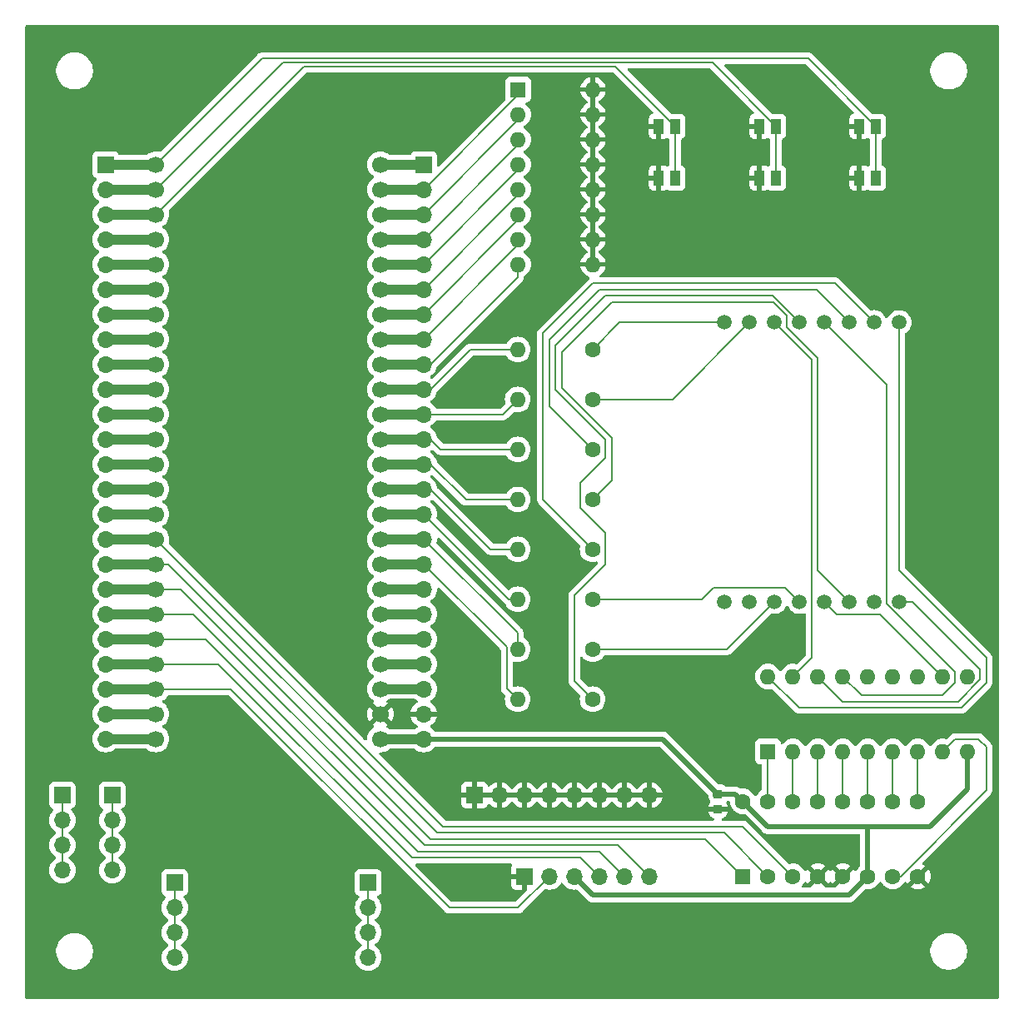
<source format=gbr>
%TF.GenerationSoftware,KiCad,Pcbnew,8.0.2*%
%TF.CreationDate,2024-08-26T11:56:27+09:00*%
%TF.ProjectId,FPGA_Board_v1,46504741-5f42-46f6-9172-645f76312e6b,rev?*%
%TF.SameCoordinates,Original*%
%TF.FileFunction,Copper,L1,Top*%
%TF.FilePolarity,Positive*%
%FSLAX46Y46*%
G04 Gerber Fmt 4.6, Leading zero omitted, Abs format (unit mm)*
G04 Created by KiCad (PCBNEW 8.0.2) date 2024-08-26 11:56:27*
%MOMM*%
%LPD*%
G01*
G04 APERTURE LIST*
G04 Aperture macros list*
%AMRoundRect*
0 Rectangle with rounded corners*
0 $1 Rounding radius*
0 $2 $3 $4 $5 $6 $7 $8 $9 X,Y pos of 4 corners*
0 Add a 4 corners polygon primitive as box body*
4,1,4,$2,$3,$4,$5,$6,$7,$8,$9,$2,$3,0*
0 Add four circle primitives for the rounded corners*
1,1,$1+$1,$2,$3*
1,1,$1+$1,$4,$5*
1,1,$1+$1,$6,$7*
1,1,$1+$1,$8,$9*
0 Add four rect primitives between the rounded corners*
20,1,$1+$1,$2,$3,$4,$5,0*
20,1,$1+$1,$4,$5,$6,$7,0*
20,1,$1+$1,$6,$7,$8,$9,0*
20,1,$1+$1,$8,$9,$2,$3,0*%
G04 Aperture macros list end*
%TA.AperFunction,ComponentPad*%
%ADD10R,1.700000X1.700000*%
%TD*%
%TA.AperFunction,ComponentPad*%
%ADD11O,1.700000X1.700000*%
%TD*%
%TA.AperFunction,ComponentPad*%
%ADD12C,1.600000*%
%TD*%
%TA.AperFunction,ComponentPad*%
%ADD13O,1.600000X1.600000*%
%TD*%
%TA.AperFunction,SMDPad,CuDef*%
%ADD14R,1.000000X1.550000*%
%TD*%
%TA.AperFunction,ComponentPad*%
%ADD15R,1.600000X1.600000*%
%TD*%
%TA.AperFunction,ComponentPad*%
%ADD16C,1.500000*%
%TD*%
%TA.AperFunction,SMDPad,CuDef*%
%ADD17RoundRect,0.225000X-0.250000X0.225000X-0.250000X-0.225000X0.250000X-0.225000X0.250000X0.225000X0*%
%TD*%
%TA.AperFunction,ComponentPad*%
%ADD18C,1.700000*%
%TD*%
%TA.AperFunction,ViaPad*%
%ADD19C,0.600000*%
%TD*%
%TA.AperFunction,Conductor*%
%ADD20C,0.200000*%
%TD*%
%TA.AperFunction,Conductor*%
%ADD21C,1.000000*%
%TD*%
%TA.AperFunction,Conductor*%
%ADD22C,0.500000*%
%TD*%
G04 APERTURE END LIST*
D10*
%TO.P,J3,1,Pin_1*%
%TO.N,GND*%
X147970000Y-116205000D03*
D11*
%TO.P,J3,2,Pin_2*%
X150510000Y-116205000D03*
%TO.P,J3,3,Pin_3*%
X153050000Y-116205000D03*
%TO.P,J3,4,Pin_4*%
X155590000Y-116205000D03*
%TO.P,J3,5,Pin_5*%
X158130000Y-116205000D03*
%TO.P,J3,6,Pin_6*%
X160670000Y-116205000D03*
%TO.P,J3,7,Pin_7*%
X163210000Y-116205000D03*
%TO.P,J3,8,Pin_8*%
X165750000Y-116205000D03*
%TD*%
D12*
%TO.P,R6,1*%
%TO.N,Net-(U2-C6)*%
X159980000Y-81040000D03*
D13*
%TO.P,R6,2*%
%TO.N,/C6*%
X152360000Y-81040000D03*
%TD*%
D14*
%TO.P,SW3,1,1*%
%TO.N,Net-(J1-Pin_2)*%
X178650000Y-48175000D03*
X178650000Y-53425000D03*
%TO.P,SW3,2,2*%
%TO.N,GND*%
X176950000Y-48175000D03*
X176950000Y-53425000D03*
%TD*%
D15*
%TO.P,U3,1,I1*%
%TO.N,Net-(U3-I1)*%
X177810000Y-111760000D03*
D13*
%TO.P,U3,2,I2*%
%TO.N,Net-(U3-I2)*%
X180350000Y-111760000D03*
%TO.P,U3,3,I3*%
%TO.N,Net-(U3-I3)*%
X182890000Y-111760000D03*
%TO.P,U3,4,I4*%
%TO.N,Net-(U3-I4)*%
X185430000Y-111760000D03*
%TO.P,U3,5,I5*%
%TO.N,Net-(U3-I5)*%
X187970000Y-111760000D03*
%TO.P,U3,6,I6*%
%TO.N,Net-(U3-I6)*%
X190510000Y-111760000D03*
%TO.P,U3,7,I7*%
%TO.N,Net-(U3-I7)*%
X193050000Y-111760000D03*
%TO.P,U3,8,I8*%
%TO.N,Net-(U3-I8)*%
X195590000Y-111760000D03*
%TO.P,U3,9,COMMON*%
%TO.N,+3V3*%
X198130000Y-111760000D03*
%TO.P,U3,10,GND*%
%TO.N,GND*%
X198130000Y-104140000D03*
%TO.P,U3,11,O8*%
%TO.N,Net-(U2-R8)*%
X195590000Y-104140000D03*
%TO.P,U3,12,O7*%
%TO.N,Net-(U2-R7)*%
X193050000Y-104140000D03*
%TO.P,U3,13,O6*%
%TO.N,Net-(U2-R6)*%
X190510000Y-104140000D03*
%TO.P,U3,14,O5*%
%TO.N,Net-(U2-R5)*%
X187970000Y-104140000D03*
%TO.P,U3,15,O4*%
%TO.N,Net-(U2-R4)*%
X185430000Y-104140000D03*
%TO.P,U3,16,O3*%
%TO.N,Net-(U2-R3)*%
X182890000Y-104140000D03*
%TO.P,U3,17,O2*%
%TO.N,Net-(U2-R2)*%
X180350000Y-104140000D03*
%TO.P,U3,18,O1*%
%TO.N,Net-(U2-R1)*%
X177810000Y-104140000D03*
%TD*%
D14*
%TO.P,SW2,1,1*%
%TO.N,Net-(J1-Pin_1)*%
X188810000Y-48175000D03*
X188810000Y-53425000D03*
%TO.P,SW2,2,2*%
%TO.N,GND*%
X187110000Y-48175000D03*
X187110000Y-53425000D03*
%TD*%
D16*
%TO.P,U2,1,R5*%
%TO.N,Net-(U2-R5)*%
X173400000Y-96520000D03*
%TO.P,U2,2,R7*%
%TO.N,Net-(U2-R7)*%
X175940000Y-96520000D03*
%TO.P,U2,3,C2*%
%TO.N,Net-(U2-C2)*%
X178480000Y-96520000D03*
%TO.P,U2,4,C3*%
%TO.N,Net-(U2-C3)*%
X181020000Y-96520000D03*
%TO.P,U2,5,R8*%
%TO.N,Net-(U2-R8)*%
X183560000Y-96520000D03*
%TO.P,U2,6,C5*%
%TO.N,Net-(U2-C5)*%
X186100000Y-96520000D03*
%TO.P,U2,7,R6*%
%TO.N,Net-(U2-R6)*%
X188640000Y-96520000D03*
%TO.P,U2,8,R3*%
%TO.N,Net-(U2-R3)*%
X191180000Y-96520000D03*
%TO.P,U2,9,R1*%
%TO.N,Net-(U2-R1)*%
X191160000Y-68120000D03*
%TO.P,U2,10,C4*%
%TO.N,Net-(U2-C4)*%
X188620000Y-68120000D03*
%TO.P,U2,11,C6*%
%TO.N,Net-(U2-C6)*%
X186080000Y-68120000D03*
%TO.P,U2,12,R4*%
%TO.N,Net-(U2-R4)*%
X183540000Y-68120000D03*
%TO.P,U2,13,C1*%
%TO.N,Net-(U2-C1)*%
X181000000Y-68120000D03*
%TO.P,U2,14,R2*%
%TO.N,Net-(U2-R2)*%
X178460000Y-68120000D03*
%TO.P,U2,15,C7*%
%TO.N,Net-(U2-C7)*%
X175920000Y-68120000D03*
%TO.P,U2,16,C8*%
%TO.N,Net-(U2-C8)*%
X173380000Y-68120000D03*
%TD*%
D10*
%TO.P,J2,1,Pin_1*%
%TO.N,Net-(J2-Pin_1)*%
X142815000Y-52070000D03*
D11*
%TO.P,J2,2,Pin_2*%
%TO.N,Net-(J2-Pin_2)*%
X142815000Y-54610000D03*
%TO.P,J2,3,Pin_3*%
%TO.N,Net-(J2-Pin_3)*%
X142815000Y-57150000D03*
%TO.P,J2,4,Pin_4*%
%TO.N,Net-(J2-Pin_4)*%
X142815000Y-59690000D03*
%TO.P,J2,5,Pin_5*%
%TO.N,Net-(J2-Pin_5)*%
X142815000Y-62230000D03*
%TO.P,J2,6,Pin_6*%
%TO.N,Net-(J2-Pin_6)*%
X142815000Y-64770000D03*
%TO.P,J2,7,Pin_7*%
%TO.N,Net-(J2-Pin_7)*%
X142815000Y-67310000D03*
%TO.P,J2,8,Pin_8*%
%TO.N,Net-(J2-Pin_8)*%
X142815000Y-69850000D03*
%TO.P,J2,9,Pin_9*%
%TO.N,Net-(J2-Pin_9)*%
X142815000Y-72390000D03*
%TO.P,J2,10,Pin_10*%
%TO.N,/C8*%
X142815000Y-74930000D03*
%TO.P,J2,11,Pin_11*%
%TO.N,/C7*%
X142815000Y-77470000D03*
%TO.P,J2,12,Pin_12*%
%TO.N,/C6*%
X142815000Y-80010000D03*
%TO.P,J2,13,Pin_13*%
%TO.N,/C5*%
X142815000Y-82550000D03*
%TO.P,J2,14,Pin_14*%
%TO.N,/C4*%
X142815000Y-85090000D03*
%TO.P,J2,15,Pin_15*%
%TO.N,/C3*%
X142815000Y-87630000D03*
%TO.P,J2,16,Pin_16*%
%TO.N,/C2*%
X142815000Y-90170000D03*
%TO.P,J2,17,Pin_17*%
%TO.N,/C1*%
X142815000Y-92710000D03*
%TO.P,J2,18,Pin_18*%
%TO.N,Net-(J2-Pin_18)*%
X142815000Y-95250000D03*
%TO.P,J2,19,Pin_19*%
%TO.N,Net-(J2-Pin_19)*%
X142815000Y-97790000D03*
%TO.P,J2,20,Pin_20*%
%TO.N,Net-(J2-Pin_20)*%
X142815000Y-100330000D03*
%TO.P,J2,21,Pin_21*%
%TO.N,Net-(J2-Pin_21)*%
X142815000Y-102870000D03*
%TO.P,J2,22,Pin_22*%
%TO.N,Net-(J2-Pin_22)*%
X142815000Y-105410000D03*
%TO.P,J2,23,Pin_23*%
%TO.N,GND*%
X142815000Y-107950000D03*
%TO.P,J2,24,Pin_24*%
%TO.N,+3V3*%
X142815000Y-110490000D03*
%TD*%
D15*
%TO.P,SW1,1*%
%TO.N,Net-(J2-Pin_2)*%
X152400000Y-44440000D03*
D13*
%TO.P,SW1,2*%
%TO.N,Net-(J2-Pin_3)*%
X152400000Y-46980000D03*
%TO.P,SW1,3*%
%TO.N,Net-(J2-Pin_4)*%
X152400000Y-49520000D03*
%TO.P,SW1,4*%
%TO.N,Net-(J2-Pin_5)*%
X152400000Y-52060000D03*
%TO.P,SW1,5*%
%TO.N,Net-(J2-Pin_6)*%
X152400000Y-54600000D03*
%TO.P,SW1,6*%
%TO.N,Net-(J2-Pin_7)*%
X152400000Y-57140000D03*
%TO.P,SW1,7*%
%TO.N,Net-(J2-Pin_8)*%
X152400000Y-59680000D03*
%TO.P,SW1,8*%
%TO.N,Net-(J2-Pin_9)*%
X152400000Y-62220000D03*
%TO.P,SW1,9*%
%TO.N,GND*%
X160020000Y-62220000D03*
%TO.P,SW1,10*%
X160020000Y-59680000D03*
%TO.P,SW1,11*%
X160020000Y-57140000D03*
%TO.P,SW1,12*%
X160020000Y-54600000D03*
%TO.P,SW1,13*%
X160020000Y-52060000D03*
%TO.P,SW1,14*%
X160020000Y-49520000D03*
%TO.P,SW1,15*%
X160020000Y-46980000D03*
%TO.P,SW1,16*%
X160020000Y-44440000D03*
%TD*%
D12*
%TO.P,R2,1*%
%TO.N,Net-(U2-C2)*%
X159980000Y-101360000D03*
D13*
%TO.P,R2,2*%
%TO.N,/C2*%
X152360000Y-101360000D03*
%TD*%
D12*
%TO.P,R1,1*%
%TO.N,Net-(U2-C1)*%
X159980000Y-106440000D03*
D13*
%TO.P,R1,2*%
%TO.N,/C1*%
X152360000Y-106440000D03*
%TD*%
D10*
%TO.P,J4,1,Pin_1*%
%TO.N,Net-(J4-Pin_1)*%
X137160000Y-125095000D03*
D11*
%TO.P,J4,2,Pin_2*%
X137160000Y-127635000D03*
%TO.P,J4,3,Pin_3*%
X137160000Y-130175000D03*
%TO.P,J4,4,Pin_4*%
X137160000Y-132715000D03*
%TD*%
D10*
%TO.P,J5,1,Pin_1*%
%TO.N,Net-(J5-Pin_1)*%
X117475000Y-125095000D03*
D11*
%TO.P,J5,2,Pin_2*%
X117475000Y-127635000D03*
%TO.P,J5,3,Pin_3*%
X117475000Y-130175000D03*
%TO.P,J5,4,Pin_4*%
X117475000Y-132715000D03*
%TD*%
D12*
%TO.P,R7,1*%
%TO.N,Net-(U2-C7)*%
X159980000Y-75960000D03*
D13*
%TO.P,R7,2*%
%TO.N,/C7*%
X152360000Y-75960000D03*
%TD*%
D12*
%TO.P,R5,1*%
%TO.N,Net-(U2-C5)*%
X159980000Y-86130000D03*
D13*
%TO.P,R5,2*%
%TO.N,/C5*%
X152360000Y-86130000D03*
%TD*%
D14*
%TO.P,SW4,1,1*%
%TO.N,Net-(J1-Pin_3)*%
X168405000Y-48175000D03*
X168405000Y-53425000D03*
%TO.P,SW4,2,2*%
%TO.N,GND*%
X166705000Y-48175000D03*
X166705000Y-53425000D03*
%TD*%
D12*
%TO.P,R8,1*%
%TO.N,Net-(U2-C8)*%
X159980000Y-70880000D03*
D13*
%TO.P,R8,2*%
%TO.N,/C8*%
X152360000Y-70880000D03*
%TD*%
D12*
%TO.P,R3,1*%
%TO.N,Net-(U2-C3)*%
X159980000Y-96280000D03*
D13*
%TO.P,R3,2*%
%TO.N,/C3*%
X152360000Y-96280000D03*
%TD*%
D10*
%TO.P,J6,1,Pin_1*%
%TO.N,Net-(J6-Pin_1)*%
X111125000Y-116205000D03*
D11*
%TO.P,J6,2,Pin_2*%
X111125000Y-118745000D03*
%TO.P,J6,3,Pin_3*%
X111125000Y-121285000D03*
%TO.P,J6,4,Pin_4*%
X111125000Y-123825000D03*
%TD*%
D10*
%TO.P,J8,1,Pin_1*%
%TO.N,GND*%
X153035000Y-124460000D03*
D11*
%TO.P,J8,2,Pin_2*%
%TO.N,/CTS*%
X155575000Y-124460000D03*
%TO.P,J8,3,Pin_3*%
%TO.N,+3V3*%
X158115000Y-124460000D03*
%TO.P,J8,4,Pin_4*%
%TO.N,/TXD*%
X160655000Y-124460000D03*
%TO.P,J8,5,Pin_5*%
%TO.N,/RXD*%
X163195000Y-124460000D03*
%TO.P,J8,6,Pin_6*%
%TO.N,/RTS*%
X165735000Y-124460000D03*
%TD*%
D17*
%TO.P,C1,1*%
%TO.N,+3V3*%
X172720000Y-116065000D03*
%TO.P,C1,2*%
%TO.N,GND*%
X172720000Y-117615000D03*
%TD*%
D15*
%TO.P,U4,1,A0*%
%TO.N,/A0*%
X175260000Y-124460000D03*
D12*
%TO.P,U4,2,A1*%
%TO.N,/A1*%
X177800000Y-124460000D03*
%TO.P,U4,3,A2*%
%TO.N,/A2*%
X180340000Y-124460000D03*
%TO.P,U4,4,~{E0}*%
%TO.N,GND*%
X182880000Y-124460000D03*
%TO.P,U4,5,~{E1}*%
X185420000Y-124460000D03*
%TO.P,U4,6,E2*%
%TO.N,+3V3*%
X187960000Y-124460000D03*
%TO.P,U4,7,~{Y7}*%
%TO.N,Net-(U3-I8)*%
X190500000Y-124460000D03*
%TO.P,U4,8,GND*%
%TO.N,GND*%
X193040000Y-124460000D03*
%TO.P,U4,9,~{Y6}*%
%TO.N,Net-(U3-I7)*%
X193040000Y-116840000D03*
%TO.P,U4,10,~{Y5}*%
%TO.N,Net-(U3-I6)*%
X190500000Y-116840000D03*
%TO.P,U4,11,~{Y4}*%
%TO.N,Net-(U3-I5)*%
X187960000Y-116840000D03*
%TO.P,U4,12,~{Y3}*%
%TO.N,Net-(U3-I4)*%
X185420000Y-116840000D03*
%TO.P,U4,13,~{Y2}*%
%TO.N,Net-(U3-I3)*%
X182880000Y-116840000D03*
%TO.P,U4,14,~{Y1}*%
%TO.N,Net-(U3-I2)*%
X180340000Y-116840000D03*
%TO.P,U4,15,~{Y0}*%
%TO.N,Net-(U3-I1)*%
X177800000Y-116840000D03*
%TO.P,U4,16,VCC*%
%TO.N,+3V3*%
X175260000Y-116840000D03*
%TD*%
%TO.P,R4,1*%
%TO.N,Net-(U2-C4)*%
X159980000Y-91200000D03*
D13*
%TO.P,R4,2*%
%TO.N,/C4*%
X152360000Y-91200000D03*
%TD*%
D10*
%TO.P,J1,1,Pin_1*%
%TO.N,Net-(J1-Pin_1)*%
X110450000Y-52070000D03*
D11*
%TO.P,J1,2,Pin_2*%
%TO.N,Net-(J1-Pin_2)*%
X110450000Y-54610000D03*
%TO.P,J1,3,Pin_3*%
%TO.N,Net-(J1-Pin_3)*%
X110450000Y-57150000D03*
%TO.P,J1,4,Pin_4*%
%TO.N,Net-(J1-Pin_4)*%
X110450000Y-59690000D03*
%TO.P,J1,5,Pin_5*%
%TO.N,Net-(J1-Pin_5)*%
X110450000Y-62230000D03*
%TO.P,J1,6,Pin_6*%
%TO.N,Net-(J1-Pin_6)*%
X110450000Y-64770000D03*
%TO.P,J1,7,Pin_7*%
%TO.N,Net-(J1-Pin_7)*%
X110450000Y-67310000D03*
%TO.P,J1,8,Pin_8*%
%TO.N,Net-(J1-Pin_8)*%
X110450000Y-69850000D03*
%TO.P,J1,9,Pin_9*%
%TO.N,Net-(J1-Pin_9)*%
X110450000Y-72390000D03*
%TO.P,J1,10,Pin_10*%
%TO.N,Net-(J1-Pin_10)*%
X110450000Y-74930000D03*
%TO.P,J1,11,Pin_11*%
%TO.N,Net-(J1-Pin_11)*%
X110450000Y-77470000D03*
%TO.P,J1,12,Pin_12*%
%TO.N,Net-(J1-Pin_12)*%
X110450000Y-80010000D03*
%TO.P,J1,13,Pin_13*%
%TO.N,Net-(J1-Pin_13)*%
X110450000Y-82550000D03*
%TO.P,J1,14,Pin_14*%
%TO.N,Net-(J1-Pin_14)*%
X110450000Y-85090000D03*
%TO.P,J1,15,Pin_15*%
%TO.N,Net-(J1-Pin_15)*%
X110450000Y-87630000D03*
%TO.P,J1,16,Pin_16*%
%TO.N,/A2*%
X110450000Y-90170000D03*
%TO.P,J1,17,Pin_17*%
%TO.N,/A1*%
X110450000Y-92710000D03*
%TO.P,J1,18,Pin_18*%
%TO.N,/A0*%
X110450000Y-95250000D03*
%TO.P,J1,19,Pin_19*%
%TO.N,/RTS*%
X110450000Y-97790000D03*
%TO.P,J1,20,Pin_20*%
%TO.N,/RXD*%
X110450000Y-100330000D03*
%TO.P,J1,21,Pin_21*%
%TO.N,/TXD*%
X110450000Y-102870000D03*
%TO.P,J1,22,Pin_22*%
%TO.N,/CTS*%
X110450000Y-105410000D03*
%TO.P,J1,23,Pin_23*%
%TO.N,Net-(J1-Pin_23)*%
X110450000Y-107950000D03*
%TO.P,J1,24,Pin_24*%
%TO.N,Net-(J1-Pin_24)*%
X110450000Y-110490000D03*
%TD*%
D10*
%TO.P,J7,1,Pin_1*%
%TO.N,Net-(J7-Pin_1)*%
X106045000Y-116205000D03*
D11*
%TO.P,J7,2,Pin_2*%
X106045000Y-118745000D03*
%TO.P,J7,3,Pin_3*%
X106045000Y-121285000D03*
%TO.P,J7,4,Pin_4*%
X106045000Y-123825000D03*
%TD*%
D18*
%TO.P,U1,1,PIN38*%
%TO.N,Net-(J1-Pin_1)*%
X115570000Y-52070000D03*
%TO.P,U1,2,PIN37*%
%TO.N,Net-(J1-Pin_2)*%
X115570000Y-54610000D03*
%TO.P,U1,3,PIN36*%
%TO.N,Net-(J1-Pin_3)*%
X115570000Y-57150000D03*
%TO.P,U1,4,PIN39*%
%TO.N,Net-(J1-Pin_4)*%
X115570000Y-59690000D03*
%TO.P,U1,5,PIN25*%
%TO.N,Net-(J1-Pin_5)*%
X115570000Y-62230000D03*
%TO.P,U1,6,PIN26*%
%TO.N,Net-(J1-Pin_6)*%
X115570000Y-64770000D03*
%TO.P,U1,7,PIN27*%
%TO.N,Net-(J1-Pin_7)*%
X115570000Y-67310000D03*
%TO.P,U1,8,PIN28*%
%TO.N,Net-(J1-Pin_8)*%
X115570000Y-69850000D03*
%TO.P,U1,9,PIN29*%
%TO.N,Net-(J1-Pin_9)*%
X115570000Y-72390000D03*
%TO.P,U1,10,PIN30*%
%TO.N,Net-(J1-Pin_10)*%
X115570000Y-74930000D03*
%TO.P,U1,11,PIN33*%
%TO.N,Net-(J1-Pin_11)*%
X115570000Y-77470000D03*
%TO.P,U1,12,PIN34*%
%TO.N,Net-(J1-Pin_12)*%
X115570000Y-80010000D03*
%TO.P,U1,13,PIN40*%
%TO.N,Net-(J1-Pin_13)*%
X115570000Y-82550000D03*
%TO.P,U1,14,PIN35*%
%TO.N,Net-(J1-Pin_14)*%
X115570000Y-85090000D03*
%TO.P,U1,15,PIN41*%
%TO.N,Net-(J1-Pin_15)*%
X115570000Y-87630000D03*
%TO.P,U1,16,PIN42*%
%TO.N,/A2*%
X115570000Y-90170000D03*
%TO.P,U1,17,PIN51*%
%TO.N,/A1*%
X115570000Y-92710000D03*
%TO.P,U1,18,PIN53*%
%TO.N,/A0*%
X115570000Y-95250000D03*
%TO.P,U1,19,PIN54*%
%TO.N,/RTS*%
X115570000Y-97790000D03*
%TO.P,U1,20,PIN55*%
%TO.N,/RXD*%
X115570000Y-100330000D03*
%TO.P,U1,21,PIN56*%
%TO.N,/TXD*%
X115570000Y-102870000D03*
%TO.P,U1,22,PIN57*%
%TO.N,/CTS*%
X115570000Y-105410000D03*
%TO.P,U1,23,HDMI_PIN68*%
%TO.N,Net-(J1-Pin_23)*%
X115570000Y-107950000D03*
%TO.P,U1,24,HDMI_PIN69*%
%TO.N,Net-(J1-Pin_24)*%
X115570000Y-110490000D03*
%TO.P,U1,25,3V3*%
%TO.N,+3V3*%
X138390000Y-110490000D03*
%TO.P,U1,26,GND*%
%TO.N,GND*%
X138390000Y-107950000D03*
%TO.P,U1,27,PIN32*%
%TO.N,Net-(J2-Pin_22)*%
X138390000Y-105410000D03*
%TO.P,U1,28,PIN31*%
%TO.N,Net-(J2-Pin_21)*%
X138390000Y-102870000D03*
%TO.P,U1,29,PIN49*%
%TO.N,Net-(J2-Pin_20)*%
X138390000Y-100330000D03*
%TO.P,U1,30,PIN48*%
%TO.N,Net-(J2-Pin_19)*%
X138390000Y-97790000D03*
%TO.P,U1,31,5V*%
%TO.N,Net-(J2-Pin_18)*%
X138390000Y-95250000D03*
%TO.P,U1,32,HDMI_PIN70*%
%TO.N,/C1*%
X138390000Y-92710000D03*
%TO.P,U1,33,HDMI_PIN71*%
%TO.N,/C2*%
X138390000Y-90170000D03*
%TO.P,U1,34,HDMI_PIN72*%
%TO.N,/C3*%
X138390000Y-87630000D03*
%TO.P,U1,35,HDMI_PIN73*%
%TO.N,/C4*%
X138390000Y-85090000D03*
%TO.P,U1,36,HDMI_PIN74*%
%TO.N,/C5*%
X138390000Y-82550000D03*
%TO.P,U1,37,HDMI_PIN75*%
%TO.N,/C6*%
X138390000Y-80010000D03*
%TO.P,U1,38,PIN76*%
%TO.N,/C7*%
X138390000Y-77470000D03*
%TO.P,U1,39,PIN77*%
%TO.N,/C8*%
X138390000Y-74930000D03*
%TO.P,U1,40,PIN79*%
%TO.N,Net-(J2-Pin_9)*%
X138390000Y-72390000D03*
%TO.P,U1,41,PIN80*%
%TO.N,Net-(J2-Pin_8)*%
X138390000Y-69850000D03*
%TO.P,U1,42,PIN81*%
%TO.N,Net-(J2-Pin_7)*%
X138390000Y-67310000D03*
%TO.P,U1,43,PIN82*%
%TO.N,Net-(J2-Pin_6)*%
X138390000Y-64770000D03*
%TO.P,U1,44,PIN83*%
%TO.N,Net-(J2-Pin_5)*%
X138390000Y-62230000D03*
%TO.P,U1,45,PIN84*%
%TO.N,Net-(J2-Pin_4)*%
X138390000Y-59690000D03*
%TO.P,U1,46,PIN85*%
%TO.N,Net-(J2-Pin_3)*%
X138390000Y-57150000D03*
%TO.P,U1,47,PIN86*%
%TO.N,Net-(J2-Pin_2)*%
X138390000Y-54610000D03*
%TO.P,U1,48,PIN63*%
%TO.N,Net-(J2-Pin_1)*%
X138390000Y-52070000D03*
%TD*%
D19*
%TO.N,GND*%
X176530000Y-50800000D03*
X166370000Y-50800000D03*
X171450000Y-117475000D03*
X186690000Y-50800000D03*
%TD*%
D20*
%TO.N,/TXD*%
X121920000Y-102870000D02*
X115570000Y-102870000D01*
X141605000Y-122555000D02*
X121920000Y-102870000D01*
X158750000Y-122555000D02*
X141605000Y-122555000D01*
X160655000Y-124460000D02*
X158750000Y-122555000D01*
%TO.N,/CTS*%
X123190000Y-105410000D02*
X115570000Y-105410000D01*
X145415000Y-127635000D02*
X123190000Y-105410000D01*
X152400000Y-127635000D02*
X145415000Y-127635000D01*
X155575000Y-124460000D02*
X152400000Y-127635000D01*
%TO.N,/RXD*%
X120650000Y-100330000D02*
X115570000Y-100330000D01*
X160655000Y-121920000D02*
X142240000Y-121920000D01*
X163195000Y-124460000D02*
X160655000Y-121920000D01*
X142240000Y-121920000D02*
X120650000Y-100330000D01*
%TO.N,/RTS*%
X119380000Y-97790000D02*
X115570000Y-97790000D01*
X142875000Y-121285000D02*
X119380000Y-97790000D01*
X162560000Y-121285000D02*
X142875000Y-121285000D01*
X165735000Y-124460000D02*
X162560000Y-121285000D01*
%TO.N,/A0*%
X118110000Y-95250000D02*
X115570000Y-95250000D01*
X143510000Y-120650000D02*
X118110000Y-95250000D01*
X175260000Y-124460000D02*
X171450000Y-120650000D01*
X171450000Y-120650000D02*
X143510000Y-120650000D01*
%TO.N,/A1*%
X116840000Y-92710000D02*
X115570000Y-92710000D01*
X144145000Y-120015000D02*
X116840000Y-92710000D01*
X173355000Y-120015000D02*
X144145000Y-120015000D01*
X177800000Y-124460000D02*
X173355000Y-120015000D01*
%TO.N,/A2*%
X144780000Y-119380000D02*
X115570000Y-90170000D01*
X175260000Y-119380000D02*
X144780000Y-119380000D01*
X180340000Y-124460000D02*
X175260000Y-119380000D01*
%TO.N,Net-(U2-C1)*%
X178285000Y-65405000D02*
X161290000Y-65405000D01*
X158115000Y-104575000D02*
X159980000Y-106440000D01*
X161290000Y-92710000D02*
X158115000Y-95885000D01*
X161290000Y-80010000D02*
X161290000Y-81915000D01*
X159980000Y-105890000D02*
X159980000Y-106440000D01*
X158115000Y-95885000D02*
X158115000Y-104575000D01*
X161290000Y-89535000D02*
X161290000Y-92710000D01*
X158750000Y-84455000D02*
X158750000Y-86995000D01*
X181000000Y-68120000D02*
X178285000Y-65405000D01*
X156210000Y-70485000D02*
X156210000Y-74930000D01*
X158750000Y-86995000D02*
X161290000Y-89535000D01*
X161290000Y-81915000D02*
X158750000Y-84455000D01*
X156210000Y-74930000D02*
X161290000Y-80010000D01*
X161290000Y-65405000D02*
X156210000Y-70485000D01*
%TO.N,Net-(U2-C2)*%
X159980000Y-101360000D02*
X173640000Y-101360000D01*
X173640000Y-101360000D02*
X178480000Y-96520000D01*
%TO.N,Net-(U2-C3)*%
X179525000Y-95070000D02*
X180975000Y-96520000D01*
X171055000Y-96280000D02*
X172265000Y-95070000D01*
X180975000Y-96520000D02*
X181020000Y-96520000D01*
X159980000Y-96280000D02*
X171055000Y-96280000D01*
X172265000Y-95070000D02*
X179525000Y-95070000D01*
%TO.N,Net-(U2-C4)*%
X160020000Y-64135000D02*
X154940000Y-69215000D01*
X184635000Y-64135000D02*
X160020000Y-64135000D01*
X154940000Y-86160000D02*
X159980000Y-91200000D01*
X188620000Y-68120000D02*
X184635000Y-64135000D01*
X154940000Y-69215000D02*
X154940000Y-86160000D01*
%TO.N,Net-(U2-C5)*%
X161925000Y-79905919D02*
X161925000Y-84185000D01*
X161925000Y-66040000D02*
X156845000Y-71120000D01*
X156845000Y-74825919D02*
X161925000Y-79905919D01*
X186100000Y-96520000D02*
X182880000Y-93300000D01*
X182880000Y-71755000D02*
X179705000Y-68580000D01*
X161925000Y-84185000D02*
X159980000Y-86130000D01*
X178354314Y-66040000D02*
X161925000Y-66040000D01*
X179705000Y-68580000D02*
X179705000Y-67390686D01*
X156845000Y-71120000D02*
X156845000Y-74825919D01*
X179705000Y-67390686D02*
X178354314Y-66040000D01*
X182880000Y-93300000D02*
X182880000Y-71755000D01*
%TO.N,Net-(U2-C6)*%
X155575000Y-76635000D02*
X159980000Y-81040000D01*
X160655000Y-64770000D02*
X155575000Y-69850000D01*
X155575000Y-69850000D02*
X155575000Y-76635000D01*
X182730000Y-64770000D02*
X160655000Y-64770000D01*
X186080000Y-68120000D02*
X182730000Y-64770000D01*
%TO.N,Net-(U2-C7)*%
X175920000Y-68120000D02*
X168080000Y-75960000D01*
X168080000Y-75960000D02*
X159430000Y-75960000D01*
%TO.N,Net-(U2-C8)*%
X162740000Y-68120000D02*
X159980000Y-70880000D01*
X173380000Y-68120000D02*
X162740000Y-68120000D01*
D21*
%TO.N,/A2*%
X110450000Y-90170000D02*
X115570000Y-90170000D01*
%TO.N,+3V3*%
X138390000Y-110490000D02*
X142815000Y-110490000D01*
D22*
X175260000Y-116840000D02*
X177800000Y-119380000D01*
X160020000Y-126365000D02*
X158115000Y-124460000D01*
X187960000Y-124460000D02*
X186055000Y-126365000D01*
X194310000Y-119380000D02*
X198130000Y-115560000D01*
X177800000Y-119380000D02*
X187960000Y-119380000D01*
X172720000Y-116065000D02*
X174485000Y-116065000D01*
X174485000Y-116065000D02*
X175260000Y-116840000D01*
X198130000Y-115560000D02*
X198130000Y-111760000D01*
X167145000Y-110490000D02*
X172720000Y-116065000D01*
X186055000Y-126365000D02*
X160020000Y-126365000D01*
X187960000Y-124460000D02*
X187960000Y-119380000D01*
X167145000Y-110490000D02*
X142815000Y-110490000D01*
X187960000Y-119380000D02*
X194310000Y-119380000D01*
D21*
%TO.N,Net-(J1-Pin_15)*%
X110450000Y-87630000D02*
X115570000Y-87630000D01*
D20*
%TO.N,Net-(J2-Pin_7)*%
X152400000Y-57725000D02*
X152400000Y-57140000D01*
X142815000Y-67310000D02*
X152400000Y-57725000D01*
D21*
X138390000Y-67310000D02*
X142815000Y-67310000D01*
D20*
%TO.N,Net-(J2-Pin_9)*%
X143510000Y-72390000D02*
X152400000Y-63500000D01*
X142815000Y-72390000D02*
X143510000Y-72390000D01*
X152400000Y-63500000D02*
X152400000Y-62220000D01*
D21*
X138390000Y-72390000D02*
X142815000Y-72390000D01*
D20*
%TO.N,/C1*%
X151260000Y-101155000D02*
X142815000Y-92710000D01*
D21*
X138390000Y-92710000D02*
X142815000Y-92710000D01*
D20*
X152360000Y-106440000D02*
X151260000Y-105340000D01*
X151260000Y-105340000D02*
X151260000Y-101155000D01*
D21*
%TO.N,Net-(J2-Pin_19)*%
X142815000Y-97790000D02*
X138390000Y-97790000D01*
%TO.N,/A1*%
X115570000Y-92710000D02*
X110450000Y-92710000D01*
%TO.N,Net-(J1-Pin_13)*%
X110450000Y-82550000D02*
X115570000Y-82550000D01*
%TO.N,Net-(J1-Pin_14)*%
X115570000Y-85090000D02*
X110450000Y-85090000D01*
D20*
%TO.N,/C4*%
X149620000Y-91200000D02*
X152360000Y-91200000D01*
D21*
X142815000Y-85090000D02*
X138390000Y-85090000D01*
D20*
X142815000Y-85090000D02*
X143510000Y-85090000D01*
X143510000Y-85090000D02*
X149620000Y-91200000D01*
%TO.N,/C7*%
X142815000Y-77470000D02*
X150850000Y-77470000D01*
X150850000Y-77470000D02*
X152360000Y-75960000D01*
D21*
X138390000Y-77470000D02*
X142815000Y-77470000D01*
%TO.N,Net-(J2-Pin_18)*%
X142815000Y-95250000D02*
X138390000Y-95250000D01*
D20*
%TO.N,Net-(J2-Pin_4)*%
X142815000Y-59690000D02*
X152400000Y-50105000D01*
D21*
X142815000Y-59690000D02*
X138390000Y-59690000D01*
D20*
X152400000Y-50105000D02*
X152400000Y-49520000D01*
%TO.N,/C3*%
X142815000Y-87630000D02*
X151465000Y-96280000D01*
D21*
X138390000Y-87630000D02*
X142815000Y-87630000D01*
D20*
X151465000Y-96280000D02*
X152360000Y-96280000D01*
%TO.N,Net-(J2-Pin_5)*%
X152400000Y-52645000D02*
X152400000Y-52060000D01*
X142815000Y-62230000D02*
X152400000Y-52645000D01*
D21*
X138390000Y-62230000D02*
X142815000Y-62230000D01*
D20*
%TO.N,Net-(J2-Pin_6)*%
X142815000Y-64770000D02*
X152400000Y-55185000D01*
X152400000Y-55185000D02*
X152400000Y-54600000D01*
D21*
X142815000Y-64770000D02*
X138390000Y-64770000D01*
%TO.N,Net-(J2-Pin_20)*%
X142815000Y-100330000D02*
X138390000Y-100330000D01*
D20*
%TO.N,Net-(J2-Pin_2)*%
X152400000Y-45025000D02*
X142815000Y-54610000D01*
D21*
X142815000Y-54610000D02*
X138390000Y-54610000D01*
D20*
X152400000Y-44440000D02*
X152400000Y-45025000D01*
D21*
%TO.N,Net-(J2-Pin_21)*%
X142815000Y-102870000D02*
X138390000Y-102870000D01*
%TO.N,Net-(J1-Pin_23)*%
X115570000Y-107950000D02*
X110450000Y-107950000D01*
D20*
%TO.N,/C6*%
X142815000Y-80010000D02*
X143510000Y-80010000D01*
X143510000Y-80010000D02*
X144540000Y-81040000D01*
D21*
X142815000Y-80010000D02*
X138390000Y-80010000D01*
D20*
X144540000Y-81040000D02*
X152360000Y-81040000D01*
%TO.N,/C2*%
X152360000Y-99715000D02*
X142815000Y-90170000D01*
D21*
X142815000Y-90170000D02*
X138390000Y-90170000D01*
D20*
X152360000Y-101360000D02*
X152360000Y-99715000D01*
%TO.N,/C5*%
X143510000Y-82550000D02*
X147090000Y-86130000D01*
D21*
X138390000Y-82550000D02*
X142815000Y-82550000D01*
D20*
X142815000Y-82550000D02*
X143510000Y-82550000D01*
X147090000Y-86130000D02*
X152360000Y-86130000D01*
D21*
%TO.N,Net-(J1-Pin_12)*%
X115570000Y-80010000D02*
X110450000Y-80010000D01*
%TO.N,Net-(J2-Pin_1)*%
X138390000Y-52070000D02*
X142815000Y-52070000D01*
%TO.N,/A0*%
X110450000Y-95250000D02*
X115570000Y-95250000D01*
%TO.N,Net-(J2-Pin_22)*%
X142815000Y-105410000D02*
X138390000Y-105410000D01*
%TO.N,/C8*%
X142815000Y-74930000D02*
X138390000Y-74930000D01*
D20*
X147560000Y-70880000D02*
X152360000Y-70880000D01*
X142815000Y-74930000D02*
X143510000Y-74930000D01*
X143510000Y-74930000D02*
X147560000Y-70880000D01*
%TO.N,Net-(J2-Pin_3)*%
X152400000Y-47565000D02*
X152400000Y-46980000D01*
X142815000Y-57150000D02*
X152400000Y-47565000D01*
D21*
X138390000Y-57150000D02*
X142815000Y-57150000D01*
D20*
%TO.N,Net-(J2-Pin_8)*%
X142815000Y-69850000D02*
X152400000Y-60265000D01*
X152400000Y-60265000D02*
X152400000Y-59680000D01*
D21*
X142815000Y-69850000D02*
X138390000Y-69850000D01*
D20*
%TO.N,Net-(U2-R2)*%
X182245000Y-102245000D02*
X182245000Y-71905000D01*
X178460000Y-68120000D02*
X178460000Y-67920000D01*
X180350000Y-104140000D02*
X182245000Y-102245000D01*
X182245000Y-71905000D02*
X178460000Y-68120000D01*
%TO.N,Net-(U2-R1)*%
X197485000Y-107315000D02*
X180985000Y-107315000D01*
X200025000Y-102235000D02*
X200025000Y-104775000D01*
X191160000Y-93370000D02*
X200025000Y-102235000D01*
X191160000Y-68120000D02*
X191160000Y-93370000D01*
X200025000Y-104775000D02*
X197485000Y-107315000D01*
X180985000Y-107315000D02*
X177810000Y-104140000D01*
%TO.N,Net-(U2-R3)*%
X199390000Y-104435635D02*
X197145635Y-106680000D01*
X199390000Y-103435686D02*
X199390000Y-104435635D01*
X191180000Y-96520000D02*
X192474314Y-96520000D01*
X197145635Y-106680000D02*
X185430000Y-106680000D01*
X185430000Y-106680000D02*
X182890000Y-104140000D01*
X192474314Y-96520000D02*
X199390000Y-103435686D01*
%TO.N,Net-(U2-R4)*%
X189865000Y-74445000D02*
X183540000Y-68120000D01*
X195580000Y-106045000D02*
X196850000Y-104775000D01*
X187335000Y-106045000D02*
X195580000Y-106045000D01*
X185430000Y-104140000D02*
X187335000Y-106045000D01*
X196850000Y-104775000D02*
X196850000Y-103674683D01*
X189865000Y-96689683D02*
X189865000Y-74445000D01*
X196850000Y-103674683D02*
X189865000Y-96689683D01*
%TO.N,Net-(U2-R8)*%
X189240000Y-97790000D02*
X195590000Y-104140000D01*
X184830000Y-97790000D02*
X189240000Y-97790000D01*
X183560000Y-96520000D02*
X184830000Y-97790000D01*
%TO.N,Net-(J4-Pin_1)*%
X137160000Y-125095000D02*
X137160000Y-132715000D01*
%TO.N,Net-(J5-Pin_1)*%
X117475000Y-125095000D02*
X117475000Y-132715000D01*
%TO.N,Net-(J6-Pin_1)*%
X111125000Y-116205000D02*
X111125000Y-123825000D01*
%TO.N,Net-(J7-Pin_1)*%
X106045000Y-123825000D02*
X106045000Y-116205000D01*
D21*
%TO.N,Net-(J1-Pin_7)*%
X110450000Y-67310000D02*
X115570000Y-67310000D01*
%TO.N,Net-(J1-Pin_4)*%
X115570000Y-59690000D02*
X110450000Y-59690000D01*
%TO.N,Net-(J1-Pin_10)*%
X115570000Y-74930000D02*
X110450000Y-74930000D01*
%TO.N,Net-(J1-Pin_6)*%
X115570000Y-64770000D02*
X110450000Y-64770000D01*
%TO.N,Net-(J1-Pin_8)*%
X115570000Y-69850000D02*
X110450000Y-69850000D01*
%TO.N,Net-(J1-Pin_9)*%
X110450000Y-72390000D02*
X115570000Y-72390000D01*
%TO.N,Net-(J1-Pin_5)*%
X110450000Y-62230000D02*
X115570000Y-62230000D01*
%TO.N,Net-(J1-Pin_11)*%
X110450000Y-77470000D02*
X115570000Y-77470000D01*
%TO.N,/RXD*%
X110450000Y-100330000D02*
X115570000Y-100330000D01*
D20*
%TO.N,Net-(J1-Pin_1)*%
X126365000Y-41275000D02*
X181910000Y-41275000D01*
X115570000Y-52070000D02*
X126365000Y-41275000D01*
D21*
X110450000Y-52070000D02*
X115570000Y-52070000D01*
D20*
X188810000Y-48175000D02*
X188810000Y-53425000D01*
X181910000Y-41275000D02*
X188810000Y-48175000D01*
D21*
%TO.N,Net-(J1-Pin_24)*%
X110450000Y-110490000D02*
X115570000Y-110490000D01*
D20*
%TO.N,Net-(J1-Pin_2)*%
X172150000Y-41675000D02*
X178650000Y-48175000D01*
D21*
X115570000Y-54610000D02*
X110450000Y-54610000D01*
D20*
X128505000Y-41675000D02*
X172150000Y-41675000D01*
X178650000Y-48175000D02*
X178650000Y-53425000D01*
X115570000Y-54610000D02*
X128505000Y-41675000D01*
D21*
%TO.N,/CTS*%
X110450000Y-105410000D02*
X115570000Y-105410000D01*
%TO.N,/TXD*%
X115570000Y-102870000D02*
X110450000Y-102870000D01*
%TO.N,/RTS*%
X115570000Y-97790000D02*
X110450000Y-97790000D01*
D20*
%TO.N,Net-(J1-Pin_3)*%
X115570000Y-57150000D02*
X130645000Y-42075000D01*
X162305000Y-42075000D02*
X168405000Y-48175000D01*
X168405000Y-48175000D02*
X168405000Y-53425000D01*
X130645000Y-42075000D02*
X162305000Y-42075000D01*
D21*
X110450000Y-57150000D02*
X115570000Y-57150000D01*
D20*
%TO.N,Net-(U3-I8)*%
X191277818Y-124460000D02*
X190500000Y-124460000D01*
X196860000Y-110490000D02*
X199220317Y-110490000D01*
X200025000Y-115712818D02*
X191277818Y-124460000D01*
X200025000Y-111294683D02*
X200025000Y-115712818D01*
X195590000Y-111760000D02*
X196860000Y-110490000D01*
X199220317Y-110490000D02*
X200025000Y-111294683D01*
%TO.N,Net-(U3-I4)*%
X185420000Y-111770000D02*
X185430000Y-111760000D01*
X185420000Y-116840000D02*
X185420000Y-111770000D01*
%TO.N,Net-(U3-I6)*%
X190510000Y-114290000D02*
X190510000Y-111760000D01*
X190500000Y-116840000D02*
X190500000Y-114300000D01*
X190500000Y-114300000D02*
X190510000Y-114290000D01*
%TO.N,Net-(U3-I5)*%
X187970000Y-116830000D02*
X187960000Y-116840000D01*
X187970000Y-111760000D02*
X187970000Y-116830000D01*
%TO.N,Net-(U3-I7)*%
X193050000Y-111760000D02*
X193050000Y-116830000D01*
X193050000Y-116830000D02*
X193040000Y-116840000D01*
%TO.N,Net-(U3-I1)*%
X177810000Y-116830000D02*
X177800000Y-116840000D01*
X177810000Y-111760000D02*
X177810000Y-116830000D01*
%TO.N,Net-(U3-I2)*%
X180340000Y-111770000D02*
X180350000Y-111760000D01*
X180340000Y-116840000D02*
X180340000Y-111770000D01*
%TO.N,Net-(U3-I3)*%
X182890000Y-111760000D02*
X182890000Y-116830000D01*
X182890000Y-116830000D02*
X182880000Y-116840000D01*
%TD*%
%TA.AperFunction,Conductor*%
%TO.N,GND*%
G36*
X151719974Y-123175185D02*
G01*
X151765729Y-123227989D01*
X151775673Y-123297147D01*
X151752202Y-123353810D01*
X151741649Y-123367906D01*
X151741645Y-123367913D01*
X151691403Y-123502620D01*
X151691401Y-123502627D01*
X151685000Y-123562155D01*
X151685000Y-124210000D01*
X152601988Y-124210000D01*
X152569075Y-124267007D01*
X152535000Y-124394174D01*
X152535000Y-124525826D01*
X152569075Y-124652993D01*
X152601988Y-124710000D01*
X151685000Y-124710000D01*
X151685000Y-125357844D01*
X151691401Y-125417372D01*
X151691403Y-125417379D01*
X151741645Y-125552086D01*
X151741649Y-125552093D01*
X151827809Y-125667187D01*
X151827812Y-125667190D01*
X151942906Y-125753350D01*
X151942913Y-125753354D01*
X152077620Y-125803596D01*
X152077627Y-125803598D01*
X152137155Y-125809999D01*
X152137172Y-125810000D01*
X152785000Y-125810000D01*
X152785000Y-124893012D01*
X152842007Y-124925925D01*
X152969174Y-124960000D01*
X153100826Y-124960000D01*
X153227993Y-124925925D01*
X153285000Y-124893012D01*
X153285000Y-125849402D01*
X153265315Y-125916441D01*
X153248681Y-125937083D01*
X152187584Y-126998181D01*
X152126261Y-127031666D01*
X152099903Y-127034500D01*
X145715097Y-127034500D01*
X145648058Y-127014815D01*
X145627416Y-126998181D01*
X141996416Y-123367181D01*
X141962931Y-123305858D01*
X141967915Y-123236166D01*
X142009787Y-123180233D01*
X142075251Y-123155816D01*
X142084097Y-123155500D01*
X151652935Y-123155500D01*
X151719974Y-123175185D01*
G37*
%TD.AperFunction*%
%TA.AperFunction,Conductor*%
G36*
X182480000Y-124512661D02*
G01*
X182507259Y-124614394D01*
X182559920Y-124705606D01*
X182634394Y-124780080D01*
X182725606Y-124832741D01*
X182827339Y-124860000D01*
X182833553Y-124860000D01*
X182115371Y-125578181D01*
X182054048Y-125611666D01*
X182027690Y-125614500D01*
X181324049Y-125614500D01*
X181257010Y-125594815D01*
X181211255Y-125542011D01*
X181201311Y-125472853D01*
X181230336Y-125409297D01*
X181236368Y-125402819D01*
X181340045Y-125299141D01*
X181340047Y-125299139D01*
X181470568Y-125112734D01*
X181497893Y-125054134D01*
X181544065Y-125001695D01*
X181611258Y-124982543D01*
X181678139Y-125002758D01*
X181722657Y-125054134D01*
X181749864Y-125112480D01*
X181800974Y-125185472D01*
X182480000Y-124506446D01*
X182480000Y-124512661D01*
G37*
%TD.AperFunction*%
%TA.AperFunction,Conductor*%
G36*
X185020000Y-124512661D02*
G01*
X185047259Y-124614394D01*
X185099920Y-124705606D01*
X185174394Y-124780080D01*
X185265606Y-124832741D01*
X185367339Y-124860000D01*
X185373553Y-124860000D01*
X184655371Y-125578181D01*
X184594048Y-125611666D01*
X184567690Y-125614500D01*
X183732309Y-125614500D01*
X183665270Y-125594815D01*
X183644628Y-125578181D01*
X182926447Y-124860000D01*
X182932661Y-124860000D01*
X183034394Y-124832741D01*
X183125606Y-124780080D01*
X183200080Y-124705606D01*
X183252741Y-124614394D01*
X183280000Y-124512661D01*
X183280000Y-124506447D01*
X183959024Y-125185471D01*
X184010136Y-125112478D01*
X184037618Y-125053544D01*
X184083790Y-125001104D01*
X184150983Y-124981952D01*
X184217864Y-125002167D01*
X184262382Y-125053544D01*
X184289863Y-125112478D01*
X184340974Y-125185472D01*
X185020000Y-124506446D01*
X185020000Y-124512661D01*
G37*
%TD.AperFunction*%
%TA.AperFunction,Conductor*%
G36*
X150044075Y-116012007D02*
G01*
X150010000Y-116139174D01*
X150010000Y-116270826D01*
X150044075Y-116397993D01*
X150076988Y-116455000D01*
X148403012Y-116455000D01*
X148435925Y-116397993D01*
X148470000Y-116270826D01*
X148470000Y-116139174D01*
X148435925Y-116012007D01*
X148403012Y-115955000D01*
X150076988Y-115955000D01*
X150044075Y-116012007D01*
G37*
%TD.AperFunction*%
%TA.AperFunction,Conductor*%
G36*
X152584075Y-116012007D02*
G01*
X152550000Y-116139174D01*
X152550000Y-116270826D01*
X152584075Y-116397993D01*
X152616988Y-116455000D01*
X150943012Y-116455000D01*
X150975925Y-116397993D01*
X151010000Y-116270826D01*
X151010000Y-116139174D01*
X150975925Y-116012007D01*
X150943012Y-115955000D01*
X152616988Y-115955000D01*
X152584075Y-116012007D01*
G37*
%TD.AperFunction*%
%TA.AperFunction,Conductor*%
G36*
X155124075Y-116012007D02*
G01*
X155090000Y-116139174D01*
X155090000Y-116270826D01*
X155124075Y-116397993D01*
X155156988Y-116455000D01*
X153483012Y-116455000D01*
X153515925Y-116397993D01*
X153550000Y-116270826D01*
X153550000Y-116139174D01*
X153515925Y-116012007D01*
X153483012Y-115955000D01*
X155156988Y-115955000D01*
X155124075Y-116012007D01*
G37*
%TD.AperFunction*%
%TA.AperFunction,Conductor*%
G36*
X157664075Y-116012007D02*
G01*
X157630000Y-116139174D01*
X157630000Y-116270826D01*
X157664075Y-116397993D01*
X157696988Y-116455000D01*
X156023012Y-116455000D01*
X156055925Y-116397993D01*
X156090000Y-116270826D01*
X156090000Y-116139174D01*
X156055925Y-116012007D01*
X156023012Y-115955000D01*
X157696988Y-115955000D01*
X157664075Y-116012007D01*
G37*
%TD.AperFunction*%
%TA.AperFunction,Conductor*%
G36*
X160204075Y-116012007D02*
G01*
X160170000Y-116139174D01*
X160170000Y-116270826D01*
X160204075Y-116397993D01*
X160236988Y-116455000D01*
X158563012Y-116455000D01*
X158595925Y-116397993D01*
X158630000Y-116270826D01*
X158630000Y-116139174D01*
X158595925Y-116012007D01*
X158563012Y-115955000D01*
X160236988Y-115955000D01*
X160204075Y-116012007D01*
G37*
%TD.AperFunction*%
%TA.AperFunction,Conductor*%
G36*
X162744075Y-116012007D02*
G01*
X162710000Y-116139174D01*
X162710000Y-116270826D01*
X162744075Y-116397993D01*
X162776988Y-116455000D01*
X161103012Y-116455000D01*
X161135925Y-116397993D01*
X161170000Y-116270826D01*
X161170000Y-116139174D01*
X161135925Y-116012007D01*
X161103012Y-115955000D01*
X162776988Y-115955000D01*
X162744075Y-116012007D01*
G37*
%TD.AperFunction*%
%TA.AperFunction,Conductor*%
G36*
X165284075Y-116012007D02*
G01*
X165250000Y-116139174D01*
X165250000Y-116270826D01*
X165284075Y-116397993D01*
X165316988Y-116455000D01*
X163643012Y-116455000D01*
X163675925Y-116397993D01*
X163710000Y-116270826D01*
X163710000Y-116139174D01*
X163675925Y-116012007D01*
X163643012Y-115955000D01*
X165316988Y-115955000D01*
X165284075Y-116012007D01*
G37*
%TD.AperFunction*%
%TA.AperFunction,Conductor*%
G36*
X166849809Y-111260185D02*
G01*
X166870451Y-111276819D01*
X171708181Y-116114548D01*
X171741666Y-116175871D01*
X171744500Y-116202228D01*
X171744500Y-116338336D01*
X171744501Y-116338355D01*
X171754650Y-116437707D01*
X171754651Y-116437710D01*
X171807996Y-116598694D01*
X171808001Y-116598705D01*
X171897029Y-116743040D01*
X171897032Y-116743044D01*
X171906660Y-116752672D01*
X171940145Y-116813995D01*
X171935161Y-116883687D01*
X171906663Y-116928031D01*
X171897428Y-116937265D01*
X171897424Y-116937271D01*
X171808457Y-117081507D01*
X171808452Y-117081518D01*
X171755144Y-117242393D01*
X171745000Y-117341677D01*
X171745000Y-117365000D01*
X173694999Y-117365000D01*
X173694999Y-117341692D01*
X173694998Y-117341677D01*
X173684855Y-117242392D01*
X173631547Y-117081518D01*
X173631542Y-117081507D01*
X173584103Y-117004597D01*
X173565662Y-116937205D01*
X173586584Y-116870541D01*
X173640226Y-116825772D01*
X173689641Y-116815500D01*
X173838764Y-116815500D01*
X173905803Y-116835185D01*
X173951558Y-116887989D01*
X173962291Y-116928690D01*
X173963042Y-116937265D01*
X173974364Y-117066686D01*
X173974366Y-117066697D01*
X174033258Y-117286488D01*
X174033261Y-117286497D01*
X174129431Y-117492732D01*
X174129432Y-117492734D01*
X174259954Y-117679141D01*
X174420858Y-117840045D01*
X174420861Y-117840047D01*
X174607266Y-117970568D01*
X174813504Y-118066739D01*
X174813509Y-118066740D01*
X174813511Y-118066741D01*
X174815116Y-118067171D01*
X175033308Y-118125635D01*
X175195230Y-118139801D01*
X175259998Y-118145468D01*
X175260000Y-118145468D01*
X175260001Y-118145468D01*
X175280062Y-118143712D01*
X175426861Y-118130869D01*
X175495359Y-118144635D01*
X175525348Y-118166716D01*
X176376985Y-119018352D01*
X177217048Y-119858415D01*
X177217049Y-119858416D01*
X177272058Y-119913425D01*
X177321585Y-119962952D01*
X177444498Y-120045080D01*
X177444511Y-120045087D01*
X177516499Y-120074905D01*
X177581087Y-120101658D01*
X177581091Y-120101658D01*
X177581092Y-120101659D01*
X177726079Y-120130500D01*
X177726082Y-120130500D01*
X187085500Y-120130500D01*
X187152539Y-120150185D01*
X187198294Y-120202989D01*
X187209500Y-120254500D01*
X187209500Y-123333336D01*
X187189815Y-123400375D01*
X187156625Y-123434910D01*
X187120863Y-123459951D01*
X186959951Y-123620862D01*
X186829432Y-123807265D01*
X186829428Y-123807272D01*
X186802105Y-123865866D01*
X186755932Y-123918305D01*
X186688738Y-123937456D01*
X186621858Y-123917239D01*
X186577342Y-123865864D01*
X186550136Y-123807521D01*
X186550132Y-123807513D01*
X186499025Y-123734526D01*
X185820000Y-124413552D01*
X185820000Y-124407339D01*
X185792741Y-124305606D01*
X185740080Y-124214394D01*
X185665606Y-124139920D01*
X185574394Y-124087259D01*
X185472661Y-124060000D01*
X185466448Y-124060000D01*
X186145472Y-123380974D01*
X186072478Y-123329863D01*
X185866331Y-123233735D01*
X185866317Y-123233730D01*
X185646610Y-123174860D01*
X185646599Y-123174858D01*
X185420002Y-123155034D01*
X185419998Y-123155034D01*
X185193400Y-123174858D01*
X185193389Y-123174860D01*
X184973682Y-123233730D01*
X184973673Y-123233734D01*
X184767516Y-123329866D01*
X184767512Y-123329868D01*
X184694526Y-123380973D01*
X184694526Y-123380974D01*
X185373553Y-124060000D01*
X185367339Y-124060000D01*
X185265606Y-124087259D01*
X185174394Y-124139920D01*
X185099920Y-124214394D01*
X185047259Y-124305606D01*
X185020000Y-124407339D01*
X185020000Y-124413552D01*
X184340974Y-123734526D01*
X184340973Y-123734526D01*
X184289868Y-123807512D01*
X184262382Y-123866457D01*
X184216209Y-123918895D01*
X184149015Y-123938047D01*
X184082134Y-123917831D01*
X184037618Y-123866456D01*
X184010134Y-123807517D01*
X184010132Y-123807513D01*
X183959025Y-123734526D01*
X183280000Y-124413551D01*
X183280000Y-124407339D01*
X183252741Y-124305606D01*
X183200080Y-124214394D01*
X183125606Y-124139920D01*
X183034394Y-124087259D01*
X182932661Y-124060000D01*
X182926448Y-124060000D01*
X183605472Y-123380974D01*
X183532478Y-123329863D01*
X183326331Y-123233735D01*
X183326317Y-123233730D01*
X183106610Y-123174860D01*
X183106599Y-123174858D01*
X182880002Y-123155034D01*
X182879998Y-123155034D01*
X182653400Y-123174858D01*
X182653389Y-123174860D01*
X182433682Y-123233730D01*
X182433673Y-123233734D01*
X182227516Y-123329866D01*
X182227512Y-123329868D01*
X182154526Y-123380973D01*
X182154526Y-123380974D01*
X182833553Y-124060000D01*
X182827339Y-124060000D01*
X182725606Y-124087259D01*
X182634394Y-124139920D01*
X182559920Y-124214394D01*
X182507259Y-124305606D01*
X182480000Y-124407339D01*
X182480000Y-124413552D01*
X181800974Y-123734526D01*
X181800973Y-123734526D01*
X181749868Y-123807512D01*
X181749868Y-123807513D01*
X181722657Y-123865867D01*
X181676484Y-123918306D01*
X181609290Y-123937457D01*
X181542409Y-123917241D01*
X181497893Y-123865865D01*
X181478837Y-123825000D01*
X181470568Y-123807266D01*
X181340047Y-123620861D01*
X181340045Y-123620858D01*
X181179141Y-123459954D01*
X180992734Y-123329432D01*
X180992732Y-123329431D01*
X180786497Y-123233261D01*
X180786488Y-123233258D01*
X180566697Y-123174366D01*
X180566693Y-123174365D01*
X180566692Y-123174365D01*
X180566691Y-123174364D01*
X180566686Y-123174364D01*
X180340002Y-123154532D01*
X180339998Y-123154532D01*
X180113313Y-123174364D01*
X180113302Y-123174366D01*
X180017067Y-123200152D01*
X179947217Y-123198489D01*
X179897293Y-123168058D01*
X175747590Y-119018355D01*
X175747588Y-119018352D01*
X175628717Y-118899481D01*
X175628716Y-118899480D01*
X175531826Y-118843541D01*
X175491785Y-118820423D01*
X175339057Y-118779499D01*
X175180943Y-118779499D01*
X175173347Y-118779499D01*
X175173331Y-118779500D01*
X173208101Y-118779500D01*
X173141062Y-118759815D01*
X173095307Y-118707011D01*
X173085363Y-118637853D01*
X173114388Y-118574297D01*
X173169097Y-118537794D01*
X173278481Y-118501547D01*
X173278492Y-118501542D01*
X173422728Y-118412575D01*
X173422732Y-118412572D01*
X173542572Y-118292732D01*
X173542575Y-118292728D01*
X173631542Y-118148492D01*
X173631547Y-118148481D01*
X173684855Y-117987606D01*
X173694999Y-117888322D01*
X173695000Y-117888309D01*
X173695000Y-117865000D01*
X171745001Y-117865000D01*
X171745001Y-117888322D01*
X171755144Y-117987607D01*
X171808452Y-118148481D01*
X171808457Y-118148492D01*
X171897424Y-118292728D01*
X171897427Y-118292732D01*
X172017267Y-118412572D01*
X172017271Y-118412575D01*
X172161507Y-118501542D01*
X172161518Y-118501547D01*
X172270903Y-118537794D01*
X172328348Y-118577567D01*
X172355171Y-118642083D01*
X172342856Y-118710858D01*
X172295313Y-118762058D01*
X172231899Y-118779500D01*
X145080097Y-118779500D01*
X145013058Y-118759815D01*
X144992416Y-118743181D01*
X141556390Y-115307155D01*
X146620000Y-115307155D01*
X146620000Y-115955000D01*
X147536988Y-115955000D01*
X147504075Y-116012007D01*
X147470000Y-116139174D01*
X147470000Y-116270826D01*
X147504075Y-116397993D01*
X147536988Y-116455000D01*
X146620000Y-116455000D01*
X146620000Y-117102844D01*
X146626401Y-117162372D01*
X146626403Y-117162379D01*
X146676645Y-117297086D01*
X146676649Y-117297093D01*
X146762809Y-117412187D01*
X146762812Y-117412190D01*
X146877906Y-117498350D01*
X146877913Y-117498354D01*
X147012620Y-117548596D01*
X147012627Y-117548598D01*
X147072155Y-117554999D01*
X147072172Y-117555000D01*
X147720000Y-117555000D01*
X147720000Y-116638012D01*
X147777007Y-116670925D01*
X147904174Y-116705000D01*
X148035826Y-116705000D01*
X148162993Y-116670925D01*
X148220000Y-116638012D01*
X148220000Y-117555000D01*
X148867828Y-117555000D01*
X148867844Y-117554999D01*
X148927372Y-117548598D01*
X148927379Y-117548596D01*
X149062086Y-117498354D01*
X149062093Y-117498350D01*
X149177187Y-117412190D01*
X149177190Y-117412187D01*
X149263350Y-117297093D01*
X149263354Y-117297086D01*
X149312614Y-117165013D01*
X149354485Y-117109079D01*
X149419949Y-117084662D01*
X149488222Y-117099513D01*
X149516477Y-117120665D01*
X149638917Y-117243105D01*
X149832421Y-117378600D01*
X150046507Y-117478429D01*
X150046516Y-117478433D01*
X150260000Y-117535634D01*
X150260000Y-116638012D01*
X150317007Y-116670925D01*
X150444174Y-116705000D01*
X150575826Y-116705000D01*
X150702993Y-116670925D01*
X150760000Y-116638012D01*
X150760000Y-117535633D01*
X150973483Y-117478433D01*
X150973492Y-117478429D01*
X151187578Y-117378600D01*
X151381082Y-117243105D01*
X151548105Y-117076082D01*
X151678425Y-116889968D01*
X151733002Y-116846344D01*
X151802501Y-116839151D01*
X151864855Y-116870673D01*
X151881575Y-116889968D01*
X152011894Y-117076082D01*
X152178917Y-117243105D01*
X152372421Y-117378600D01*
X152586507Y-117478429D01*
X152586516Y-117478433D01*
X152800000Y-117535634D01*
X152800000Y-116638012D01*
X152857007Y-116670925D01*
X152984174Y-116705000D01*
X153115826Y-116705000D01*
X153242993Y-116670925D01*
X153300000Y-116638012D01*
X153300000Y-117535633D01*
X153513483Y-117478433D01*
X153513492Y-117478429D01*
X153727578Y-117378600D01*
X153921082Y-117243105D01*
X154088105Y-117076082D01*
X154218425Y-116889968D01*
X154273002Y-116846344D01*
X154342501Y-116839151D01*
X154404855Y-116870673D01*
X154421575Y-116889968D01*
X154551894Y-117076082D01*
X154718917Y-117243105D01*
X154912421Y-117378600D01*
X155126507Y-117478429D01*
X155126516Y-117478433D01*
X155340000Y-117535634D01*
X155340000Y-116638012D01*
X155397007Y-116670925D01*
X155524174Y-116705000D01*
X155655826Y-116705000D01*
X155782993Y-116670925D01*
X155840000Y-116638012D01*
X155840000Y-117535633D01*
X156053483Y-117478433D01*
X156053492Y-117478429D01*
X156267578Y-117378600D01*
X156461082Y-117243105D01*
X156628105Y-117076082D01*
X156758425Y-116889968D01*
X156813002Y-116846344D01*
X156882501Y-116839151D01*
X156944855Y-116870673D01*
X156961575Y-116889968D01*
X157091894Y-117076082D01*
X157258917Y-117243105D01*
X157452421Y-117378600D01*
X157666507Y-117478429D01*
X157666516Y-117478433D01*
X157880000Y-117535634D01*
X157880000Y-116638012D01*
X157937007Y-116670925D01*
X158064174Y-116705000D01*
X158195826Y-116705000D01*
X158322993Y-116670925D01*
X158380000Y-116638012D01*
X158380000Y-117535633D01*
X158593483Y-117478433D01*
X158593492Y-117478429D01*
X158807578Y-117378600D01*
X159001082Y-117243105D01*
X159168105Y-117076082D01*
X159298425Y-116889968D01*
X159353002Y-116846344D01*
X159422501Y-116839151D01*
X159484855Y-116870673D01*
X159501575Y-116889968D01*
X159631894Y-117076082D01*
X159798917Y-117243105D01*
X159992421Y-117378600D01*
X160206507Y-117478429D01*
X160206516Y-117478433D01*
X160420000Y-117535634D01*
X160420000Y-116638012D01*
X160477007Y-116670925D01*
X160604174Y-116705000D01*
X160735826Y-116705000D01*
X160862993Y-116670925D01*
X160920000Y-116638012D01*
X160920000Y-117535633D01*
X161133483Y-117478433D01*
X161133492Y-117478429D01*
X161347578Y-117378600D01*
X161541082Y-117243105D01*
X161708105Y-117076082D01*
X161838425Y-116889968D01*
X161893002Y-116846344D01*
X161962501Y-116839151D01*
X162024855Y-116870673D01*
X162041575Y-116889968D01*
X162171894Y-117076082D01*
X162338917Y-117243105D01*
X162532421Y-117378600D01*
X162746507Y-117478429D01*
X162746516Y-117478433D01*
X162960000Y-117535634D01*
X162960000Y-116638012D01*
X163017007Y-116670925D01*
X163144174Y-116705000D01*
X163275826Y-116705000D01*
X163402993Y-116670925D01*
X163460000Y-116638012D01*
X163460000Y-117535633D01*
X163673483Y-117478433D01*
X163673492Y-117478429D01*
X163887578Y-117378600D01*
X164081082Y-117243105D01*
X164248105Y-117076082D01*
X164378425Y-116889968D01*
X164433002Y-116846344D01*
X164502501Y-116839151D01*
X164564855Y-116870673D01*
X164581575Y-116889968D01*
X164711894Y-117076082D01*
X164878917Y-117243105D01*
X165072421Y-117378600D01*
X165286507Y-117478429D01*
X165286516Y-117478433D01*
X165500000Y-117535634D01*
X165500000Y-116638012D01*
X165557007Y-116670925D01*
X165684174Y-116705000D01*
X165815826Y-116705000D01*
X165942993Y-116670925D01*
X166000000Y-116638012D01*
X166000000Y-117535634D01*
X166213483Y-117478433D01*
X166213492Y-117478429D01*
X166427578Y-117378600D01*
X166621082Y-117243105D01*
X166788105Y-117076082D01*
X166923600Y-116882578D01*
X167023429Y-116668492D01*
X167023432Y-116668486D01*
X167080636Y-116455000D01*
X166183012Y-116455000D01*
X166215925Y-116397993D01*
X166250000Y-116270826D01*
X166250000Y-116139174D01*
X166215925Y-116012007D01*
X166183012Y-115955000D01*
X167080636Y-115955000D01*
X167080635Y-115954999D01*
X167023432Y-115741513D01*
X167023429Y-115741507D01*
X166923600Y-115527422D01*
X166923599Y-115527420D01*
X166788113Y-115333926D01*
X166788108Y-115333920D01*
X166621082Y-115166894D01*
X166427578Y-115031399D01*
X166213492Y-114931570D01*
X166213486Y-114931567D01*
X166000000Y-114874364D01*
X166000000Y-115771988D01*
X165942993Y-115739075D01*
X165815826Y-115705000D01*
X165684174Y-115705000D01*
X165557007Y-115739075D01*
X165500000Y-115771988D01*
X165500000Y-114874364D01*
X165499999Y-114874364D01*
X165286513Y-114931567D01*
X165286507Y-114931570D01*
X165072422Y-115031399D01*
X165072420Y-115031400D01*
X164878926Y-115166886D01*
X164878920Y-115166891D01*
X164711891Y-115333920D01*
X164711890Y-115333922D01*
X164581575Y-115520031D01*
X164526998Y-115563655D01*
X164457499Y-115570848D01*
X164395145Y-115539326D01*
X164378425Y-115520031D01*
X164248109Y-115333922D01*
X164248108Y-115333920D01*
X164081082Y-115166894D01*
X163887578Y-115031399D01*
X163673492Y-114931570D01*
X163673486Y-114931567D01*
X163460000Y-114874364D01*
X163460000Y-115771988D01*
X163402993Y-115739075D01*
X163275826Y-115705000D01*
X163144174Y-115705000D01*
X163017007Y-115739075D01*
X162960000Y-115771988D01*
X162960000Y-114874364D01*
X162959999Y-114874364D01*
X162746513Y-114931567D01*
X162746507Y-114931570D01*
X162532422Y-115031399D01*
X162532420Y-115031400D01*
X162338926Y-115166886D01*
X162338920Y-115166891D01*
X162171891Y-115333920D01*
X162171890Y-115333922D01*
X162041575Y-115520031D01*
X161986998Y-115563655D01*
X161917499Y-115570848D01*
X161855145Y-115539326D01*
X161838425Y-115520031D01*
X161708109Y-115333922D01*
X161708108Y-115333920D01*
X161541082Y-115166894D01*
X161347578Y-115031399D01*
X161133492Y-114931570D01*
X161133486Y-114931567D01*
X160920000Y-114874364D01*
X160920000Y-115771988D01*
X160862993Y-115739075D01*
X160735826Y-115705000D01*
X160604174Y-115705000D01*
X160477007Y-115739075D01*
X160420000Y-115771988D01*
X160420000Y-114874364D01*
X160419999Y-114874364D01*
X160206513Y-114931567D01*
X160206507Y-114931570D01*
X159992422Y-115031399D01*
X159992420Y-115031400D01*
X159798926Y-115166886D01*
X159798920Y-115166891D01*
X159631891Y-115333920D01*
X159631890Y-115333922D01*
X159501575Y-115520031D01*
X159446998Y-115563655D01*
X159377499Y-115570848D01*
X159315145Y-115539326D01*
X159298425Y-115520031D01*
X159168109Y-115333922D01*
X159168108Y-115333920D01*
X159001082Y-115166894D01*
X158807578Y-115031399D01*
X158593492Y-114931570D01*
X158593486Y-114931567D01*
X158380000Y-114874364D01*
X158380000Y-115771988D01*
X158322993Y-115739075D01*
X158195826Y-115705000D01*
X158064174Y-115705000D01*
X157937007Y-115739075D01*
X157880000Y-115771988D01*
X157880000Y-114874364D01*
X157879999Y-114874364D01*
X157666513Y-114931567D01*
X157666507Y-114931570D01*
X157452422Y-115031399D01*
X157452420Y-115031400D01*
X157258926Y-115166886D01*
X157258920Y-115166891D01*
X157091891Y-115333920D01*
X157091890Y-115333922D01*
X156961575Y-115520031D01*
X156906998Y-115563655D01*
X156837499Y-115570848D01*
X156775145Y-115539326D01*
X156758425Y-115520031D01*
X156628109Y-115333922D01*
X156628108Y-115333920D01*
X156461082Y-115166894D01*
X156267578Y-115031399D01*
X156053492Y-114931570D01*
X156053486Y-114931567D01*
X155840000Y-114874364D01*
X155840000Y-115771988D01*
X155782993Y-115739075D01*
X155655826Y-115705000D01*
X155524174Y-115705000D01*
X155397007Y-115739075D01*
X155340000Y-115771988D01*
X155340000Y-114874364D01*
X155339999Y-114874364D01*
X155126513Y-114931567D01*
X155126507Y-114931570D01*
X154912422Y-115031399D01*
X154912420Y-115031400D01*
X154718926Y-115166886D01*
X154718920Y-115166891D01*
X154551891Y-115333920D01*
X154551890Y-115333922D01*
X154421575Y-115520031D01*
X154366998Y-115563655D01*
X154297499Y-115570848D01*
X154235145Y-115539326D01*
X154218425Y-115520031D01*
X154088109Y-115333922D01*
X154088108Y-115333920D01*
X153921082Y-115166894D01*
X153727578Y-115031399D01*
X153513492Y-114931570D01*
X153513486Y-114931567D01*
X153300000Y-114874364D01*
X153300000Y-115771988D01*
X153242993Y-115739075D01*
X153115826Y-115705000D01*
X152984174Y-115705000D01*
X152857007Y-115739075D01*
X152800000Y-115771988D01*
X152800000Y-114874364D01*
X152799999Y-114874364D01*
X152586513Y-114931567D01*
X152586507Y-114931570D01*
X152372422Y-115031399D01*
X152372420Y-115031400D01*
X152178926Y-115166886D01*
X152178920Y-115166891D01*
X152011891Y-115333920D01*
X152011890Y-115333922D01*
X151881575Y-115520031D01*
X151826998Y-115563655D01*
X151757499Y-115570848D01*
X151695145Y-115539326D01*
X151678425Y-115520031D01*
X151548109Y-115333922D01*
X151548108Y-115333920D01*
X151381082Y-115166894D01*
X151187578Y-115031399D01*
X150973492Y-114931570D01*
X150973486Y-114931567D01*
X150760000Y-114874364D01*
X150760000Y-115771988D01*
X150702993Y-115739075D01*
X150575826Y-115705000D01*
X150444174Y-115705000D01*
X150317007Y-115739075D01*
X150260000Y-115771988D01*
X150260000Y-114874364D01*
X150259999Y-114874364D01*
X150046513Y-114931567D01*
X150046507Y-114931570D01*
X149832422Y-115031399D01*
X149832420Y-115031400D01*
X149638926Y-115166886D01*
X149516477Y-115289335D01*
X149455154Y-115322819D01*
X149385462Y-115317835D01*
X149329529Y-115275963D01*
X149312614Y-115244986D01*
X149263354Y-115112913D01*
X149263350Y-115112906D01*
X149177190Y-114997812D01*
X149177187Y-114997809D01*
X149062093Y-114911649D01*
X149062086Y-114911645D01*
X148927379Y-114861403D01*
X148927372Y-114861401D01*
X148867844Y-114855000D01*
X148220000Y-114855000D01*
X148220000Y-115771988D01*
X148162993Y-115739075D01*
X148035826Y-115705000D01*
X147904174Y-115705000D01*
X147777007Y-115739075D01*
X147720000Y-115771988D01*
X147720000Y-114855000D01*
X147072155Y-114855000D01*
X147012627Y-114861401D01*
X147012620Y-114861403D01*
X146877913Y-114911645D01*
X146877906Y-114911649D01*
X146762812Y-114997809D01*
X146762809Y-114997812D01*
X146676649Y-115112906D01*
X146676645Y-115112913D01*
X146626403Y-115247620D01*
X146626401Y-115247627D01*
X146620000Y-115307155D01*
X141556390Y-115307155D01*
X138306575Y-112057340D01*
X138273090Y-111996017D01*
X138278074Y-111926325D01*
X138319946Y-111870392D01*
X138384618Y-111846270D01*
X138384606Y-111846131D01*
X138385109Y-111846086D01*
X138385410Y-111845975D01*
X138387064Y-111845915D01*
X138389995Y-111845658D01*
X138390000Y-111845659D01*
X138625408Y-111825063D01*
X138853663Y-111763903D01*
X139067830Y-111664035D01*
X139261401Y-111528495D01*
X139263077Y-111526819D01*
X139263995Y-111526317D01*
X139265544Y-111525018D01*
X139265805Y-111525329D01*
X139324400Y-111493334D01*
X139350758Y-111490500D01*
X141854242Y-111490500D01*
X141921281Y-111510185D01*
X141941923Y-111526819D01*
X141943599Y-111528495D01*
X142040384Y-111596265D01*
X142137165Y-111664032D01*
X142137167Y-111664033D01*
X142137170Y-111664035D01*
X142351337Y-111763903D01*
X142579592Y-111825063D01*
X142767918Y-111841539D01*
X142814999Y-111845659D01*
X142815000Y-111845659D01*
X142815001Y-111845659D01*
X142854234Y-111842226D01*
X143050408Y-111825063D01*
X143278663Y-111763903D01*
X143492830Y-111664035D01*
X143686401Y-111528495D01*
X143853495Y-111361401D01*
X143901127Y-111293376D01*
X143955704Y-111249751D01*
X144002701Y-111240500D01*
X166782770Y-111240500D01*
X166849809Y-111260185D01*
G37*
%TD.AperFunction*%
%TA.AperFunction,Conductor*%
G36*
X141921281Y-106430185D02*
G01*
X141941923Y-106446819D01*
X141943597Y-106448493D01*
X141943603Y-106448498D01*
X142129594Y-106578730D01*
X142173219Y-106633307D01*
X142180413Y-106702805D01*
X142148890Y-106765160D01*
X142129595Y-106781880D01*
X141943922Y-106911890D01*
X141943920Y-106911891D01*
X141776891Y-107078920D01*
X141776886Y-107078926D01*
X141641400Y-107272420D01*
X141641399Y-107272422D01*
X141541570Y-107486507D01*
X141541567Y-107486513D01*
X141484364Y-107699999D01*
X141484364Y-107700000D01*
X142381988Y-107700000D01*
X142349075Y-107757007D01*
X142315000Y-107884174D01*
X142315000Y-108015826D01*
X142349075Y-108142993D01*
X142381988Y-108200000D01*
X141484364Y-108200000D01*
X141541567Y-108413486D01*
X141541570Y-108413492D01*
X141641399Y-108627578D01*
X141776894Y-108821082D01*
X141943917Y-108988105D01*
X142129595Y-109118119D01*
X142173219Y-109172696D01*
X142180412Y-109242195D01*
X142148890Y-109304549D01*
X142129595Y-109321269D01*
X141943594Y-109451508D01*
X141941922Y-109453181D01*
X141941000Y-109453684D01*
X141939449Y-109454986D01*
X141939187Y-109454674D01*
X141880599Y-109486666D01*
X141854241Y-109489500D01*
X139350758Y-109489500D01*
X139283719Y-109469815D01*
X139263077Y-109453181D01*
X139261402Y-109451506D01*
X139261401Y-109451505D01*
X139075405Y-109321269D01*
X139031781Y-109266692D01*
X139024588Y-109197193D01*
X139056110Y-109134839D01*
X139075405Y-109118119D01*
X139151373Y-109064925D01*
X138527575Y-108441128D01*
X138586853Y-108425245D01*
X138703147Y-108358102D01*
X138798102Y-108263147D01*
X138865245Y-108146853D01*
X138881127Y-108087575D01*
X139504925Y-108711373D01*
X139504926Y-108711373D01*
X139563598Y-108627582D01*
X139563600Y-108627578D01*
X139663429Y-108413492D01*
X139663433Y-108413483D01*
X139724567Y-108185326D01*
X139724569Y-108185315D01*
X139745157Y-107950001D01*
X139745157Y-107949998D01*
X139724569Y-107714684D01*
X139724567Y-107714673D01*
X139663433Y-107486516D01*
X139663429Y-107486507D01*
X139563600Y-107272423D01*
X139563599Y-107272421D01*
X139504925Y-107188626D01*
X139504925Y-107188625D01*
X138881127Y-107812423D01*
X138865245Y-107753147D01*
X138798102Y-107636853D01*
X138703147Y-107541898D01*
X138586853Y-107474755D01*
X138527575Y-107458871D01*
X139151373Y-106835073D01*
X139151373Y-106835072D01*
X139075405Y-106781880D01*
X139031780Y-106727304D01*
X139024586Y-106657805D01*
X139056108Y-106595451D01*
X139075399Y-106578734D01*
X139261401Y-106448495D01*
X139263077Y-106446819D01*
X139263995Y-106446317D01*
X139265544Y-106445018D01*
X139265805Y-106445329D01*
X139324400Y-106413334D01*
X139350758Y-106410500D01*
X141854242Y-106410500D01*
X141921281Y-106430185D01*
G37*
%TD.AperFunction*%
%TA.AperFunction,Conductor*%
G36*
X160270000Y-61904314D02*
G01*
X160265606Y-61899920D01*
X160174394Y-61847259D01*
X160072661Y-61820000D01*
X159967339Y-61820000D01*
X159865606Y-61847259D01*
X159774394Y-61899920D01*
X159770000Y-61904314D01*
X159770000Y-59995686D01*
X159774394Y-60000080D01*
X159865606Y-60052741D01*
X159967339Y-60080000D01*
X160072661Y-60080000D01*
X160174394Y-60052741D01*
X160265606Y-60000080D01*
X160270000Y-59995686D01*
X160270000Y-61904314D01*
G37*
%TD.AperFunction*%
%TA.AperFunction,Conductor*%
G36*
X160270000Y-59364314D02*
G01*
X160265606Y-59359920D01*
X160174394Y-59307259D01*
X160072661Y-59280000D01*
X159967339Y-59280000D01*
X159865606Y-59307259D01*
X159774394Y-59359920D01*
X159770000Y-59364314D01*
X159770000Y-57455686D01*
X159774394Y-57460080D01*
X159865606Y-57512741D01*
X159967339Y-57540000D01*
X160072661Y-57540000D01*
X160174394Y-57512741D01*
X160265606Y-57460080D01*
X160270000Y-57455686D01*
X160270000Y-59364314D01*
G37*
%TD.AperFunction*%
%TA.AperFunction,Conductor*%
G36*
X160270000Y-56824314D02*
G01*
X160265606Y-56819920D01*
X160174394Y-56767259D01*
X160072661Y-56740000D01*
X159967339Y-56740000D01*
X159865606Y-56767259D01*
X159774394Y-56819920D01*
X159770000Y-56824314D01*
X159770000Y-54915686D01*
X159774394Y-54920080D01*
X159865606Y-54972741D01*
X159967339Y-55000000D01*
X160072661Y-55000000D01*
X160174394Y-54972741D01*
X160265606Y-54920080D01*
X160270000Y-54915686D01*
X160270000Y-56824314D01*
G37*
%TD.AperFunction*%
%TA.AperFunction,Conductor*%
G36*
X160270000Y-54284314D02*
G01*
X160265606Y-54279920D01*
X160174394Y-54227259D01*
X160072661Y-54200000D01*
X159967339Y-54200000D01*
X159865606Y-54227259D01*
X159774394Y-54279920D01*
X159770000Y-54284314D01*
X159770000Y-52375686D01*
X159774394Y-52380080D01*
X159865606Y-52432741D01*
X159967339Y-52460000D01*
X160072661Y-52460000D01*
X160174394Y-52432741D01*
X160265606Y-52380080D01*
X160270000Y-52375686D01*
X160270000Y-54284314D01*
G37*
%TD.AperFunction*%
%TA.AperFunction,Conductor*%
G36*
X160270000Y-51744314D02*
G01*
X160265606Y-51739920D01*
X160174394Y-51687259D01*
X160072661Y-51660000D01*
X159967339Y-51660000D01*
X159865606Y-51687259D01*
X159774394Y-51739920D01*
X159770000Y-51744314D01*
X159770000Y-49835686D01*
X159774394Y-49840080D01*
X159865606Y-49892741D01*
X159967339Y-49920000D01*
X160072661Y-49920000D01*
X160174394Y-49892741D01*
X160265606Y-49840080D01*
X160270000Y-49835686D01*
X160270000Y-51744314D01*
G37*
%TD.AperFunction*%
%TA.AperFunction,Conductor*%
G36*
X160270000Y-49204314D02*
G01*
X160265606Y-49199920D01*
X160174394Y-49147259D01*
X160072661Y-49120000D01*
X159967339Y-49120000D01*
X159865606Y-49147259D01*
X159774394Y-49199920D01*
X159770000Y-49204314D01*
X159770000Y-47295686D01*
X159774394Y-47300080D01*
X159865606Y-47352741D01*
X159967339Y-47380000D01*
X160072661Y-47380000D01*
X160174394Y-47352741D01*
X160265606Y-47300080D01*
X160270000Y-47295686D01*
X160270000Y-49204314D01*
G37*
%TD.AperFunction*%
%TA.AperFunction,Conductor*%
G36*
X160270000Y-46664314D02*
G01*
X160265606Y-46659920D01*
X160174394Y-46607259D01*
X160072661Y-46580000D01*
X159967339Y-46580000D01*
X159865606Y-46607259D01*
X159774394Y-46659920D01*
X159770000Y-46664314D01*
X159770000Y-44755686D01*
X159774394Y-44760080D01*
X159865606Y-44812741D01*
X159967339Y-44840000D01*
X160072661Y-44840000D01*
X160174394Y-44812741D01*
X160265606Y-44760080D01*
X160270000Y-44755686D01*
X160270000Y-46664314D01*
G37*
%TD.AperFunction*%
%TA.AperFunction,Conductor*%
G36*
X201232539Y-37915185D02*
G01*
X201278294Y-37967989D01*
X201289500Y-38019500D01*
X201289500Y-136770500D01*
X201269815Y-136837539D01*
X201217011Y-136883294D01*
X201165500Y-136894500D01*
X102414500Y-136894500D01*
X102347461Y-136874815D01*
X102301706Y-136822011D01*
X102290500Y-136770500D01*
X102290500Y-131957065D01*
X105419500Y-131957065D01*
X105419500Y-132202934D01*
X105425873Y-132251337D01*
X105451591Y-132446677D01*
X105460412Y-132479596D01*
X105515222Y-132684152D01*
X105515225Y-132684162D01*
X105527999Y-132715000D01*
X105609306Y-132911292D01*
X105732233Y-133124208D01*
X105732235Y-133124211D01*
X105732236Y-133124212D01*
X105881897Y-133319254D01*
X105881903Y-133319261D01*
X106055738Y-133493096D01*
X106055744Y-133493101D01*
X106250792Y-133642767D01*
X106463708Y-133765694D01*
X106690847Y-133859778D01*
X106928323Y-133923409D01*
X107172073Y-133955500D01*
X107172080Y-133955500D01*
X107417920Y-133955500D01*
X107417927Y-133955500D01*
X107661677Y-133923409D01*
X107899153Y-133859778D01*
X108126292Y-133765694D01*
X108339208Y-133642767D01*
X108534256Y-133493101D01*
X108708101Y-133319256D01*
X108857767Y-133124208D01*
X108980694Y-132911292D01*
X109074778Y-132684153D01*
X109138409Y-132446677D01*
X109170500Y-132202927D01*
X109170500Y-131957073D01*
X109138409Y-131713323D01*
X109074778Y-131475847D01*
X108980694Y-131248708D01*
X108857767Y-131035792D01*
X108708101Y-130840744D01*
X108708096Y-130840738D01*
X108534261Y-130666903D01*
X108534254Y-130666897D01*
X108339212Y-130517236D01*
X108339211Y-130517235D01*
X108339208Y-130517233D01*
X108126292Y-130394306D01*
X108126285Y-130394303D01*
X107899162Y-130300225D01*
X107899155Y-130300223D01*
X107899153Y-130300222D01*
X107661677Y-130236591D01*
X107620939Y-130231227D01*
X107417934Y-130204500D01*
X107417927Y-130204500D01*
X107172073Y-130204500D01*
X107172065Y-130204500D01*
X106940059Y-130235045D01*
X106928323Y-130236591D01*
X106690847Y-130300222D01*
X106690837Y-130300225D01*
X106463714Y-130394303D01*
X106463705Y-130394307D01*
X106250787Y-130517236D01*
X106055745Y-130666897D01*
X106055738Y-130666903D01*
X105881903Y-130840738D01*
X105881897Y-130840745D01*
X105732236Y-131035787D01*
X105609307Y-131248705D01*
X105609303Y-131248714D01*
X105515225Y-131475837D01*
X105515222Y-131475847D01*
X105461458Y-131676501D01*
X105451592Y-131713320D01*
X105451590Y-131713331D01*
X105419500Y-131957065D01*
X102290500Y-131957065D01*
X102290500Y-127634999D01*
X116119341Y-127634999D01*
X116119341Y-127635000D01*
X116139936Y-127870403D01*
X116139938Y-127870413D01*
X116201094Y-128098655D01*
X116201096Y-128098659D01*
X116201097Y-128098663D01*
X116264906Y-128235501D01*
X116300965Y-128312830D01*
X116300967Y-128312834D01*
X116436501Y-128506395D01*
X116436506Y-128506402D01*
X116603597Y-128673493D01*
X116603603Y-128673498D01*
X116789158Y-128803425D01*
X116832783Y-128858002D01*
X116839977Y-128927500D01*
X116808454Y-128989855D01*
X116789158Y-129006575D01*
X116603597Y-129136505D01*
X116436505Y-129303597D01*
X116300965Y-129497169D01*
X116300964Y-129497171D01*
X116201098Y-129711335D01*
X116201094Y-129711344D01*
X116139938Y-129939586D01*
X116139936Y-129939596D01*
X116119341Y-130174999D01*
X116119341Y-130175000D01*
X116139936Y-130410403D01*
X116139938Y-130410413D01*
X116201094Y-130638655D01*
X116201096Y-130638659D01*
X116201097Y-130638663D01*
X116214263Y-130666897D01*
X116300965Y-130852830D01*
X116300967Y-130852834D01*
X116409281Y-131007521D01*
X116429076Y-131035792D01*
X116436501Y-131046395D01*
X116436506Y-131046402D01*
X116603597Y-131213493D01*
X116603603Y-131213498D01*
X116789158Y-131343425D01*
X116832783Y-131398002D01*
X116839977Y-131467500D01*
X116808454Y-131529855D01*
X116789158Y-131546575D01*
X116603597Y-131676505D01*
X116436505Y-131843597D01*
X116300965Y-132037169D01*
X116300964Y-132037171D01*
X116201098Y-132251335D01*
X116201094Y-132251344D01*
X116139938Y-132479586D01*
X116139936Y-132479596D01*
X116119341Y-132714999D01*
X116119341Y-132715000D01*
X116139936Y-132950403D01*
X116139938Y-132950413D01*
X116201094Y-133178655D01*
X116201096Y-133178659D01*
X116201097Y-133178663D01*
X116266656Y-133319254D01*
X116300965Y-133392830D01*
X116300967Y-133392834D01*
X116371176Y-133493102D01*
X116436505Y-133586401D01*
X116603599Y-133753495D01*
X116621024Y-133765696D01*
X116797165Y-133889032D01*
X116797167Y-133889033D01*
X116797170Y-133889035D01*
X117011337Y-133988903D01*
X117239592Y-134050063D01*
X117427918Y-134066539D01*
X117474999Y-134070659D01*
X117475000Y-134070659D01*
X117475001Y-134070659D01*
X117514234Y-134067226D01*
X117710408Y-134050063D01*
X117938663Y-133988903D01*
X118152830Y-133889035D01*
X118346401Y-133753495D01*
X118513495Y-133586401D01*
X118649035Y-133392830D01*
X118748903Y-133178663D01*
X118810063Y-132950408D01*
X118830659Y-132715000D01*
X118810063Y-132479592D01*
X118748903Y-132251337D01*
X118649035Y-132037171D01*
X118592955Y-131957079D01*
X118513494Y-131843597D01*
X118346402Y-131676506D01*
X118346396Y-131676501D01*
X118160842Y-131546575D01*
X118117217Y-131491998D01*
X118110023Y-131422500D01*
X118141546Y-131360145D01*
X118160842Y-131343425D01*
X118296103Y-131248714D01*
X118346401Y-131213495D01*
X118513495Y-131046401D01*
X118649035Y-130852830D01*
X118748903Y-130638663D01*
X118810063Y-130410408D01*
X118830659Y-130175000D01*
X118810063Y-129939592D01*
X118748903Y-129711337D01*
X118649035Y-129497171D01*
X118513495Y-129303599D01*
X118513494Y-129303597D01*
X118346402Y-129136506D01*
X118346396Y-129136501D01*
X118160842Y-129006575D01*
X118117217Y-128951998D01*
X118110023Y-128882500D01*
X118141546Y-128820145D01*
X118160842Y-128803425D01*
X118183026Y-128787891D01*
X118346401Y-128673495D01*
X118513495Y-128506401D01*
X118649035Y-128312830D01*
X118748903Y-128098663D01*
X118810063Y-127870408D01*
X118830659Y-127635000D01*
X118830659Y-127634999D01*
X135804341Y-127634999D01*
X135804341Y-127635000D01*
X135824936Y-127870403D01*
X135824938Y-127870413D01*
X135886094Y-128098655D01*
X135886096Y-128098659D01*
X135886097Y-128098663D01*
X135949906Y-128235501D01*
X135985965Y-128312830D01*
X135985967Y-128312834D01*
X136121501Y-128506395D01*
X136121506Y-128506402D01*
X136288597Y-128673493D01*
X136288603Y-128673498D01*
X136474158Y-128803425D01*
X136517783Y-128858002D01*
X136524977Y-128927500D01*
X136493454Y-128989855D01*
X136474158Y-129006575D01*
X136288597Y-129136505D01*
X136121505Y-129303597D01*
X135985965Y-129497169D01*
X135985964Y-129497171D01*
X135886098Y-129711335D01*
X135886094Y-129711344D01*
X135824938Y-129939586D01*
X135824936Y-129939596D01*
X135804341Y-130174999D01*
X135804341Y-130175000D01*
X135824936Y-130410403D01*
X135824938Y-130410413D01*
X135886094Y-130638655D01*
X135886096Y-130638659D01*
X135886097Y-130638663D01*
X135899263Y-130666897D01*
X135985965Y-130852830D01*
X135985967Y-130852834D01*
X136094281Y-131007521D01*
X136114076Y-131035792D01*
X136121501Y-131046395D01*
X136121506Y-131046402D01*
X136288597Y-131213493D01*
X136288603Y-131213498D01*
X136474158Y-131343425D01*
X136517783Y-131398002D01*
X136524977Y-131467500D01*
X136493454Y-131529855D01*
X136474158Y-131546575D01*
X136288597Y-131676505D01*
X136121505Y-131843597D01*
X135985965Y-132037169D01*
X135985964Y-132037171D01*
X135886098Y-132251335D01*
X135886094Y-132251344D01*
X135824938Y-132479586D01*
X135824936Y-132479596D01*
X135804341Y-132714999D01*
X135804341Y-132715000D01*
X135824936Y-132950403D01*
X135824938Y-132950413D01*
X135886094Y-133178655D01*
X135886096Y-133178659D01*
X135886097Y-133178663D01*
X135951656Y-133319254D01*
X135985965Y-133392830D01*
X135985967Y-133392834D01*
X136056176Y-133493102D01*
X136121505Y-133586401D01*
X136288599Y-133753495D01*
X136306024Y-133765696D01*
X136482165Y-133889032D01*
X136482167Y-133889033D01*
X136482170Y-133889035D01*
X136696337Y-133988903D01*
X136924592Y-134050063D01*
X137112918Y-134066539D01*
X137159999Y-134070659D01*
X137160000Y-134070659D01*
X137160001Y-134070659D01*
X137199234Y-134067226D01*
X137395408Y-134050063D01*
X137623663Y-133988903D01*
X137837830Y-133889035D01*
X138031401Y-133753495D01*
X138198495Y-133586401D01*
X138334035Y-133392830D01*
X138433903Y-133178663D01*
X138495063Y-132950408D01*
X138515659Y-132715000D01*
X138495063Y-132479592D01*
X138433903Y-132251337D01*
X138334035Y-132037171D01*
X138277955Y-131957079D01*
X138277945Y-131957065D01*
X194319500Y-131957065D01*
X194319500Y-132202934D01*
X194325873Y-132251337D01*
X194351591Y-132446677D01*
X194360412Y-132479596D01*
X194415222Y-132684152D01*
X194415225Y-132684162D01*
X194427999Y-132715000D01*
X194509306Y-132911292D01*
X194632233Y-133124208D01*
X194632235Y-133124211D01*
X194632236Y-133124212D01*
X194781897Y-133319254D01*
X194781903Y-133319261D01*
X194955738Y-133493096D01*
X194955744Y-133493101D01*
X195150792Y-133642767D01*
X195363708Y-133765694D01*
X195590847Y-133859778D01*
X195828323Y-133923409D01*
X196072073Y-133955500D01*
X196072080Y-133955500D01*
X196317920Y-133955500D01*
X196317927Y-133955500D01*
X196561677Y-133923409D01*
X196799153Y-133859778D01*
X197026292Y-133765694D01*
X197239208Y-133642767D01*
X197434256Y-133493101D01*
X197608101Y-133319256D01*
X197757767Y-133124208D01*
X197880694Y-132911292D01*
X197974778Y-132684153D01*
X198038409Y-132446677D01*
X198070500Y-132202927D01*
X198070500Y-131957073D01*
X198038409Y-131713323D01*
X197974778Y-131475847D01*
X197880694Y-131248708D01*
X197757767Y-131035792D01*
X197608101Y-130840744D01*
X197608096Y-130840738D01*
X197434261Y-130666903D01*
X197434254Y-130666897D01*
X197239212Y-130517236D01*
X197239211Y-130517235D01*
X197239208Y-130517233D01*
X197026292Y-130394306D01*
X197026285Y-130394303D01*
X196799162Y-130300225D01*
X196799155Y-130300223D01*
X196799153Y-130300222D01*
X196561677Y-130236591D01*
X196520939Y-130231227D01*
X196317934Y-130204500D01*
X196317927Y-130204500D01*
X196072073Y-130204500D01*
X196072065Y-130204500D01*
X195840059Y-130235045D01*
X195828323Y-130236591D01*
X195590847Y-130300222D01*
X195590837Y-130300225D01*
X195363714Y-130394303D01*
X195363705Y-130394307D01*
X195150787Y-130517236D01*
X194955745Y-130666897D01*
X194955738Y-130666903D01*
X194781903Y-130840738D01*
X194781897Y-130840745D01*
X194632236Y-131035787D01*
X194509307Y-131248705D01*
X194509303Y-131248714D01*
X194415225Y-131475837D01*
X194415222Y-131475847D01*
X194361458Y-131676501D01*
X194351592Y-131713320D01*
X194351590Y-131713331D01*
X194319500Y-131957065D01*
X138277945Y-131957065D01*
X138198494Y-131843597D01*
X138031402Y-131676506D01*
X138031396Y-131676501D01*
X137845842Y-131546575D01*
X137802217Y-131491998D01*
X137795023Y-131422500D01*
X137826546Y-131360145D01*
X137845842Y-131343425D01*
X137981103Y-131248714D01*
X138031401Y-131213495D01*
X138198495Y-131046401D01*
X138334035Y-130852830D01*
X138433903Y-130638663D01*
X138495063Y-130410408D01*
X138515659Y-130175000D01*
X138495063Y-129939592D01*
X138433903Y-129711337D01*
X138334035Y-129497171D01*
X138198495Y-129303599D01*
X138198494Y-129303597D01*
X138031402Y-129136506D01*
X138031396Y-129136501D01*
X137845842Y-129006575D01*
X137802217Y-128951998D01*
X137795023Y-128882500D01*
X137826546Y-128820145D01*
X137845842Y-128803425D01*
X137868026Y-128787891D01*
X138031401Y-128673495D01*
X138198495Y-128506401D01*
X138334035Y-128312830D01*
X138433903Y-128098663D01*
X138495063Y-127870408D01*
X138515659Y-127635000D01*
X138495063Y-127399592D01*
X138433903Y-127171337D01*
X138334035Y-126957171D01*
X138327581Y-126947954D01*
X138198496Y-126763600D01*
X138198495Y-126763599D01*
X138076567Y-126641671D01*
X138043084Y-126580351D01*
X138048068Y-126510659D01*
X138089939Y-126454725D01*
X138120915Y-126437810D01*
X138252331Y-126388796D01*
X138367546Y-126302546D01*
X138453796Y-126187331D01*
X138504091Y-126052483D01*
X138510500Y-125992873D01*
X138510499Y-124197128D01*
X138504091Y-124137517D01*
X138475331Y-124060408D01*
X138453797Y-124002671D01*
X138453793Y-124002664D01*
X138367547Y-123887455D01*
X138367544Y-123887452D01*
X138252335Y-123801206D01*
X138252328Y-123801202D01*
X138117482Y-123750908D01*
X138117483Y-123750908D01*
X138057883Y-123744501D01*
X138057881Y-123744500D01*
X138057873Y-123744500D01*
X138057864Y-123744500D01*
X136262129Y-123744500D01*
X136262123Y-123744501D01*
X136202516Y-123750908D01*
X136067671Y-123801202D01*
X136067664Y-123801206D01*
X135952455Y-123887452D01*
X135952452Y-123887455D01*
X135866206Y-124002664D01*
X135866202Y-124002671D01*
X135815908Y-124137517D01*
X135809501Y-124197116D01*
X135809501Y-124197123D01*
X135809500Y-124197135D01*
X135809500Y-125992870D01*
X135809501Y-125992876D01*
X135815908Y-126052483D01*
X135866202Y-126187328D01*
X135866206Y-126187335D01*
X135952452Y-126302544D01*
X135952455Y-126302547D01*
X136067664Y-126388793D01*
X136067671Y-126388797D01*
X136199081Y-126437810D01*
X136255015Y-126479681D01*
X136279432Y-126545145D01*
X136264580Y-126613418D01*
X136243430Y-126641673D01*
X136121503Y-126763600D01*
X135985965Y-126957169D01*
X135985964Y-126957171D01*
X135886098Y-127171335D01*
X135886094Y-127171344D01*
X135824938Y-127399586D01*
X135824936Y-127399596D01*
X135804341Y-127634999D01*
X118830659Y-127634999D01*
X118810063Y-127399592D01*
X118748903Y-127171337D01*
X118649035Y-126957171D01*
X118642581Y-126947954D01*
X118513496Y-126763600D01*
X118513495Y-126763599D01*
X118391567Y-126641671D01*
X118358084Y-126580351D01*
X118363068Y-126510659D01*
X118404939Y-126454725D01*
X118435915Y-126437810D01*
X118567331Y-126388796D01*
X118682546Y-126302546D01*
X118768796Y-126187331D01*
X118819091Y-126052483D01*
X118825500Y-125992873D01*
X118825499Y-124197128D01*
X118819091Y-124137517D01*
X118790331Y-124060408D01*
X118768797Y-124002671D01*
X118768793Y-124002664D01*
X118682547Y-123887455D01*
X118682544Y-123887452D01*
X118567335Y-123801206D01*
X118567328Y-123801202D01*
X118432482Y-123750908D01*
X118432483Y-123750908D01*
X118372883Y-123744501D01*
X118372881Y-123744500D01*
X118372873Y-123744500D01*
X118372864Y-123744500D01*
X116577129Y-123744500D01*
X116577123Y-123744501D01*
X116517516Y-123750908D01*
X116382671Y-123801202D01*
X116382664Y-123801206D01*
X116267455Y-123887452D01*
X116267452Y-123887455D01*
X116181206Y-124002664D01*
X116181202Y-124002671D01*
X116130908Y-124137517D01*
X116124501Y-124197116D01*
X116124501Y-124197123D01*
X116124500Y-124197135D01*
X116124500Y-125992870D01*
X116124501Y-125992876D01*
X116130908Y-126052483D01*
X116181202Y-126187328D01*
X116181206Y-126187335D01*
X116267452Y-126302544D01*
X116267455Y-126302547D01*
X116382664Y-126388793D01*
X116382671Y-126388797D01*
X116514081Y-126437810D01*
X116570015Y-126479681D01*
X116594432Y-126545145D01*
X116579580Y-126613418D01*
X116558430Y-126641673D01*
X116436503Y-126763600D01*
X116300965Y-126957169D01*
X116300964Y-126957171D01*
X116201098Y-127171335D01*
X116201094Y-127171344D01*
X116139938Y-127399586D01*
X116139936Y-127399596D01*
X116119341Y-127634999D01*
X102290500Y-127634999D01*
X102290500Y-118744999D01*
X104689341Y-118744999D01*
X104689341Y-118745000D01*
X104709936Y-118980403D01*
X104709938Y-118980413D01*
X104771094Y-119208655D01*
X104771096Y-119208659D01*
X104771097Y-119208663D01*
X104870965Y-119422830D01*
X104870967Y-119422834D01*
X105006501Y-119616395D01*
X105006506Y-119616402D01*
X105173597Y-119783493D01*
X105173603Y-119783498D01*
X105359158Y-119913425D01*
X105402783Y-119968002D01*
X105409977Y-120037500D01*
X105378454Y-120099855D01*
X105359158Y-120116575D01*
X105173597Y-120246505D01*
X105006505Y-120413597D01*
X104870965Y-120607169D01*
X104870964Y-120607171D01*
X104771098Y-120821335D01*
X104771094Y-120821344D01*
X104709938Y-121049586D01*
X104709936Y-121049596D01*
X104689341Y-121284999D01*
X104689341Y-121285000D01*
X104709936Y-121520403D01*
X104709938Y-121520413D01*
X104771094Y-121748655D01*
X104771096Y-121748659D01*
X104771097Y-121748663D01*
X104835053Y-121885816D01*
X104870965Y-121962830D01*
X104870967Y-121962834D01*
X105006501Y-122156395D01*
X105006506Y-122156402D01*
X105173597Y-122323493D01*
X105173603Y-122323498D01*
X105359158Y-122453425D01*
X105402783Y-122508002D01*
X105409977Y-122577500D01*
X105378454Y-122639855D01*
X105359158Y-122656575D01*
X105173597Y-122786505D01*
X105006505Y-122953597D01*
X104870965Y-123147169D01*
X104870964Y-123147171D01*
X104771098Y-123361335D01*
X104771094Y-123361344D01*
X104709938Y-123589586D01*
X104709936Y-123589596D01*
X104689341Y-123824999D01*
X104689341Y-123825000D01*
X104709936Y-124060403D01*
X104709938Y-124060413D01*
X104771094Y-124288655D01*
X104771096Y-124288659D01*
X104771097Y-124288663D01*
X104778998Y-124305606D01*
X104870965Y-124502830D01*
X104870967Y-124502834D01*
X104949083Y-124614394D01*
X105006505Y-124696401D01*
X105173599Y-124863495D01*
X105215605Y-124892908D01*
X105367165Y-124999032D01*
X105367167Y-124999033D01*
X105367170Y-124999035D01*
X105581337Y-125098903D01*
X105809592Y-125160063D01*
X105997918Y-125176539D01*
X106044999Y-125180659D01*
X106045000Y-125180659D01*
X106045001Y-125180659D01*
X106084234Y-125177226D01*
X106280408Y-125160063D01*
X106508663Y-125098903D01*
X106722830Y-124999035D01*
X106916401Y-124863495D01*
X107083495Y-124696401D01*
X107219035Y-124502830D01*
X107318903Y-124288663D01*
X107380063Y-124060408D01*
X107400659Y-123825000D01*
X107380063Y-123589592D01*
X107318903Y-123361337D01*
X107219035Y-123147171D01*
X107213885Y-123139815D01*
X107083494Y-122953597D01*
X106916402Y-122786506D01*
X106916396Y-122786501D01*
X106730842Y-122656575D01*
X106687217Y-122601998D01*
X106680023Y-122532500D01*
X106711546Y-122470145D01*
X106730842Y-122453425D01*
X106753026Y-122437891D01*
X106916401Y-122323495D01*
X107083495Y-122156401D01*
X107219035Y-121962830D01*
X107318903Y-121748663D01*
X107380063Y-121520408D01*
X107400659Y-121285000D01*
X107399804Y-121275233D01*
X107380063Y-121049596D01*
X107380063Y-121049592D01*
X107318903Y-120821337D01*
X107219035Y-120607171D01*
X107083495Y-120413599D01*
X107083494Y-120413597D01*
X106916402Y-120246506D01*
X106916396Y-120246501D01*
X106730842Y-120116575D01*
X106687217Y-120061998D01*
X106680023Y-119992500D01*
X106711546Y-119930145D01*
X106730842Y-119913425D01*
X106809404Y-119858415D01*
X106916401Y-119783495D01*
X107083495Y-119616401D01*
X107219035Y-119422830D01*
X107318903Y-119208663D01*
X107380063Y-118980408D01*
X107400659Y-118745000D01*
X107400659Y-118744999D01*
X109769341Y-118744999D01*
X109769341Y-118745000D01*
X109789936Y-118980403D01*
X109789938Y-118980413D01*
X109851094Y-119208655D01*
X109851096Y-119208659D01*
X109851097Y-119208663D01*
X109950965Y-119422830D01*
X109950967Y-119422834D01*
X110086501Y-119616395D01*
X110086506Y-119616402D01*
X110253597Y-119783493D01*
X110253603Y-119783498D01*
X110439158Y-119913425D01*
X110482783Y-119968002D01*
X110489977Y-120037500D01*
X110458454Y-120099855D01*
X110439158Y-120116575D01*
X110253597Y-120246505D01*
X110086505Y-120413597D01*
X109950965Y-120607169D01*
X109950964Y-120607171D01*
X109851098Y-120821335D01*
X109851094Y-120821344D01*
X109789938Y-121049586D01*
X109789936Y-121049596D01*
X109769341Y-121284999D01*
X109769341Y-121285000D01*
X109789936Y-121520403D01*
X109789938Y-121520413D01*
X109851094Y-121748655D01*
X109851096Y-121748659D01*
X109851097Y-121748663D01*
X109915053Y-121885816D01*
X109950965Y-121962830D01*
X109950967Y-121962834D01*
X110086501Y-122156395D01*
X110086506Y-122156402D01*
X110253597Y-122323493D01*
X110253603Y-122323498D01*
X110439158Y-122453425D01*
X110482783Y-122508002D01*
X110489977Y-122577500D01*
X110458454Y-122639855D01*
X110439158Y-122656575D01*
X110253597Y-122786505D01*
X110086505Y-122953597D01*
X109950965Y-123147169D01*
X109950964Y-123147171D01*
X109851098Y-123361335D01*
X109851094Y-123361344D01*
X109789938Y-123589586D01*
X109789936Y-123589596D01*
X109769341Y-123824999D01*
X109769341Y-123825000D01*
X109789936Y-124060403D01*
X109789938Y-124060413D01*
X109851094Y-124288655D01*
X109851096Y-124288659D01*
X109851097Y-124288663D01*
X109858998Y-124305606D01*
X109950965Y-124502830D01*
X109950967Y-124502834D01*
X110029083Y-124614394D01*
X110086505Y-124696401D01*
X110253599Y-124863495D01*
X110295605Y-124892908D01*
X110447165Y-124999032D01*
X110447167Y-124999033D01*
X110447170Y-124999035D01*
X110661337Y-125098903D01*
X110889592Y-125160063D01*
X111077918Y-125176539D01*
X111124999Y-125180659D01*
X111125000Y-125180659D01*
X111125001Y-125180659D01*
X111164234Y-125177226D01*
X111360408Y-125160063D01*
X111588663Y-125098903D01*
X111802830Y-124999035D01*
X111996401Y-124863495D01*
X112163495Y-124696401D01*
X112299035Y-124502830D01*
X112398903Y-124288663D01*
X112460063Y-124060408D01*
X112480659Y-123825000D01*
X112460063Y-123589592D01*
X112398903Y-123361337D01*
X112299035Y-123147171D01*
X112293885Y-123139815D01*
X112163494Y-122953597D01*
X111996402Y-122786506D01*
X111996396Y-122786501D01*
X111810842Y-122656575D01*
X111767217Y-122601998D01*
X111760023Y-122532500D01*
X111791546Y-122470145D01*
X111810842Y-122453425D01*
X111833026Y-122437891D01*
X111996401Y-122323495D01*
X112163495Y-122156401D01*
X112299035Y-121962830D01*
X112398903Y-121748663D01*
X112460063Y-121520408D01*
X112480659Y-121285000D01*
X112479804Y-121275233D01*
X112460063Y-121049596D01*
X112460063Y-121049592D01*
X112398903Y-120821337D01*
X112299035Y-120607171D01*
X112163495Y-120413599D01*
X112163494Y-120413597D01*
X111996402Y-120246506D01*
X111996396Y-120246501D01*
X111810842Y-120116575D01*
X111767217Y-120061998D01*
X111760023Y-119992500D01*
X111791546Y-119930145D01*
X111810842Y-119913425D01*
X111889404Y-119858415D01*
X111996401Y-119783495D01*
X112163495Y-119616401D01*
X112299035Y-119422830D01*
X112398903Y-119208663D01*
X112460063Y-118980408D01*
X112480659Y-118745000D01*
X112460063Y-118509592D01*
X112398903Y-118281337D01*
X112299035Y-118067171D01*
X112243323Y-117987606D01*
X112163496Y-117873600D01*
X112129941Y-117840045D01*
X112041567Y-117751671D01*
X112008084Y-117690351D01*
X112013068Y-117620659D01*
X112054939Y-117564725D01*
X112085915Y-117547810D01*
X112217331Y-117498796D01*
X112332546Y-117412546D01*
X112418796Y-117297331D01*
X112469091Y-117162483D01*
X112475500Y-117102873D01*
X112475499Y-115307128D01*
X112469091Y-115247517D01*
X112443163Y-115178001D01*
X112418797Y-115112671D01*
X112418793Y-115112664D01*
X112332547Y-114997455D01*
X112332544Y-114997452D01*
X112217335Y-114911206D01*
X112217328Y-114911202D01*
X112082482Y-114860908D01*
X112082483Y-114860908D01*
X112022883Y-114854501D01*
X112022881Y-114854500D01*
X112022873Y-114854500D01*
X112022864Y-114854500D01*
X110227129Y-114854500D01*
X110227123Y-114854501D01*
X110167516Y-114860908D01*
X110032671Y-114911202D01*
X110032664Y-114911206D01*
X109917455Y-114997452D01*
X109917452Y-114997455D01*
X109831206Y-115112664D01*
X109831202Y-115112671D01*
X109780908Y-115247517D01*
X109774501Y-115307116D01*
X109774501Y-115307123D01*
X109774500Y-115307135D01*
X109774500Y-117102870D01*
X109774501Y-117102876D01*
X109780908Y-117162483D01*
X109831202Y-117297328D01*
X109831206Y-117297335D01*
X109917452Y-117412544D01*
X109917455Y-117412547D01*
X110032664Y-117498793D01*
X110032671Y-117498797D01*
X110164081Y-117547810D01*
X110220015Y-117589681D01*
X110244432Y-117655145D01*
X110229580Y-117723418D01*
X110208430Y-117751673D01*
X110086503Y-117873600D01*
X109950965Y-118067169D01*
X109950964Y-118067171D01*
X109851098Y-118281335D01*
X109851094Y-118281344D01*
X109789938Y-118509586D01*
X109789936Y-118509596D01*
X109769341Y-118744999D01*
X107400659Y-118744999D01*
X107380063Y-118509592D01*
X107318903Y-118281337D01*
X107219035Y-118067171D01*
X107163323Y-117987606D01*
X107083496Y-117873600D01*
X107049941Y-117840045D01*
X106961567Y-117751671D01*
X106928084Y-117690351D01*
X106933068Y-117620659D01*
X106974939Y-117564725D01*
X107005915Y-117547810D01*
X107137331Y-117498796D01*
X107252546Y-117412546D01*
X107338796Y-117297331D01*
X107389091Y-117162483D01*
X107395500Y-117102873D01*
X107395499Y-115307128D01*
X107389091Y-115247517D01*
X107363163Y-115178001D01*
X107338797Y-115112671D01*
X107338793Y-115112664D01*
X107252547Y-114997455D01*
X107252544Y-114997452D01*
X107137335Y-114911206D01*
X107137328Y-114911202D01*
X107002482Y-114860908D01*
X107002483Y-114860908D01*
X106942883Y-114854501D01*
X106942881Y-114854500D01*
X106942873Y-114854500D01*
X106942864Y-114854500D01*
X105147129Y-114854500D01*
X105147123Y-114854501D01*
X105087516Y-114860908D01*
X104952671Y-114911202D01*
X104952664Y-114911206D01*
X104837455Y-114997452D01*
X104837452Y-114997455D01*
X104751206Y-115112664D01*
X104751202Y-115112671D01*
X104700908Y-115247517D01*
X104694501Y-115307116D01*
X104694501Y-115307123D01*
X104694500Y-115307135D01*
X104694500Y-117102870D01*
X104694501Y-117102876D01*
X104700908Y-117162483D01*
X104751202Y-117297328D01*
X104751206Y-117297335D01*
X104837452Y-117412544D01*
X104837455Y-117412547D01*
X104952664Y-117498793D01*
X104952671Y-117498797D01*
X105084081Y-117547810D01*
X105140015Y-117589681D01*
X105164432Y-117655145D01*
X105149580Y-117723418D01*
X105128430Y-117751673D01*
X105006503Y-117873600D01*
X104870965Y-118067169D01*
X104870964Y-118067171D01*
X104771098Y-118281335D01*
X104771094Y-118281344D01*
X104709938Y-118509586D01*
X104709936Y-118509596D01*
X104689341Y-118744999D01*
X102290500Y-118744999D01*
X102290500Y-54609999D01*
X109094341Y-54609999D01*
X109094341Y-54610000D01*
X109114936Y-54845403D01*
X109114938Y-54845413D01*
X109176094Y-55073655D01*
X109176096Y-55073659D01*
X109176097Y-55073663D01*
X109275965Y-55287830D01*
X109275967Y-55287834D01*
X109411501Y-55481395D01*
X109411506Y-55481402D01*
X109578597Y-55648493D01*
X109578603Y-55648498D01*
X109764158Y-55778425D01*
X109807783Y-55833002D01*
X109814977Y-55902500D01*
X109783454Y-55964855D01*
X109764158Y-55981575D01*
X109578597Y-56111505D01*
X109411505Y-56278597D01*
X109275965Y-56472169D01*
X109275964Y-56472171D01*
X109176098Y-56686335D01*
X109176094Y-56686344D01*
X109114938Y-56914586D01*
X109114936Y-56914596D01*
X109094341Y-57149999D01*
X109094341Y-57150000D01*
X109114936Y-57385403D01*
X109114938Y-57385413D01*
X109176094Y-57613655D01*
X109176096Y-57613659D01*
X109176097Y-57613663D01*
X109275965Y-57827830D01*
X109275967Y-57827834D01*
X109411501Y-58021395D01*
X109411506Y-58021402D01*
X109578597Y-58188493D01*
X109578603Y-58188498D01*
X109764158Y-58318425D01*
X109807783Y-58373002D01*
X109814977Y-58442500D01*
X109783454Y-58504855D01*
X109764158Y-58521575D01*
X109578597Y-58651505D01*
X109411505Y-58818597D01*
X109275965Y-59012169D01*
X109275964Y-59012171D01*
X109176098Y-59226335D01*
X109176094Y-59226344D01*
X109114938Y-59454586D01*
X109114936Y-59454596D01*
X109094341Y-59689999D01*
X109094341Y-59690000D01*
X109114936Y-59925403D01*
X109114938Y-59925413D01*
X109176094Y-60153655D01*
X109176096Y-60153659D01*
X109176097Y-60153663D01*
X109275965Y-60367830D01*
X109275967Y-60367834D01*
X109411501Y-60561395D01*
X109411506Y-60561402D01*
X109578597Y-60728493D01*
X109578603Y-60728498D01*
X109764158Y-60858425D01*
X109807783Y-60913002D01*
X109814977Y-60982500D01*
X109783454Y-61044855D01*
X109764158Y-61061575D01*
X109578597Y-61191505D01*
X109411505Y-61358597D01*
X109275965Y-61552169D01*
X109275964Y-61552171D01*
X109176098Y-61766335D01*
X109176094Y-61766344D01*
X109114938Y-61994586D01*
X109114936Y-61994596D01*
X109094341Y-62229999D01*
X109094341Y-62230000D01*
X109114936Y-62465403D01*
X109114938Y-62465413D01*
X109176094Y-62693655D01*
X109176096Y-62693659D01*
X109176097Y-62693663D01*
X109275965Y-62907830D01*
X109275967Y-62907834D01*
X109411501Y-63101395D01*
X109411506Y-63101402D01*
X109578597Y-63268493D01*
X109578603Y-63268498D01*
X109764158Y-63398425D01*
X109807783Y-63453002D01*
X109814977Y-63522500D01*
X109783454Y-63584855D01*
X109764158Y-63601575D01*
X109578597Y-63731505D01*
X109411505Y-63898597D01*
X109275965Y-64092169D01*
X109275964Y-64092171D01*
X109176098Y-64306335D01*
X109176094Y-64306344D01*
X109114938Y-64534586D01*
X109114936Y-64534596D01*
X109094341Y-64769999D01*
X109094341Y-64770000D01*
X109114936Y-65005403D01*
X109114938Y-65005413D01*
X109176094Y-65233655D01*
X109176096Y-65233659D01*
X109176097Y-65233663D01*
X109240053Y-65370816D01*
X109275965Y-65447830D01*
X109275967Y-65447834D01*
X109411501Y-65641395D01*
X109411506Y-65641402D01*
X109578597Y-65808493D01*
X109578603Y-65808498D01*
X109764158Y-65938425D01*
X109807783Y-65993002D01*
X109814977Y-66062500D01*
X109783454Y-66124855D01*
X109764158Y-66141575D01*
X109578597Y-66271505D01*
X109411505Y-66438597D01*
X109275965Y-66632169D01*
X109275964Y-66632171D01*
X109176098Y-66846335D01*
X109176094Y-66846344D01*
X109114938Y-67074586D01*
X109114936Y-67074596D01*
X109094341Y-67309999D01*
X109094341Y-67310000D01*
X109114936Y-67545403D01*
X109114938Y-67545413D01*
X109176094Y-67773655D01*
X109176096Y-67773659D01*
X109176097Y-67773663D01*
X109235953Y-67902024D01*
X109275965Y-67987830D01*
X109275967Y-67987834D01*
X109411501Y-68181395D01*
X109411506Y-68181402D01*
X109578597Y-68348493D01*
X109578603Y-68348498D01*
X109764158Y-68478425D01*
X109807783Y-68533002D01*
X109814977Y-68602500D01*
X109783454Y-68664855D01*
X109764158Y-68681575D01*
X109578597Y-68811505D01*
X109411505Y-68978597D01*
X109275965Y-69172169D01*
X109275964Y-69172171D01*
X109176098Y-69386335D01*
X109176094Y-69386344D01*
X109114938Y-69614586D01*
X109114936Y-69614596D01*
X109094341Y-69849999D01*
X109094341Y-69850000D01*
X109114936Y-70085403D01*
X109114938Y-70085413D01*
X109176094Y-70313655D01*
X109176096Y-70313659D01*
X109176097Y-70313663D01*
X109257027Y-70487217D01*
X109275965Y-70527830D01*
X109275967Y-70527834D01*
X109411501Y-70721395D01*
X109411506Y-70721402D01*
X109578597Y-70888493D01*
X109578603Y-70888498D01*
X109764158Y-71018425D01*
X109807783Y-71073002D01*
X109814977Y-71142500D01*
X109783454Y-71204855D01*
X109764158Y-71221575D01*
X109578597Y-71351505D01*
X109411505Y-71518597D01*
X109275965Y-71712169D01*
X109275964Y-71712171D01*
X109176098Y-71926335D01*
X109176094Y-71926344D01*
X109114938Y-72154586D01*
X109114936Y-72154596D01*
X109094341Y-72389999D01*
X109094341Y-72390000D01*
X109114936Y-72625403D01*
X109114938Y-72625413D01*
X109176094Y-72853655D01*
X109176096Y-72853659D01*
X109176097Y-72853663D01*
X109275965Y-73067830D01*
X109275967Y-73067834D01*
X109411501Y-73261395D01*
X109411506Y-73261402D01*
X109578597Y-73428493D01*
X109578603Y-73428498D01*
X109764158Y-73558425D01*
X109807783Y-73613002D01*
X109814977Y-73682500D01*
X109783454Y-73744855D01*
X109764158Y-73761575D01*
X109578597Y-73891505D01*
X109411505Y-74058597D01*
X109275965Y-74252169D01*
X109275964Y-74252171D01*
X109176098Y-74466335D01*
X109176094Y-74466344D01*
X109114938Y-74694586D01*
X109114936Y-74694596D01*
X109094341Y-74929999D01*
X109094341Y-74930000D01*
X109114936Y-75165403D01*
X109114938Y-75165413D01*
X109176094Y-75393655D01*
X109176096Y-75393659D01*
X109176097Y-75393663D01*
X109231979Y-75513502D01*
X109275965Y-75607830D01*
X109275967Y-75607834D01*
X109411501Y-75801395D01*
X109411506Y-75801402D01*
X109578597Y-75968493D01*
X109578603Y-75968498D01*
X109764158Y-76098425D01*
X109807783Y-76153002D01*
X109814977Y-76222500D01*
X109783454Y-76284855D01*
X109764158Y-76301575D01*
X109578597Y-76431505D01*
X109411505Y-76598597D01*
X109275965Y-76792169D01*
X109275964Y-76792171D01*
X109176098Y-77006335D01*
X109176094Y-77006344D01*
X109114938Y-77234586D01*
X109114936Y-77234596D01*
X109094341Y-77469999D01*
X109094341Y-77470000D01*
X109114936Y-77705403D01*
X109114938Y-77705413D01*
X109176094Y-77933655D01*
X109176096Y-77933659D01*
X109176097Y-77933663D01*
X109239906Y-78070501D01*
X109275965Y-78147830D01*
X109275967Y-78147834D01*
X109411501Y-78341395D01*
X109411506Y-78341402D01*
X109578597Y-78508493D01*
X109578603Y-78508498D01*
X109764158Y-78638425D01*
X109807783Y-78693002D01*
X109814977Y-78762500D01*
X109783454Y-78824855D01*
X109764158Y-78841575D01*
X109578597Y-78971505D01*
X109411505Y-79138597D01*
X109275965Y-79332169D01*
X109275964Y-79332171D01*
X109176100Y-79546331D01*
X109176094Y-79546344D01*
X109114938Y-79774586D01*
X109114936Y-79774596D01*
X109094341Y-80009999D01*
X109094341Y-80010000D01*
X109114936Y-80245403D01*
X109114938Y-80245413D01*
X109176094Y-80473655D01*
X109176096Y-80473659D01*
X109176097Y-80473663D01*
X109231979Y-80593502D01*
X109275965Y-80687830D01*
X109275967Y-80687834D01*
X109411501Y-80881395D01*
X109411506Y-80881402D01*
X109578597Y-81048493D01*
X109578603Y-81048498D01*
X109764158Y-81178425D01*
X109807783Y-81233002D01*
X109814977Y-81302500D01*
X109783454Y-81364855D01*
X109764158Y-81381575D01*
X109578597Y-81511505D01*
X109411505Y-81678597D01*
X109275965Y-81872169D01*
X109275964Y-81872171D01*
X109176098Y-82086335D01*
X109176094Y-82086344D01*
X109114938Y-82314586D01*
X109114936Y-82314596D01*
X109094341Y-82549999D01*
X109094341Y-82550000D01*
X109114936Y-82785403D01*
X109114938Y-82785413D01*
X109176094Y-83013655D01*
X109176096Y-83013659D01*
X109176097Y-83013663D01*
X109275965Y-83227830D01*
X109275967Y-83227834D01*
X109411501Y-83421395D01*
X109411506Y-83421402D01*
X109578597Y-83588493D01*
X109578603Y-83588498D01*
X109764158Y-83718425D01*
X109807783Y-83773002D01*
X109814977Y-83842500D01*
X109783454Y-83904855D01*
X109764158Y-83921575D01*
X109578597Y-84051505D01*
X109411505Y-84218597D01*
X109275965Y-84412169D01*
X109275964Y-84412171D01*
X109176098Y-84626335D01*
X109176094Y-84626344D01*
X109114938Y-84854586D01*
X109114936Y-84854596D01*
X109094341Y-85089999D01*
X109094341Y-85090000D01*
X109114936Y-85325403D01*
X109114938Y-85325413D01*
X109176094Y-85553655D01*
X109176096Y-85553659D01*
X109176097Y-85553663D01*
X109261690Y-85737217D01*
X109275965Y-85767830D01*
X109275967Y-85767834D01*
X109411501Y-85961395D01*
X109411506Y-85961402D01*
X109578597Y-86128493D01*
X109578603Y-86128498D01*
X109764158Y-86258425D01*
X109807783Y-86313002D01*
X109814977Y-86382500D01*
X109783454Y-86444855D01*
X109764158Y-86461575D01*
X109578597Y-86591505D01*
X109411505Y-86758597D01*
X109275965Y-86952169D01*
X109275964Y-86952171D01*
X109176098Y-87166335D01*
X109176094Y-87166344D01*
X109114938Y-87394586D01*
X109114936Y-87394596D01*
X109094341Y-87629999D01*
X109094341Y-87630000D01*
X109114936Y-87865403D01*
X109114938Y-87865413D01*
X109176094Y-88093655D01*
X109176096Y-88093659D01*
X109176097Y-88093663D01*
X109185362Y-88113531D01*
X109275965Y-88307830D01*
X109275967Y-88307834D01*
X109411501Y-88501395D01*
X109411506Y-88501402D01*
X109578597Y-88668493D01*
X109578603Y-88668498D01*
X109764158Y-88798425D01*
X109807783Y-88853002D01*
X109814977Y-88922500D01*
X109783454Y-88984855D01*
X109764158Y-89001575D01*
X109578597Y-89131505D01*
X109411505Y-89298597D01*
X109275965Y-89492169D01*
X109275964Y-89492171D01*
X109176098Y-89706335D01*
X109176094Y-89706344D01*
X109114938Y-89934586D01*
X109114936Y-89934596D01*
X109094341Y-90169999D01*
X109094341Y-90170000D01*
X109114936Y-90405403D01*
X109114938Y-90405413D01*
X109176094Y-90633655D01*
X109176096Y-90633659D01*
X109176097Y-90633663D01*
X109185362Y-90653531D01*
X109275965Y-90847830D01*
X109275967Y-90847834D01*
X109411501Y-91041395D01*
X109411506Y-91041402D01*
X109578597Y-91208493D01*
X109578603Y-91208498D01*
X109764158Y-91338425D01*
X109807783Y-91393002D01*
X109814977Y-91462500D01*
X109783454Y-91524855D01*
X109764158Y-91541575D01*
X109578597Y-91671505D01*
X109411505Y-91838597D01*
X109275965Y-92032169D01*
X109275964Y-92032171D01*
X109176098Y-92246335D01*
X109176094Y-92246344D01*
X109114938Y-92474586D01*
X109114936Y-92474596D01*
X109094341Y-92709999D01*
X109094341Y-92710000D01*
X109114936Y-92945403D01*
X109114938Y-92945413D01*
X109176094Y-93173655D01*
X109176096Y-93173659D01*
X109176097Y-93173663D01*
X109185362Y-93193531D01*
X109275965Y-93387830D01*
X109275967Y-93387834D01*
X109411501Y-93581395D01*
X109411506Y-93581402D01*
X109578597Y-93748493D01*
X109578603Y-93748498D01*
X109764158Y-93878425D01*
X109807783Y-93933002D01*
X109814977Y-94002500D01*
X109783454Y-94064855D01*
X109764158Y-94081575D01*
X109578597Y-94211505D01*
X109411505Y-94378597D01*
X109275965Y-94572169D01*
X109275964Y-94572171D01*
X109176098Y-94786335D01*
X109176094Y-94786344D01*
X109114938Y-95014586D01*
X109114936Y-95014596D01*
X109094341Y-95249999D01*
X109094341Y-95250000D01*
X109114936Y-95485403D01*
X109114938Y-95485413D01*
X109176094Y-95713655D01*
X109176096Y-95713659D01*
X109176097Y-95713663D01*
X109259426Y-95892362D01*
X109275965Y-95927830D01*
X109275967Y-95927834D01*
X109411501Y-96121395D01*
X109411506Y-96121402D01*
X109578597Y-96288493D01*
X109578603Y-96288498D01*
X109764158Y-96418425D01*
X109807783Y-96473002D01*
X109814977Y-96542500D01*
X109783454Y-96604855D01*
X109764158Y-96621575D01*
X109578597Y-96751505D01*
X109411505Y-96918597D01*
X109275965Y-97112169D01*
X109275964Y-97112171D01*
X109176098Y-97326335D01*
X109176094Y-97326344D01*
X109114938Y-97554586D01*
X109114936Y-97554596D01*
X109094341Y-97789999D01*
X109094341Y-97790000D01*
X109114936Y-98025403D01*
X109114938Y-98025413D01*
X109176094Y-98253655D01*
X109176096Y-98253659D01*
X109176097Y-98253663D01*
X109248839Y-98409658D01*
X109275965Y-98467830D01*
X109275967Y-98467834D01*
X109411501Y-98661395D01*
X109411506Y-98661402D01*
X109578597Y-98828493D01*
X109578603Y-98828498D01*
X109764158Y-98958425D01*
X109807783Y-99013002D01*
X109814977Y-99082500D01*
X109783454Y-99144855D01*
X109764158Y-99161575D01*
X109578597Y-99291505D01*
X109411505Y-99458597D01*
X109275965Y-99652169D01*
X109275964Y-99652171D01*
X109176098Y-99866335D01*
X109176094Y-99866344D01*
X109114938Y-100094586D01*
X109114936Y-100094596D01*
X109094341Y-100329999D01*
X109094341Y-100330000D01*
X109114936Y-100565403D01*
X109114938Y-100565413D01*
X109176094Y-100793655D01*
X109176096Y-100793659D01*
X109176097Y-100793663D01*
X109248839Y-100949658D01*
X109275965Y-101007830D01*
X109275967Y-101007834D01*
X109411501Y-101201395D01*
X109411506Y-101201402D01*
X109578597Y-101368493D01*
X109578603Y-101368498D01*
X109764158Y-101498425D01*
X109807783Y-101553002D01*
X109814977Y-101622500D01*
X109783454Y-101684855D01*
X109764158Y-101701575D01*
X109578597Y-101831505D01*
X109411505Y-101998597D01*
X109275965Y-102192169D01*
X109275964Y-102192171D01*
X109176098Y-102406335D01*
X109176094Y-102406344D01*
X109114938Y-102634586D01*
X109114936Y-102634596D01*
X109094341Y-102869999D01*
X109094341Y-102870000D01*
X109114936Y-103105403D01*
X109114938Y-103105413D01*
X109176094Y-103333655D01*
X109176096Y-103333659D01*
X109176097Y-103333663D01*
X109247724Y-103487267D01*
X109275965Y-103547830D01*
X109275967Y-103547834D01*
X109411501Y-103741395D01*
X109411506Y-103741402D01*
X109578597Y-103908493D01*
X109578603Y-103908498D01*
X109764158Y-104038425D01*
X109807783Y-104093002D01*
X109814977Y-104162500D01*
X109783454Y-104224855D01*
X109764158Y-104241575D01*
X109578597Y-104371505D01*
X109411505Y-104538597D01*
X109275965Y-104732169D01*
X109275964Y-104732171D01*
X109176098Y-104946335D01*
X109176094Y-104946344D01*
X109114938Y-105174586D01*
X109114936Y-105174596D01*
X109094341Y-105409999D01*
X109094341Y-105410000D01*
X109114936Y-105645403D01*
X109114938Y-105645413D01*
X109176094Y-105873655D01*
X109176096Y-105873659D01*
X109176097Y-105873663D01*
X109262342Y-106058616D01*
X109275965Y-106087830D01*
X109275967Y-106087834D01*
X109411501Y-106281395D01*
X109411506Y-106281402D01*
X109578597Y-106448493D01*
X109578603Y-106448498D01*
X109764158Y-106578425D01*
X109807783Y-106633002D01*
X109814977Y-106702500D01*
X109783454Y-106764855D01*
X109764158Y-106781575D01*
X109578597Y-106911505D01*
X109411505Y-107078597D01*
X109275965Y-107272169D01*
X109275964Y-107272171D01*
X109176098Y-107486335D01*
X109176094Y-107486344D01*
X109114938Y-107714586D01*
X109114936Y-107714596D01*
X109094341Y-107949999D01*
X109094341Y-107950000D01*
X109114936Y-108185403D01*
X109114938Y-108185413D01*
X109176094Y-108413655D01*
X109176096Y-108413659D01*
X109176097Y-108413663D01*
X109275847Y-108627578D01*
X109275965Y-108627830D01*
X109275967Y-108627834D01*
X109411501Y-108821395D01*
X109411506Y-108821402D01*
X109578597Y-108988493D01*
X109578603Y-108988498D01*
X109764158Y-109118425D01*
X109807783Y-109173002D01*
X109814977Y-109242500D01*
X109783454Y-109304855D01*
X109764158Y-109321575D01*
X109578597Y-109451505D01*
X109411505Y-109618597D01*
X109275965Y-109812169D01*
X109275964Y-109812171D01*
X109176098Y-110026335D01*
X109176094Y-110026344D01*
X109114938Y-110254586D01*
X109114936Y-110254596D01*
X109094341Y-110489999D01*
X109094341Y-110490000D01*
X109114936Y-110725403D01*
X109114938Y-110725413D01*
X109176094Y-110953655D01*
X109176096Y-110953659D01*
X109176097Y-110953663D01*
X109247724Y-111107267D01*
X109275965Y-111167830D01*
X109275967Y-111167834D01*
X109352280Y-111276819D01*
X109411505Y-111361401D01*
X109578599Y-111528495D01*
X109675384Y-111596265D01*
X109772165Y-111664032D01*
X109772167Y-111664033D01*
X109772170Y-111664035D01*
X109986337Y-111763903D01*
X110214592Y-111825063D01*
X110402918Y-111841539D01*
X110449999Y-111845659D01*
X110450000Y-111845659D01*
X110450001Y-111845659D01*
X110489234Y-111842226D01*
X110685408Y-111825063D01*
X110913663Y-111763903D01*
X111127830Y-111664035D01*
X111321401Y-111528495D01*
X111323077Y-111526819D01*
X111323995Y-111526317D01*
X111325544Y-111525018D01*
X111325805Y-111525329D01*
X111384400Y-111493334D01*
X111410758Y-111490500D01*
X114609242Y-111490500D01*
X114676281Y-111510185D01*
X114696923Y-111526819D01*
X114698599Y-111528495D01*
X114795384Y-111596265D01*
X114892165Y-111664032D01*
X114892167Y-111664033D01*
X114892170Y-111664035D01*
X115106337Y-111763903D01*
X115334592Y-111825063D01*
X115522918Y-111841539D01*
X115569999Y-111845659D01*
X115570000Y-111845659D01*
X115570001Y-111845659D01*
X115609234Y-111842226D01*
X115805408Y-111825063D01*
X116033663Y-111763903D01*
X116247830Y-111664035D01*
X116441401Y-111528495D01*
X116608495Y-111361401D01*
X116744035Y-111167830D01*
X116843903Y-110953663D01*
X116905063Y-110725408D01*
X116925659Y-110490000D01*
X116905063Y-110254592D01*
X116843903Y-110026337D01*
X116744035Y-109812171D01*
X116713347Y-109768343D01*
X116608494Y-109618597D01*
X116441402Y-109451506D01*
X116441396Y-109451501D01*
X116255842Y-109321575D01*
X116212217Y-109266998D01*
X116205023Y-109197500D01*
X116236546Y-109135145D01*
X116255842Y-109118425D01*
X116332248Y-109064925D01*
X116441401Y-108988495D01*
X116608495Y-108821401D01*
X116744035Y-108627830D01*
X116843903Y-108413663D01*
X116905063Y-108185408D01*
X116925659Y-107950000D01*
X116922640Y-107915499D01*
X116916529Y-107845642D01*
X116905063Y-107714592D01*
X116843903Y-107486337D01*
X116744035Y-107272171D01*
X116685537Y-107188626D01*
X116608494Y-107078597D01*
X116441402Y-106911506D01*
X116441396Y-106911501D01*
X116255842Y-106781575D01*
X116212217Y-106726998D01*
X116205023Y-106657500D01*
X116236546Y-106595145D01*
X116255842Y-106578425D01*
X116363818Y-106502819D01*
X116441401Y-106448495D01*
X116608495Y-106281401D01*
X116744035Y-106087830D01*
X116746707Y-106082097D01*
X116792878Y-106029658D01*
X116859091Y-106010500D01*
X122889903Y-106010500D01*
X122956942Y-106030185D01*
X122977584Y-106046819D01*
X144930139Y-127999374D01*
X144930149Y-127999385D01*
X144934479Y-128003715D01*
X144934480Y-128003716D01*
X145046284Y-128115520D01*
X145046286Y-128115521D01*
X145046290Y-128115524D01*
X145183209Y-128194573D01*
X145183216Y-128194577D01*
X145295019Y-128224534D01*
X145335942Y-128235500D01*
X145335943Y-128235500D01*
X152313331Y-128235500D01*
X152313347Y-128235501D01*
X152320943Y-128235501D01*
X152479054Y-128235501D01*
X152479057Y-128235501D01*
X152631785Y-128194577D01*
X152681904Y-128165639D01*
X152768716Y-128115520D01*
X152880520Y-128003716D01*
X152880520Y-128003714D01*
X152890728Y-127993507D01*
X152890730Y-127993504D01*
X155091470Y-125792763D01*
X155152791Y-125759280D01*
X155211238Y-125760670D01*
X155339592Y-125795063D01*
X155527918Y-125811539D01*
X155574999Y-125815659D01*
X155575000Y-125815659D01*
X155575001Y-125815659D01*
X155614234Y-125812226D01*
X155810408Y-125795063D01*
X156038663Y-125733903D01*
X156252830Y-125634035D01*
X156446401Y-125498495D01*
X156613495Y-125331401D01*
X156743425Y-125145842D01*
X156798002Y-125102217D01*
X156867500Y-125095023D01*
X156929855Y-125126546D01*
X156946575Y-125145842D01*
X157076500Y-125331395D01*
X157076505Y-125331401D01*
X157243599Y-125498495D01*
X157301482Y-125539025D01*
X157437165Y-125634032D01*
X157437167Y-125634033D01*
X157437170Y-125634035D01*
X157651337Y-125733903D01*
X157879592Y-125795063D01*
X158067918Y-125811539D01*
X158114999Y-125815659D01*
X158115000Y-125815659D01*
X158115001Y-125815659D01*
X158150284Y-125812571D01*
X158328013Y-125797022D01*
X158396512Y-125810788D01*
X158426501Y-125832869D01*
X159541586Y-126947954D01*
X159571058Y-126967645D01*
X159615270Y-126997186D01*
X159664505Y-127030084D01*
X159664506Y-127030084D01*
X159664507Y-127030085D01*
X159664509Y-127030086D01*
X159801082Y-127086656D01*
X159801087Y-127086658D01*
X159801091Y-127086658D01*
X159801092Y-127086659D01*
X159946079Y-127115500D01*
X159946082Y-127115500D01*
X186128920Y-127115500D01*
X186226462Y-127096096D01*
X186273913Y-127086658D01*
X186410495Y-127030084D01*
X186459729Y-126997186D01*
X186459734Y-126997183D01*
X186484071Y-126980921D01*
X186533416Y-126947952D01*
X187694652Y-125786714D01*
X187755973Y-125753231D01*
X187793135Y-125750869D01*
X187936366Y-125763400D01*
X187959999Y-125765468D01*
X187960000Y-125765468D01*
X187960002Y-125765468D01*
X188030729Y-125759280D01*
X188186692Y-125745635D01*
X188406496Y-125686739D01*
X188612734Y-125590568D01*
X188799139Y-125460047D01*
X188960047Y-125299139D01*
X189090568Y-125112734D01*
X189117618Y-125054724D01*
X189163790Y-125002285D01*
X189230983Y-124983133D01*
X189297865Y-125003348D01*
X189342382Y-125054725D01*
X189369429Y-125112728D01*
X189369432Y-125112734D01*
X189499954Y-125299141D01*
X189660858Y-125460045D01*
X189660861Y-125460047D01*
X189847266Y-125590568D01*
X190053504Y-125686739D01*
X190273308Y-125745635D01*
X190429271Y-125759280D01*
X190499998Y-125765468D01*
X190500000Y-125765468D01*
X190500002Y-125765468D01*
X190570729Y-125759280D01*
X190726692Y-125745635D01*
X190946496Y-125686739D01*
X191152734Y-125590568D01*
X191339139Y-125460047D01*
X191500047Y-125299139D01*
X191630568Y-125112734D01*
X191657893Y-125054134D01*
X191704065Y-125001695D01*
X191771258Y-124982543D01*
X191838139Y-125002758D01*
X191882657Y-125054134D01*
X191909864Y-125112480D01*
X191960974Y-125185472D01*
X192640000Y-124506446D01*
X192640000Y-124512661D01*
X192667259Y-124614394D01*
X192719920Y-124705606D01*
X192794394Y-124780080D01*
X192885606Y-124832741D01*
X192987339Y-124860000D01*
X192993553Y-124860000D01*
X192314526Y-125539025D01*
X192387513Y-125590132D01*
X192387521Y-125590136D01*
X192593668Y-125686264D01*
X192593682Y-125686269D01*
X192813389Y-125745139D01*
X192813400Y-125745141D01*
X193039998Y-125764966D01*
X193040002Y-125764966D01*
X193266599Y-125745141D01*
X193266610Y-125745139D01*
X193486317Y-125686269D01*
X193486331Y-125686264D01*
X193692478Y-125590136D01*
X193765471Y-125539024D01*
X193086447Y-124860000D01*
X193092661Y-124860000D01*
X193194394Y-124832741D01*
X193285606Y-124780080D01*
X193360080Y-124705606D01*
X193412741Y-124614394D01*
X193440000Y-124512661D01*
X193440000Y-124506447D01*
X194119024Y-125185471D01*
X194170136Y-125112478D01*
X194266264Y-124906331D01*
X194266269Y-124906317D01*
X194325139Y-124686610D01*
X194325141Y-124686599D01*
X194344966Y-124460002D01*
X194344966Y-124459997D01*
X194325141Y-124233400D01*
X194325139Y-124233389D01*
X194266269Y-124013682D01*
X194266264Y-124013668D01*
X194170136Y-123807521D01*
X194170132Y-123807513D01*
X194119025Y-123734526D01*
X193440000Y-124413551D01*
X193440000Y-124407339D01*
X193412741Y-124305606D01*
X193360080Y-124214394D01*
X193285606Y-124139920D01*
X193194394Y-124087259D01*
X193092661Y-124060000D01*
X193086446Y-124060000D01*
X193765472Y-123380974D01*
X193692478Y-123329863D01*
X193556114Y-123266276D01*
X193503674Y-123220104D01*
X193484522Y-123152911D01*
X193504737Y-123086029D01*
X193520828Y-123066223D01*
X200383506Y-116203546D01*
X200383511Y-116203542D01*
X200393714Y-116193338D01*
X200393716Y-116193338D01*
X200505520Y-116081534D01*
X200584577Y-115944602D01*
X200625500Y-115791875D01*
X200625500Y-111383743D01*
X200625501Y-111383730D01*
X200625501Y-111215627D01*
X200612695Y-111167834D01*
X200584577Y-111062899D01*
X200541963Y-110989088D01*
X200505524Y-110925973D01*
X200505518Y-110925965D01*
X199707907Y-110128355D01*
X199707905Y-110128352D01*
X199589034Y-110009481D01*
X199589033Y-110009480D01*
X199502221Y-109959360D01*
X199502221Y-109959359D01*
X199502217Y-109959358D01*
X199452102Y-109930423D01*
X199299374Y-109889499D01*
X199141260Y-109889499D01*
X199133664Y-109889499D01*
X199133648Y-109889500D01*
X196939057Y-109889500D01*
X196780942Y-109889500D01*
X196628215Y-109930423D01*
X196628214Y-109930423D01*
X196628212Y-109930424D01*
X196628209Y-109930425D01*
X196578096Y-109959359D01*
X196578095Y-109959360D01*
X196534689Y-109984420D01*
X196491285Y-110009479D01*
X196491282Y-110009481D01*
X196379478Y-110121286D01*
X196032705Y-110468058D01*
X195971382Y-110501543D01*
X195912931Y-110500152D01*
X195816697Y-110474366D01*
X195816693Y-110474365D01*
X195816692Y-110474365D01*
X195816691Y-110474364D01*
X195816686Y-110474364D01*
X195590002Y-110454532D01*
X195589998Y-110454532D01*
X195363313Y-110474364D01*
X195363302Y-110474366D01*
X195143511Y-110533258D01*
X195143502Y-110533261D01*
X194937267Y-110629431D01*
X194937265Y-110629432D01*
X194750858Y-110759954D01*
X194589954Y-110920858D01*
X194459432Y-111107265D01*
X194459431Y-111107267D01*
X194432382Y-111165275D01*
X194386209Y-111217714D01*
X194319016Y-111236866D01*
X194252135Y-111216650D01*
X194207618Y-111165275D01*
X194180568Y-111107267D01*
X194180567Y-111107265D01*
X194050045Y-110920858D01*
X193889141Y-110759954D01*
X193702734Y-110629432D01*
X193702732Y-110629431D01*
X193496497Y-110533261D01*
X193496488Y-110533258D01*
X193276697Y-110474366D01*
X193276693Y-110474365D01*
X193276692Y-110474365D01*
X193276691Y-110474364D01*
X193276686Y-110474364D01*
X193050002Y-110454532D01*
X193049998Y-110454532D01*
X192823313Y-110474364D01*
X192823302Y-110474366D01*
X192603511Y-110533258D01*
X192603502Y-110533261D01*
X192397267Y-110629431D01*
X192397265Y-110629432D01*
X192210858Y-110759954D01*
X192049954Y-110920858D01*
X191919432Y-111107265D01*
X191919431Y-111107267D01*
X191892382Y-111165275D01*
X191846209Y-111217714D01*
X191779016Y-111236866D01*
X191712135Y-111216650D01*
X191667618Y-111165275D01*
X191640568Y-111107267D01*
X191640567Y-111107265D01*
X191510045Y-110920858D01*
X191349141Y-110759954D01*
X191162734Y-110629432D01*
X191162732Y-110629431D01*
X190956497Y-110533261D01*
X190956488Y-110533258D01*
X190736697Y-110474366D01*
X190736693Y-110474365D01*
X190736692Y-110474365D01*
X190736691Y-110474364D01*
X190736686Y-110474364D01*
X190510002Y-110454532D01*
X190509998Y-110454532D01*
X190283313Y-110474364D01*
X190283302Y-110474366D01*
X190063511Y-110533258D01*
X190063502Y-110533261D01*
X189857267Y-110629431D01*
X189857265Y-110629432D01*
X189670858Y-110759954D01*
X189509954Y-110920858D01*
X189379432Y-111107265D01*
X189379431Y-111107267D01*
X189352382Y-111165275D01*
X189306209Y-111217714D01*
X189239016Y-111236866D01*
X189172135Y-111216650D01*
X189127618Y-111165275D01*
X189100568Y-111107267D01*
X189100567Y-111107265D01*
X188970045Y-110920858D01*
X188809141Y-110759954D01*
X188622734Y-110629432D01*
X188622732Y-110629431D01*
X188416497Y-110533261D01*
X188416488Y-110533258D01*
X188196697Y-110474366D01*
X188196693Y-110474365D01*
X188196692Y-110474365D01*
X188196691Y-110474364D01*
X188196686Y-110474364D01*
X187970002Y-110454532D01*
X187969998Y-110454532D01*
X187743313Y-110474364D01*
X187743302Y-110474366D01*
X187523511Y-110533258D01*
X187523502Y-110533261D01*
X187317267Y-110629431D01*
X187317265Y-110629432D01*
X187130858Y-110759954D01*
X186969954Y-110920858D01*
X186839432Y-111107265D01*
X186839431Y-111107267D01*
X186812382Y-111165275D01*
X186766209Y-111217714D01*
X186699016Y-111236866D01*
X186632135Y-111216650D01*
X186587618Y-111165275D01*
X186560568Y-111107267D01*
X186560567Y-111107265D01*
X186430045Y-110920858D01*
X186269141Y-110759954D01*
X186082734Y-110629432D01*
X186082732Y-110629431D01*
X185876497Y-110533261D01*
X185876488Y-110533258D01*
X185656697Y-110474366D01*
X185656693Y-110474365D01*
X185656692Y-110474365D01*
X185656691Y-110474364D01*
X185656686Y-110474364D01*
X185430002Y-110454532D01*
X185429998Y-110454532D01*
X185203313Y-110474364D01*
X185203302Y-110474366D01*
X184983511Y-110533258D01*
X184983502Y-110533261D01*
X184777267Y-110629431D01*
X184777265Y-110629432D01*
X184590858Y-110759954D01*
X184429954Y-110920858D01*
X184299432Y-111107265D01*
X184299431Y-111107267D01*
X184272382Y-111165275D01*
X184226209Y-111217714D01*
X184159016Y-111236866D01*
X184092135Y-111216650D01*
X184047618Y-111165275D01*
X184020568Y-111107267D01*
X184020567Y-111107265D01*
X183890045Y-110920858D01*
X183729141Y-110759954D01*
X183542734Y-110629432D01*
X183542732Y-110629431D01*
X183336497Y-110533261D01*
X183336488Y-110533258D01*
X183116697Y-110474366D01*
X183116693Y-110474365D01*
X183116692Y-110474365D01*
X183116691Y-110474364D01*
X183116686Y-110474364D01*
X182890002Y-110454532D01*
X182889998Y-110454532D01*
X182663313Y-110474364D01*
X182663302Y-110474366D01*
X182443511Y-110533258D01*
X182443502Y-110533261D01*
X182237267Y-110629431D01*
X182237265Y-110629432D01*
X182050858Y-110759954D01*
X181889954Y-110920858D01*
X181759432Y-111107265D01*
X181759431Y-111107267D01*
X181732382Y-111165275D01*
X181686209Y-111217714D01*
X181619016Y-111236866D01*
X181552135Y-111216650D01*
X181507618Y-111165275D01*
X181480568Y-111107267D01*
X181480567Y-111107265D01*
X181350045Y-110920858D01*
X181189141Y-110759954D01*
X181002734Y-110629432D01*
X181002732Y-110629431D01*
X180796497Y-110533261D01*
X180796488Y-110533258D01*
X180576697Y-110474366D01*
X180576693Y-110474365D01*
X180576692Y-110474365D01*
X180576691Y-110474364D01*
X180576686Y-110474364D01*
X180350002Y-110454532D01*
X180349998Y-110454532D01*
X180123313Y-110474364D01*
X180123302Y-110474366D01*
X179903511Y-110533258D01*
X179903502Y-110533261D01*
X179697267Y-110629431D01*
X179697265Y-110629432D01*
X179510858Y-110759954D01*
X179349954Y-110920858D01*
X179332725Y-110945464D01*
X179278147Y-110989088D01*
X179208648Y-110996280D01*
X179146294Y-110964757D01*
X179110882Y-110904526D01*
X179107861Y-110887591D01*
X179104091Y-110852516D01*
X179053797Y-110717671D01*
X179053793Y-110717664D01*
X178967547Y-110602455D01*
X178967544Y-110602452D01*
X178852335Y-110516206D01*
X178852328Y-110516202D01*
X178717482Y-110465908D01*
X178717483Y-110465908D01*
X178657883Y-110459501D01*
X178657881Y-110459500D01*
X178657873Y-110459500D01*
X178657864Y-110459500D01*
X176962129Y-110459500D01*
X176962123Y-110459501D01*
X176902516Y-110465908D01*
X176767671Y-110516202D01*
X176767664Y-110516206D01*
X176652455Y-110602452D01*
X176652452Y-110602455D01*
X176566206Y-110717664D01*
X176566202Y-110717671D01*
X176515908Y-110852517D01*
X176509501Y-110912116D01*
X176509500Y-110912135D01*
X176509500Y-112607870D01*
X176509501Y-112607876D01*
X176515908Y-112667483D01*
X176566202Y-112802328D01*
X176566206Y-112802335D01*
X176652452Y-112917544D01*
X176652455Y-112917547D01*
X176767664Y-113003793D01*
X176767671Y-113003797D01*
X176812618Y-113020561D01*
X176902517Y-113054091D01*
X176962127Y-113060500D01*
X177085500Y-113060499D01*
X177152539Y-113080183D01*
X177198294Y-113132987D01*
X177209500Y-113184499D01*
X177209500Y-115601909D01*
X177189815Y-115668948D01*
X177151266Y-115705708D01*
X177151700Y-115706327D01*
X177147628Y-115709177D01*
X177147512Y-115709289D01*
X177147271Y-115709428D01*
X176960858Y-115839954D01*
X176799954Y-116000858D01*
X176669432Y-116187265D01*
X176669431Y-116187267D01*
X176642382Y-116245275D01*
X176596209Y-116297714D01*
X176529016Y-116316866D01*
X176462135Y-116296650D01*
X176417618Y-116245275D01*
X176398161Y-116203550D01*
X176390568Y-116187266D01*
X176286343Y-116038416D01*
X176260045Y-116000858D01*
X176099141Y-115839954D01*
X175912734Y-115709432D01*
X175912732Y-115709431D01*
X175706497Y-115613261D01*
X175706488Y-115613258D01*
X175486697Y-115554366D01*
X175486693Y-115554365D01*
X175486692Y-115554365D01*
X175486691Y-115554364D01*
X175486686Y-115554364D01*
X175260002Y-115534532D01*
X175259997Y-115534532D01*
X175093138Y-115549129D01*
X175024639Y-115535362D01*
X174994651Y-115513282D01*
X174963421Y-115482052D01*
X174963414Y-115482046D01*
X174882417Y-115427926D01*
X174882318Y-115427861D01*
X174840495Y-115399916D01*
X174840494Y-115399915D01*
X174840492Y-115399914D01*
X174703917Y-115343343D01*
X174703907Y-115343340D01*
X174558920Y-115314500D01*
X174558918Y-115314500D01*
X173521874Y-115314500D01*
X173454835Y-115294815D01*
X173434193Y-115278181D01*
X173423044Y-115267032D01*
X173423040Y-115267029D01*
X173278705Y-115178001D01*
X173278699Y-115177998D01*
X173278697Y-115177997D01*
X173245166Y-115166886D01*
X173117709Y-115124651D01*
X173018352Y-115114500D01*
X173018345Y-115114500D01*
X172882229Y-115114500D01*
X172815190Y-115094815D01*
X172794548Y-115078181D01*
X167623421Y-109907052D01*
X167623414Y-109907046D01*
X167531816Y-109845843D01*
X167531815Y-109845843D01*
X167500500Y-109824919D01*
X167500488Y-109824912D01*
X167363917Y-109768343D01*
X167363907Y-109768340D01*
X167218920Y-109739500D01*
X167218918Y-109739500D01*
X144002701Y-109739500D01*
X143935662Y-109719815D01*
X143901126Y-109686623D01*
X143853494Y-109618597D01*
X143686402Y-109451506D01*
X143686401Y-109451505D01*
X143500405Y-109321269D01*
X143456781Y-109266692D01*
X143449588Y-109197193D01*
X143481110Y-109134839D01*
X143500405Y-109118119D01*
X143686082Y-108988105D01*
X143853105Y-108821082D01*
X143988600Y-108627578D01*
X144088429Y-108413492D01*
X144088432Y-108413486D01*
X144145636Y-108200000D01*
X143248012Y-108200000D01*
X143280925Y-108142993D01*
X143315000Y-108015826D01*
X143315000Y-107884174D01*
X143280925Y-107757007D01*
X143248012Y-107700000D01*
X144145636Y-107700000D01*
X144145635Y-107699999D01*
X144088432Y-107486513D01*
X144088429Y-107486507D01*
X143988600Y-107272422D01*
X143988599Y-107272420D01*
X143853113Y-107078926D01*
X143853108Y-107078920D01*
X143686078Y-106911890D01*
X143500405Y-106781879D01*
X143456780Y-106727302D01*
X143449588Y-106657804D01*
X143481110Y-106595449D01*
X143500406Y-106578730D01*
X143608818Y-106502819D01*
X143686401Y-106448495D01*
X143853495Y-106281401D01*
X143989035Y-106087830D01*
X144088903Y-105873663D01*
X144150063Y-105645408D01*
X144170659Y-105410000D01*
X144150063Y-105174592D01*
X144088903Y-104946337D01*
X143989035Y-104732171D01*
X143989034Y-104732169D01*
X143853494Y-104538597D01*
X143686402Y-104371506D01*
X143686396Y-104371501D01*
X143500842Y-104241575D01*
X143457217Y-104186998D01*
X143450023Y-104117500D01*
X143481546Y-104055145D01*
X143500842Y-104038425D01*
X143679527Y-103913308D01*
X143686401Y-103908495D01*
X143853495Y-103741401D01*
X143989035Y-103547830D01*
X144088903Y-103333663D01*
X144150063Y-103105408D01*
X144170659Y-102870000D01*
X144150063Y-102634592D01*
X144088903Y-102406337D01*
X143989035Y-102192171D01*
X143989034Y-102192169D01*
X143853494Y-101998597D01*
X143686402Y-101831506D01*
X143686396Y-101831501D01*
X143500842Y-101701575D01*
X143457217Y-101646998D01*
X143450023Y-101577500D01*
X143481546Y-101515145D01*
X143500842Y-101498425D01*
X143523026Y-101482891D01*
X143686401Y-101368495D01*
X143853495Y-101201401D01*
X143989035Y-101007830D01*
X144088903Y-100793663D01*
X144150063Y-100565408D01*
X144170659Y-100330000D01*
X144150063Y-100094592D01*
X144088903Y-99866337D01*
X143989035Y-99652171D01*
X143989034Y-99652169D01*
X143853494Y-99458597D01*
X143686402Y-99291506D01*
X143686396Y-99291501D01*
X143500842Y-99161575D01*
X143457217Y-99106998D01*
X143450023Y-99037500D01*
X143481546Y-98975145D01*
X143500842Y-98958425D01*
X143523026Y-98942891D01*
X143686401Y-98828495D01*
X143853495Y-98661401D01*
X143989035Y-98467830D01*
X144088903Y-98253663D01*
X144150063Y-98025408D01*
X144170659Y-97790000D01*
X144170140Y-97784073D01*
X144162748Y-97699575D01*
X144150063Y-97554592D01*
X144088903Y-97326337D01*
X143989035Y-97112171D01*
X143989034Y-97112169D01*
X143853494Y-96918597D01*
X143686402Y-96751506D01*
X143686396Y-96751501D01*
X143500842Y-96621575D01*
X143457217Y-96566998D01*
X143450023Y-96497500D01*
X143481546Y-96435145D01*
X143500842Y-96418425D01*
X143523026Y-96402891D01*
X143686401Y-96288495D01*
X143853495Y-96121401D01*
X143989035Y-95927830D01*
X144088903Y-95713663D01*
X144150063Y-95485408D01*
X144170659Y-95250000D01*
X144168222Y-95222154D01*
X144181987Y-95153657D01*
X144230601Y-95103473D01*
X144298629Y-95087538D01*
X144364473Y-95110911D01*
X144379431Y-95123666D01*
X150623181Y-101367416D01*
X150656666Y-101428739D01*
X150659500Y-101455097D01*
X150659500Y-105253330D01*
X150659499Y-105253348D01*
X150659499Y-105419054D01*
X150659498Y-105419054D01*
X150700424Y-105571789D01*
X150700425Y-105571790D01*
X150717209Y-105600860D01*
X150717210Y-105600861D01*
X150779481Y-105708717D01*
X150898349Y-105827585D01*
X150898355Y-105827590D01*
X151068058Y-105997293D01*
X151101543Y-106058616D01*
X151100152Y-106117067D01*
X151074366Y-106213302D01*
X151074364Y-106213313D01*
X151054532Y-106439998D01*
X151054532Y-106440001D01*
X151074364Y-106666686D01*
X151074366Y-106666697D01*
X151133258Y-106886488D01*
X151133261Y-106886497D01*
X151229431Y-107092732D01*
X151229432Y-107092734D01*
X151359954Y-107279141D01*
X151520858Y-107440045D01*
X151520861Y-107440047D01*
X151707266Y-107570568D01*
X151913504Y-107666739D01*
X151913509Y-107666740D01*
X151913511Y-107666741D01*
X151960659Y-107679374D01*
X152133308Y-107725635D01*
X152295230Y-107739801D01*
X152359998Y-107745468D01*
X152360000Y-107745468D01*
X152360002Y-107745468D01*
X152416673Y-107740509D01*
X152586692Y-107725635D01*
X152806496Y-107666739D01*
X153012734Y-107570568D01*
X153199139Y-107440047D01*
X153360047Y-107279139D01*
X153490568Y-107092734D01*
X153586739Y-106886496D01*
X153645635Y-106666692D01*
X153665468Y-106440000D01*
X153645635Y-106213308D01*
X153586739Y-105993504D01*
X153490568Y-105787266D01*
X153360047Y-105600861D01*
X153360046Y-105600860D01*
X153360045Y-105600858D01*
X153199141Y-105439954D01*
X153012734Y-105309432D01*
X153012732Y-105309431D01*
X152806497Y-105213261D01*
X152806488Y-105213258D01*
X152586697Y-105154366D01*
X152586693Y-105154365D01*
X152586692Y-105154365D01*
X152586691Y-105154364D01*
X152586686Y-105154364D01*
X152360002Y-105134532D01*
X152359998Y-105134532D01*
X152133313Y-105154364D01*
X152133302Y-105154366D01*
X152037067Y-105180152D01*
X151967217Y-105178489D01*
X151917293Y-105148058D01*
X151896819Y-105127584D01*
X151863334Y-105066261D01*
X151860500Y-105039903D01*
X151860500Y-102734136D01*
X151880185Y-102667097D01*
X151932989Y-102621342D01*
X152002147Y-102611398D01*
X152016582Y-102614358D01*
X152133308Y-102645635D01*
X152295230Y-102659801D01*
X152359998Y-102665468D01*
X152360000Y-102665468D01*
X152360002Y-102665468D01*
X152416673Y-102660509D01*
X152586692Y-102645635D01*
X152806496Y-102586739D01*
X153012734Y-102490568D01*
X153199139Y-102360047D01*
X153360047Y-102199139D01*
X153490568Y-102012734D01*
X153586739Y-101806496D01*
X153645635Y-101586692D01*
X153665468Y-101360000D01*
X153645635Y-101133308D01*
X153586739Y-100913504D01*
X153490568Y-100707266D01*
X153360047Y-100520861D01*
X153360045Y-100520858D01*
X153199140Y-100359953D01*
X153013377Y-100229881D01*
X152969752Y-100175304D01*
X152960500Y-100128306D01*
X152960500Y-99635945D01*
X152960500Y-99635943D01*
X152919577Y-99483216D01*
X152919573Y-99483209D01*
X152840524Y-99346290D01*
X152840521Y-99346286D01*
X152840520Y-99346284D01*
X152728716Y-99234480D01*
X152728715Y-99234479D01*
X152724385Y-99230149D01*
X152724374Y-99230139D01*
X144147766Y-90653531D01*
X144114281Y-90592208D01*
X144115672Y-90533757D01*
X144116863Y-90529309D01*
X144150063Y-90405408D01*
X144170659Y-90170000D01*
X144168222Y-90142154D01*
X144181987Y-90073657D01*
X144230601Y-90023473D01*
X144298629Y-90007538D01*
X144364473Y-90030911D01*
X144379431Y-90043666D01*
X150980139Y-96644374D01*
X150980149Y-96644385D01*
X150984479Y-96648715D01*
X150984480Y-96648716D01*
X151096284Y-96760520D01*
X151096286Y-96760521D01*
X151096287Y-96760522D01*
X151134733Y-96782718D01*
X151182950Y-96833284D01*
X151185117Y-96837701D01*
X151229431Y-96932732D01*
X151229432Y-96932734D01*
X151359954Y-97119141D01*
X151520858Y-97280045D01*
X151520861Y-97280047D01*
X151707266Y-97410568D01*
X151913504Y-97506739D01*
X152133308Y-97565635D01*
X152295230Y-97579801D01*
X152359998Y-97585468D01*
X152360000Y-97585468D01*
X152360002Y-97585468D01*
X152416673Y-97580509D01*
X152586692Y-97565635D01*
X152806496Y-97506739D01*
X153012734Y-97410568D01*
X153199139Y-97280047D01*
X153360047Y-97119139D01*
X153490568Y-96932734D01*
X153586739Y-96726496D01*
X153645635Y-96506692D01*
X153665468Y-96280000D01*
X153645635Y-96053308D01*
X153586739Y-95833504D01*
X153490568Y-95627266D01*
X153360047Y-95440861D01*
X153360045Y-95440858D01*
X153199141Y-95279954D01*
X153012734Y-95149432D01*
X153012732Y-95149431D01*
X152806497Y-95053261D01*
X152806488Y-95053258D01*
X152586697Y-94994366D01*
X152586693Y-94994365D01*
X152586692Y-94994365D01*
X152586691Y-94994364D01*
X152586686Y-94994364D01*
X152360002Y-94974532D01*
X152359998Y-94974532D01*
X152133313Y-94994364D01*
X152133302Y-94994366D01*
X151913511Y-95053258D01*
X151913502Y-95053261D01*
X151707267Y-95149431D01*
X151707265Y-95149432D01*
X151520860Y-95279952D01*
X151505200Y-95295612D01*
X151443875Y-95329094D01*
X151374183Y-95324106D01*
X151329842Y-95295607D01*
X144147766Y-88113531D01*
X144114281Y-88052208D01*
X144115672Y-87993757D01*
X144116863Y-87989309D01*
X144150063Y-87865408D01*
X144170659Y-87630000D01*
X144150063Y-87394592D01*
X144088903Y-87166337D01*
X143989035Y-86952171D01*
X143963666Y-86915939D01*
X143853494Y-86758597D01*
X143686402Y-86591506D01*
X143686401Y-86591505D01*
X143500842Y-86461575D01*
X143500841Y-86461574D01*
X143457216Y-86406997D01*
X143450024Y-86337498D01*
X143481546Y-86275144D01*
X143500836Y-86258428D01*
X143608735Y-86182877D01*
X143674939Y-86160551D01*
X143742706Y-86177561D01*
X143767537Y-86196772D01*
X149135139Y-91564374D01*
X149135149Y-91564385D01*
X149139479Y-91568715D01*
X149139480Y-91568716D01*
X149251284Y-91680520D01*
X149338095Y-91730639D01*
X149338097Y-91730641D01*
X149376151Y-91752611D01*
X149388215Y-91759577D01*
X149540943Y-91800501D01*
X149540946Y-91800501D01*
X149706653Y-91800501D01*
X149706669Y-91800500D01*
X151128308Y-91800500D01*
X151195347Y-91820185D01*
X151229880Y-91853374D01*
X151315480Y-91975624D01*
X151359954Y-92039141D01*
X151520858Y-92200045D01*
X151520861Y-92200047D01*
X151707266Y-92330568D01*
X151913504Y-92426739D01*
X152133308Y-92485635D01*
X152295230Y-92499801D01*
X152359998Y-92505468D01*
X152360000Y-92505468D01*
X152360002Y-92505468D01*
X152416673Y-92500509D01*
X152586692Y-92485635D01*
X152806496Y-92426739D01*
X153012734Y-92330568D01*
X153199139Y-92200047D01*
X153360047Y-92039139D01*
X153490568Y-91852734D01*
X153586739Y-91646496D01*
X153645635Y-91426692D01*
X153665468Y-91200000D01*
X153645635Y-90973308D01*
X153586739Y-90753504D01*
X153490568Y-90547266D01*
X153360047Y-90360861D01*
X153360045Y-90360858D01*
X153199141Y-90199954D01*
X153012734Y-90069432D01*
X153012732Y-90069431D01*
X152806497Y-89973261D01*
X152806488Y-89973258D01*
X152586697Y-89914366D01*
X152586693Y-89914365D01*
X152586692Y-89914365D01*
X152586691Y-89914364D01*
X152586686Y-89914364D01*
X152360002Y-89894532D01*
X152359998Y-89894532D01*
X152133313Y-89914364D01*
X152133302Y-89914366D01*
X151913511Y-89973258D01*
X151913502Y-89973261D01*
X151707267Y-90069431D01*
X151707265Y-90069432D01*
X151520858Y-90199954D01*
X151359954Y-90360858D01*
X151283450Y-90470118D01*
X151229881Y-90546624D01*
X151175307Y-90590248D01*
X151128308Y-90599500D01*
X149920097Y-90599500D01*
X149853058Y-90579815D01*
X149832416Y-90563181D01*
X144183160Y-84913925D01*
X144151066Y-84858337D01*
X144147322Y-84844365D01*
X144088903Y-84626337D01*
X143989035Y-84412171D01*
X143963670Y-84375945D01*
X143853494Y-84218597D01*
X143686402Y-84051506D01*
X143686401Y-84051505D01*
X143544209Y-83951941D01*
X143500841Y-83921574D01*
X143457216Y-83866997D01*
X143450024Y-83797498D01*
X143481546Y-83735144D01*
X143500836Y-83718428D01*
X143608735Y-83642877D01*
X143674939Y-83620551D01*
X143742706Y-83637561D01*
X143767536Y-83656771D01*
X146721284Y-86610520D01*
X146721286Y-86610521D01*
X146721290Y-86610524D01*
X146858209Y-86689573D01*
X146858216Y-86689577D01*
X147010943Y-86730501D01*
X147010945Y-86730501D01*
X147176654Y-86730501D01*
X147176670Y-86730500D01*
X151128308Y-86730500D01*
X151195347Y-86750185D01*
X151229880Y-86783374D01*
X151315480Y-86905624D01*
X151359954Y-86969141D01*
X151520858Y-87130045D01*
X151520861Y-87130047D01*
X151707266Y-87260568D01*
X151913504Y-87356739D01*
X151913509Y-87356740D01*
X151913511Y-87356741D01*
X151939546Y-87363717D01*
X152133308Y-87415635D01*
X152295230Y-87429801D01*
X152359998Y-87435468D01*
X152360000Y-87435468D01*
X152360002Y-87435468D01*
X152416673Y-87430509D01*
X152586692Y-87415635D01*
X152806496Y-87356739D01*
X153012734Y-87260568D01*
X153199139Y-87130047D01*
X153360047Y-86969139D01*
X153490568Y-86782734D01*
X153586739Y-86576496D01*
X153645635Y-86356692D01*
X153655927Y-86239054D01*
X154339498Y-86239054D01*
X154339499Y-86239057D01*
X154380423Y-86391785D01*
X154380910Y-86392628D01*
X154380922Y-86392672D01*
X154380932Y-86392667D01*
X154459475Y-86528709D01*
X154459481Y-86528717D01*
X154578349Y-86647585D01*
X154578355Y-86647590D01*
X158688058Y-90757293D01*
X158721543Y-90818616D01*
X158720152Y-90877067D01*
X158694366Y-90973302D01*
X158694364Y-90973313D01*
X158674532Y-91199998D01*
X158674532Y-91200001D01*
X158694364Y-91426686D01*
X158694366Y-91426697D01*
X158753258Y-91646488D01*
X158753261Y-91646497D01*
X158849431Y-91852732D01*
X158849432Y-91852734D01*
X158979954Y-92039141D01*
X159140858Y-92200045D01*
X159140861Y-92200047D01*
X159327266Y-92330568D01*
X159533504Y-92426739D01*
X159753308Y-92485635D01*
X159915230Y-92499801D01*
X159979998Y-92505468D01*
X159980000Y-92505468D01*
X159980002Y-92505468D01*
X160036673Y-92500509D01*
X160206692Y-92485635D01*
X160385924Y-92437610D01*
X160455773Y-92439273D01*
X160513636Y-92478436D01*
X160541140Y-92542664D01*
X160529554Y-92611566D01*
X160505698Y-92645066D01*
X157634481Y-95516282D01*
X157634479Y-95516285D01*
X157584361Y-95603094D01*
X157584359Y-95603096D01*
X157555425Y-95653209D01*
X157555424Y-95653210D01*
X157550791Y-95670500D01*
X157514499Y-95805943D01*
X157514499Y-95805945D01*
X157514499Y-95974046D01*
X157514500Y-95974059D01*
X157514500Y-104488330D01*
X157514499Y-104488348D01*
X157514499Y-104654054D01*
X157514498Y-104654054D01*
X157516931Y-104663133D01*
X157551657Y-104792732D01*
X157555423Y-104806784D01*
X157555424Y-104806788D01*
X157580617Y-104850424D01*
X157580618Y-104850424D01*
X157634477Y-104943712D01*
X157634481Y-104943717D01*
X157753349Y-105062585D01*
X157753355Y-105062590D01*
X158688058Y-105997293D01*
X158721543Y-106058616D01*
X158720152Y-106117067D01*
X158694366Y-106213302D01*
X158694364Y-106213313D01*
X158674532Y-106439998D01*
X158674532Y-106440001D01*
X158694364Y-106666686D01*
X158694366Y-106666697D01*
X158753258Y-106886488D01*
X158753261Y-106886497D01*
X158849431Y-107092732D01*
X158849432Y-107092734D01*
X158979954Y-107279141D01*
X159140858Y-107440045D01*
X159140861Y-107440047D01*
X159327266Y-107570568D01*
X159533504Y-107666739D01*
X159533509Y-107666740D01*
X159533511Y-107666741D01*
X159580659Y-107679374D01*
X159753308Y-107725635D01*
X159915230Y-107739801D01*
X159979998Y-107745468D01*
X159980000Y-107745468D01*
X159980002Y-107745468D01*
X160036673Y-107740509D01*
X160206692Y-107725635D01*
X160426496Y-107666739D01*
X160632734Y-107570568D01*
X160819139Y-107440047D01*
X160980047Y-107279139D01*
X161110568Y-107092734D01*
X161206739Y-106886496D01*
X161265635Y-106666692D01*
X161285468Y-106440000D01*
X161265635Y-106213308D01*
X161206739Y-105993504D01*
X161110568Y-105787266D01*
X160980047Y-105600861D01*
X160980046Y-105600860D01*
X160980045Y-105600858D01*
X160819141Y-105439954D01*
X160632734Y-105309432D01*
X160632732Y-105309431D01*
X160426497Y-105213261D01*
X160426488Y-105213258D01*
X160206697Y-105154366D01*
X160206693Y-105154365D01*
X160206692Y-105154365D01*
X160206691Y-105154364D01*
X160206686Y-105154364D01*
X159980002Y-105134532D01*
X159979998Y-105134532D01*
X159753313Y-105154364D01*
X159753302Y-105154366D01*
X159657067Y-105180152D01*
X159587217Y-105178489D01*
X159537293Y-105148058D01*
X158751819Y-104362584D01*
X158718334Y-104301261D01*
X158715500Y-104274903D01*
X158715500Y-102214738D01*
X158735185Y-102147699D01*
X158787989Y-102101944D01*
X158857147Y-102092000D01*
X158920703Y-102121025D01*
X158941075Y-102143615D01*
X158979954Y-102199141D01*
X159140858Y-102360045D01*
X159140861Y-102360047D01*
X159327266Y-102490568D01*
X159533504Y-102586739D01*
X159753308Y-102645635D01*
X159915230Y-102659801D01*
X159979998Y-102665468D01*
X159980000Y-102665468D01*
X159980002Y-102665468D01*
X160036673Y-102660509D01*
X160206692Y-102645635D01*
X160426496Y-102586739D01*
X160632734Y-102490568D01*
X160819139Y-102360047D01*
X160980047Y-102199139D01*
X161110118Y-102013375D01*
X161164693Y-101969752D01*
X161211692Y-101960500D01*
X173553331Y-101960500D01*
X173553347Y-101960501D01*
X173560943Y-101960501D01*
X173719054Y-101960501D01*
X173719057Y-101960501D01*
X173871785Y-101919577D01*
X173946770Y-101876284D01*
X173958521Y-101869500D01*
X174008709Y-101840524D01*
X174008708Y-101840524D01*
X174008716Y-101840520D01*
X174120520Y-101728716D01*
X174120520Y-101728714D01*
X174130724Y-101718511D01*
X174130727Y-101718506D01*
X178078119Y-97771115D01*
X178139440Y-97737632D01*
X178197891Y-97739023D01*
X178204098Y-97740686D01*
X178262023Y-97756207D01*
X178432450Y-97771117D01*
X178479998Y-97775277D01*
X178480000Y-97775277D01*
X178480002Y-97775277D01*
X178508254Y-97772805D01*
X178697977Y-97756207D01*
X178909330Y-97699575D01*
X179107639Y-97607102D01*
X179286877Y-97481598D01*
X179441598Y-97326877D01*
X179567102Y-97147639D01*
X179637618Y-96996414D01*
X179683790Y-96943977D01*
X179750984Y-96924825D01*
X179817865Y-96945041D01*
X179862381Y-96996414D01*
X179932898Y-97147639D01*
X180058402Y-97326877D01*
X180213123Y-97481598D01*
X180392361Y-97607102D01*
X180590670Y-97699575D01*
X180802023Y-97756207D01*
X180972450Y-97771117D01*
X181019998Y-97775277D01*
X181020000Y-97775277D01*
X181020002Y-97775277D01*
X181048254Y-97772805D01*
X181237977Y-97756207D01*
X181449330Y-97699575D01*
X181468094Y-97690824D01*
X181537170Y-97680332D01*
X181600955Y-97708850D01*
X181639196Y-97767326D01*
X181644500Y-97803206D01*
X181644500Y-101944902D01*
X181624815Y-102011941D01*
X181608181Y-102032583D01*
X180792705Y-102848058D01*
X180731382Y-102881543D01*
X180672931Y-102880152D01*
X180576697Y-102854366D01*
X180576693Y-102854365D01*
X180576692Y-102854365D01*
X180576691Y-102854364D01*
X180576686Y-102854364D01*
X180350002Y-102834532D01*
X180349998Y-102834532D01*
X180123313Y-102854364D01*
X180123302Y-102854366D01*
X179903511Y-102913258D01*
X179903502Y-102913261D01*
X179697267Y-103009431D01*
X179697265Y-103009432D01*
X179510858Y-103139954D01*
X179349954Y-103300858D01*
X179219432Y-103487265D01*
X179219431Y-103487267D01*
X179192382Y-103545275D01*
X179146209Y-103597714D01*
X179079016Y-103616866D01*
X179012135Y-103596650D01*
X178967618Y-103545275D01*
X178966137Y-103542099D01*
X178940568Y-103487266D01*
X178810047Y-103300861D01*
X178810045Y-103300858D01*
X178649141Y-103139954D01*
X178462734Y-103009432D01*
X178462732Y-103009431D01*
X178256497Y-102913261D01*
X178256488Y-102913258D01*
X178036697Y-102854366D01*
X178036693Y-102854365D01*
X178036692Y-102854365D01*
X178036691Y-102854364D01*
X178036686Y-102854364D01*
X177810002Y-102834532D01*
X177809998Y-102834532D01*
X177583313Y-102854364D01*
X177583302Y-102854366D01*
X177363511Y-102913258D01*
X177363502Y-102913261D01*
X177157267Y-103009431D01*
X177157265Y-103009432D01*
X176970858Y-103139954D01*
X176809954Y-103300858D01*
X176679432Y-103487265D01*
X176679431Y-103487267D01*
X176583261Y-103693502D01*
X176583258Y-103693511D01*
X176524366Y-103913302D01*
X176524364Y-103913313D01*
X176504532Y-104139998D01*
X176504532Y-104140001D01*
X176524364Y-104366686D01*
X176524366Y-104366697D01*
X176583258Y-104586488D01*
X176583261Y-104586497D01*
X176679431Y-104792732D01*
X176679432Y-104792734D01*
X176809954Y-104979141D01*
X176970858Y-105140045D01*
X176970861Y-105140047D01*
X177157266Y-105270568D01*
X177363504Y-105366739D01*
X177583308Y-105425635D01*
X177725361Y-105438063D01*
X177809998Y-105445468D01*
X177810000Y-105445468D01*
X177810002Y-105445468D01*
X177873025Y-105439954D01*
X178036692Y-105425635D01*
X178132932Y-105399847D01*
X178202781Y-105401510D01*
X178252706Y-105431941D01*
X180500139Y-107679374D01*
X180500149Y-107679385D01*
X180504479Y-107683715D01*
X180504480Y-107683716D01*
X180616284Y-107795520D01*
X180703095Y-107845639D01*
X180703097Y-107845641D01*
X180741151Y-107867611D01*
X180753215Y-107874577D01*
X180905943Y-107915500D01*
X181064057Y-107915500D01*
X197398331Y-107915500D01*
X197398347Y-107915501D01*
X197405943Y-107915501D01*
X197564054Y-107915501D01*
X197564057Y-107915501D01*
X197716785Y-107874577D01*
X197766904Y-107845639D01*
X197853716Y-107795520D01*
X197965520Y-107683716D01*
X197965520Y-107683714D01*
X197975728Y-107673507D01*
X197975730Y-107673504D01*
X200383506Y-105265728D01*
X200383511Y-105265724D01*
X200393714Y-105255520D01*
X200393716Y-105255520D01*
X200505520Y-105143716D01*
X200584577Y-105006784D01*
X200625500Y-104854057D01*
X200625500Y-102155943D01*
X200608598Y-102092861D01*
X200584577Y-102003215D01*
X200555639Y-101953095D01*
X200505520Y-101866284D01*
X200393716Y-101754480D01*
X200393715Y-101754479D01*
X200389385Y-101750149D01*
X200389374Y-101750139D01*
X191796819Y-93157584D01*
X191763334Y-93096261D01*
X191760500Y-93069903D01*
X191760500Y-69290655D01*
X191780185Y-69223616D01*
X191813373Y-69189082D01*
X191966877Y-69081598D01*
X192121598Y-68926877D01*
X192247102Y-68747639D01*
X192339575Y-68549330D01*
X192396207Y-68337977D01*
X192415277Y-68120000D01*
X192396207Y-67902023D01*
X192339575Y-67690670D01*
X192247102Y-67492362D01*
X192247100Y-67492359D01*
X192247099Y-67492357D01*
X192121599Y-67313124D01*
X192118474Y-67309999D01*
X191966877Y-67158402D01*
X191787639Y-67032898D01*
X191787640Y-67032898D01*
X191787638Y-67032897D01*
X191688484Y-66986661D01*
X191589330Y-66940425D01*
X191589326Y-66940424D01*
X191589322Y-66940422D01*
X191377977Y-66883793D01*
X191160002Y-66864723D01*
X191159998Y-66864723D01*
X191040278Y-66875197D01*
X190942023Y-66883793D01*
X190942020Y-66883793D01*
X190730677Y-66940422D01*
X190730668Y-66940426D01*
X190532361Y-67032898D01*
X190532357Y-67032900D01*
X190353121Y-67158402D01*
X190198402Y-67313121D01*
X190072900Y-67492357D01*
X190072898Y-67492361D01*
X190002382Y-67643583D01*
X189956209Y-67696022D01*
X189889016Y-67715174D01*
X189822135Y-67694958D01*
X189777618Y-67643583D01*
X189738841Y-67560426D01*
X189707102Y-67492362D01*
X189707100Y-67492359D01*
X189707099Y-67492357D01*
X189581599Y-67313124D01*
X189578474Y-67309999D01*
X189426877Y-67158402D01*
X189247639Y-67032898D01*
X189247640Y-67032898D01*
X189247638Y-67032897D01*
X189148484Y-66986661D01*
X189049330Y-66940425D01*
X189049326Y-66940424D01*
X189049322Y-66940422D01*
X188837977Y-66883793D01*
X188620002Y-66864723D01*
X188619998Y-66864723D01*
X188402029Y-66883792D01*
X188402011Y-66883795D01*
X188337889Y-66900976D01*
X188268039Y-66899312D01*
X188218117Y-66868882D01*
X185122590Y-63773355D01*
X185122588Y-63773352D01*
X185003717Y-63654481D01*
X185003716Y-63654480D01*
X184902364Y-63595965D01*
X184902363Y-63595964D01*
X184866783Y-63575422D01*
X184810881Y-63560443D01*
X184714057Y-63534499D01*
X184555943Y-63534499D01*
X184548347Y-63534499D01*
X184548331Y-63534500D01*
X160802458Y-63534500D01*
X160735419Y-63514815D01*
X160689664Y-63462011D01*
X160679720Y-63392853D01*
X160708745Y-63329297D01*
X160731334Y-63308925D01*
X160858820Y-63219657D01*
X161019657Y-63058820D01*
X161150134Y-62872482D01*
X161246265Y-62666326D01*
X161246269Y-62666317D01*
X161298872Y-62470000D01*
X160335686Y-62470000D01*
X160340080Y-62465606D01*
X160392741Y-62374394D01*
X160420000Y-62272661D01*
X160420000Y-62167339D01*
X160392741Y-62065606D01*
X160340080Y-61974394D01*
X160335686Y-61970000D01*
X161298872Y-61970000D01*
X161298872Y-61969999D01*
X161246269Y-61773682D01*
X161246265Y-61773673D01*
X161150134Y-61567517D01*
X161019657Y-61381179D01*
X160858820Y-61220342D01*
X160672481Y-61089865D01*
X160672479Y-61089864D01*
X160613543Y-61062382D01*
X160561103Y-61016210D01*
X160541951Y-60949017D01*
X160562166Y-60882136D01*
X160613543Y-60837618D01*
X160672479Y-60810135D01*
X160672481Y-60810134D01*
X160858820Y-60679657D01*
X161019657Y-60518820D01*
X161150134Y-60332482D01*
X161246265Y-60126326D01*
X161246269Y-60126317D01*
X161298872Y-59930000D01*
X160335686Y-59930000D01*
X160340080Y-59925606D01*
X160392741Y-59834394D01*
X160420000Y-59732661D01*
X160420000Y-59627339D01*
X160392741Y-59525606D01*
X160340080Y-59434394D01*
X160335686Y-59430000D01*
X161298872Y-59430000D01*
X161298872Y-59429999D01*
X161246269Y-59233682D01*
X161246265Y-59233673D01*
X161150134Y-59027517D01*
X161019657Y-58841179D01*
X160858820Y-58680342D01*
X160672481Y-58549865D01*
X160672479Y-58549864D01*
X160613543Y-58522382D01*
X160561103Y-58476210D01*
X160541951Y-58409017D01*
X160562166Y-58342136D01*
X160613543Y-58297618D01*
X160672479Y-58270135D01*
X160672481Y-58270134D01*
X160858820Y-58139657D01*
X161019657Y-57978820D01*
X161150134Y-57792482D01*
X161246265Y-57586326D01*
X161246269Y-57586317D01*
X161298872Y-57390000D01*
X160335686Y-57390000D01*
X160340080Y-57385606D01*
X160392741Y-57294394D01*
X160420000Y-57192661D01*
X160420000Y-57087339D01*
X160392741Y-56985606D01*
X160340080Y-56894394D01*
X160335686Y-56890000D01*
X161298872Y-56890000D01*
X161298872Y-56889999D01*
X161246269Y-56693682D01*
X161246265Y-56693673D01*
X161150134Y-56487517D01*
X161019657Y-56301179D01*
X160858820Y-56140342D01*
X160672481Y-56009865D01*
X160672479Y-56009864D01*
X160613543Y-55982382D01*
X160561103Y-55936210D01*
X160541951Y-55869017D01*
X160562166Y-55802136D01*
X160613543Y-55757618D01*
X160672479Y-55730135D01*
X160672481Y-55730134D01*
X160858820Y-55599657D01*
X161019657Y-55438820D01*
X161150134Y-55252482D01*
X161246265Y-55046326D01*
X161246269Y-55046317D01*
X161298872Y-54850000D01*
X160335686Y-54850000D01*
X160340080Y-54845606D01*
X160392741Y-54754394D01*
X160420000Y-54652661D01*
X160420000Y-54547339D01*
X160392741Y-54445606D01*
X160340080Y-54354394D01*
X160335686Y-54350000D01*
X161298872Y-54350000D01*
X161298872Y-54349999D01*
X161271500Y-54247844D01*
X165705000Y-54247844D01*
X165711401Y-54307372D01*
X165711403Y-54307379D01*
X165761645Y-54442086D01*
X165761649Y-54442093D01*
X165847809Y-54557187D01*
X165847812Y-54557190D01*
X165962906Y-54643350D01*
X165962913Y-54643354D01*
X166097620Y-54693596D01*
X166097627Y-54693598D01*
X166157155Y-54699999D01*
X166157172Y-54700000D01*
X166455000Y-54700000D01*
X166455000Y-53675000D01*
X165705000Y-53675000D01*
X165705000Y-54247844D01*
X161271500Y-54247844D01*
X161246269Y-54153682D01*
X161246265Y-54153673D01*
X161150134Y-53947517D01*
X161019657Y-53761179D01*
X160858820Y-53600342D01*
X160672481Y-53469865D01*
X160672479Y-53469864D01*
X160613543Y-53442382D01*
X160561103Y-53396210D01*
X160541951Y-53329017D01*
X160562166Y-53262136D01*
X160613543Y-53217618D01*
X160672479Y-53190135D01*
X160672481Y-53190134D01*
X160858820Y-53059657D01*
X161019657Y-52898820D01*
X161150134Y-52712482D01*
X161201580Y-52602155D01*
X165705000Y-52602155D01*
X165705000Y-53175000D01*
X166455000Y-53175000D01*
X166455000Y-52150000D01*
X166157155Y-52150000D01*
X166097627Y-52156401D01*
X166097620Y-52156403D01*
X165962913Y-52206645D01*
X165962906Y-52206649D01*
X165847812Y-52292809D01*
X165847809Y-52292812D01*
X165761649Y-52407906D01*
X165761645Y-52407913D01*
X165711403Y-52542620D01*
X165711401Y-52542627D01*
X165705000Y-52602155D01*
X161201580Y-52602155D01*
X161246265Y-52506326D01*
X161246269Y-52506317D01*
X161298872Y-52310000D01*
X160335686Y-52310000D01*
X160340080Y-52305606D01*
X160392741Y-52214394D01*
X160420000Y-52112661D01*
X160420000Y-52007339D01*
X160392741Y-51905606D01*
X160340080Y-51814394D01*
X160335686Y-51810000D01*
X161298872Y-51810000D01*
X161298872Y-51809999D01*
X161246269Y-51613682D01*
X161246265Y-51613673D01*
X161150134Y-51407517D01*
X161019657Y-51221179D01*
X160858820Y-51060342D01*
X160672481Y-50929865D01*
X160672479Y-50929864D01*
X160613543Y-50902382D01*
X160561103Y-50856210D01*
X160541951Y-50789017D01*
X160562166Y-50722136D01*
X160613543Y-50677618D01*
X160672479Y-50650135D01*
X160672481Y-50650134D01*
X160858820Y-50519657D01*
X161019657Y-50358820D01*
X161150134Y-50172482D01*
X161246265Y-49966326D01*
X161246269Y-49966317D01*
X161298872Y-49770000D01*
X160335686Y-49770000D01*
X160340080Y-49765606D01*
X160392741Y-49674394D01*
X160420000Y-49572661D01*
X160420000Y-49467339D01*
X160392741Y-49365606D01*
X160340080Y-49274394D01*
X160335686Y-49270000D01*
X161298872Y-49270000D01*
X161298872Y-49269999D01*
X161246269Y-49073682D01*
X161246265Y-49073673D01*
X161210906Y-48997844D01*
X165705000Y-48997844D01*
X165711401Y-49057372D01*
X165711403Y-49057379D01*
X165761645Y-49192086D01*
X165761649Y-49192093D01*
X165847809Y-49307187D01*
X165847812Y-49307190D01*
X165962906Y-49393350D01*
X165962913Y-49393354D01*
X166097620Y-49443596D01*
X166097627Y-49443598D01*
X166157155Y-49449999D01*
X166157172Y-49450000D01*
X166455000Y-49450000D01*
X166455000Y-48425000D01*
X165705000Y-48425000D01*
X165705000Y-48997844D01*
X161210906Y-48997844D01*
X161150134Y-48867517D01*
X161019657Y-48681179D01*
X160858820Y-48520342D01*
X160672481Y-48389865D01*
X160672479Y-48389864D01*
X160613543Y-48362382D01*
X160561103Y-48316210D01*
X160541951Y-48249017D01*
X160562166Y-48182136D01*
X160613543Y-48137618D01*
X160672479Y-48110135D01*
X160672481Y-48110134D01*
X160858820Y-47979657D01*
X161019657Y-47818820D01*
X161150134Y-47632482D01*
X161246265Y-47426326D01*
X161246269Y-47426317D01*
X161298872Y-47230000D01*
X160335686Y-47230000D01*
X160340080Y-47225606D01*
X160392741Y-47134394D01*
X160420000Y-47032661D01*
X160420000Y-46927339D01*
X160392741Y-46825606D01*
X160340080Y-46734394D01*
X160335686Y-46730000D01*
X161298872Y-46730000D01*
X161298872Y-46729999D01*
X161246269Y-46533682D01*
X161246265Y-46533673D01*
X161150134Y-46327517D01*
X161019657Y-46141179D01*
X160858820Y-45980342D01*
X160672481Y-45849865D01*
X160672479Y-45849864D01*
X160613543Y-45822382D01*
X160561103Y-45776210D01*
X160541951Y-45709017D01*
X160562166Y-45642136D01*
X160613543Y-45597618D01*
X160672479Y-45570135D01*
X160672481Y-45570134D01*
X160858820Y-45439657D01*
X161019657Y-45278820D01*
X161150134Y-45092482D01*
X161246265Y-44886326D01*
X161246269Y-44886317D01*
X161298872Y-44690000D01*
X160335686Y-44690000D01*
X160340080Y-44685606D01*
X160392741Y-44594394D01*
X160420000Y-44492661D01*
X160420000Y-44387339D01*
X160392741Y-44285606D01*
X160340080Y-44194394D01*
X160335686Y-44190000D01*
X161298872Y-44190000D01*
X161298872Y-44189999D01*
X161246269Y-43993682D01*
X161246265Y-43993673D01*
X161150134Y-43787517D01*
X161019657Y-43601179D01*
X160858820Y-43440342D01*
X160672482Y-43309865D01*
X160466328Y-43213734D01*
X160270000Y-43161127D01*
X160270000Y-44124314D01*
X160265606Y-44119920D01*
X160174394Y-44067259D01*
X160072661Y-44040000D01*
X159967339Y-44040000D01*
X159865606Y-44067259D01*
X159774394Y-44119920D01*
X159770000Y-44124314D01*
X159770000Y-43161127D01*
X159573671Y-43213734D01*
X159367517Y-43309865D01*
X159181179Y-43440342D01*
X159020342Y-43601179D01*
X158889865Y-43787517D01*
X158793734Y-43993673D01*
X158793730Y-43993682D01*
X158741127Y-44189999D01*
X158741128Y-44190000D01*
X159704314Y-44190000D01*
X159699920Y-44194394D01*
X159647259Y-44285606D01*
X159620000Y-44387339D01*
X159620000Y-44492661D01*
X159647259Y-44594394D01*
X159699920Y-44685606D01*
X159704314Y-44690000D01*
X158741128Y-44690000D01*
X158793730Y-44886317D01*
X158793734Y-44886326D01*
X158889865Y-45092482D01*
X159020342Y-45278820D01*
X159181179Y-45439657D01*
X159367517Y-45570134D01*
X159426457Y-45597618D01*
X159478896Y-45643790D01*
X159498048Y-45710984D01*
X159477832Y-45777865D01*
X159426457Y-45822382D01*
X159367517Y-45849865D01*
X159181179Y-45980342D01*
X159020342Y-46141179D01*
X158889865Y-46327517D01*
X158793734Y-46533673D01*
X158793730Y-46533682D01*
X158741127Y-46729999D01*
X158741128Y-46730000D01*
X159704314Y-46730000D01*
X159699920Y-46734394D01*
X159647259Y-46825606D01*
X159620000Y-46927339D01*
X159620000Y-47032661D01*
X159647259Y-47134394D01*
X159699920Y-47225606D01*
X159704314Y-47230000D01*
X158741128Y-47230000D01*
X158793730Y-47426317D01*
X158793734Y-47426326D01*
X158889865Y-47632482D01*
X159020342Y-47818820D01*
X159181179Y-47979657D01*
X159367517Y-48110134D01*
X159426457Y-48137618D01*
X159478896Y-48183790D01*
X159498048Y-48250984D01*
X159477832Y-48317865D01*
X159426457Y-48362382D01*
X159367517Y-48389865D01*
X159181179Y-48520342D01*
X159020342Y-48681179D01*
X158889865Y-48867517D01*
X158793734Y-49073673D01*
X158793730Y-49073682D01*
X158741127Y-49269999D01*
X158741128Y-49270000D01*
X159704314Y-49270000D01*
X159699920Y-49274394D01*
X159647259Y-49365606D01*
X159620000Y-49467339D01*
X159620000Y-49572661D01*
X159647259Y-49674394D01*
X159699920Y-49765606D01*
X159704314Y-49770000D01*
X158741128Y-49770000D01*
X158793730Y-49966317D01*
X158793734Y-49966326D01*
X158889865Y-50172482D01*
X159020342Y-50358820D01*
X159181179Y-50519657D01*
X159367517Y-50650134D01*
X159426457Y-50677618D01*
X159478896Y-50723790D01*
X159498048Y-50790984D01*
X159477832Y-50857865D01*
X159426457Y-50902382D01*
X159367517Y-50929865D01*
X159181179Y-51060342D01*
X159020342Y-51221179D01*
X158889865Y-51407517D01*
X158793734Y-51613673D01*
X158793730Y-51613682D01*
X158741127Y-51809999D01*
X158741128Y-51810000D01*
X159704314Y-51810000D01*
X159699920Y-51814394D01*
X159647259Y-51905606D01*
X159620000Y-52007339D01*
X159620000Y-52112661D01*
X159647259Y-52214394D01*
X159699920Y-52305606D01*
X159704314Y-52310000D01*
X158741128Y-52310000D01*
X158793730Y-52506317D01*
X158793734Y-52506326D01*
X158889865Y-52712482D01*
X159020342Y-52898820D01*
X159181179Y-53059657D01*
X159367517Y-53190134D01*
X159426457Y-53217618D01*
X159478896Y-53263790D01*
X159498048Y-53330984D01*
X159477832Y-53397865D01*
X159426457Y-53442382D01*
X159367517Y-53469865D01*
X159181179Y-53600342D01*
X159020342Y-53761179D01*
X158889865Y-53947517D01*
X158793734Y-54153673D01*
X158793730Y-54153682D01*
X158741127Y-54349999D01*
X158741128Y-54350000D01*
X159704314Y-54350000D01*
X159699920Y-54354394D01*
X159647259Y-54445606D01*
X159620000Y-54547339D01*
X159620000Y-54652661D01*
X159647259Y-54754394D01*
X159699920Y-54845606D01*
X159704314Y-54850000D01*
X158741128Y-54850000D01*
X158793730Y-55046317D01*
X158793734Y-55046326D01*
X158889865Y-55252482D01*
X159020342Y-55438820D01*
X159181179Y-55599657D01*
X159367517Y-55730134D01*
X159426457Y-55757618D01*
X159478896Y-55803790D01*
X159498048Y-55870984D01*
X159477832Y-55937865D01*
X159426457Y-55982382D01*
X159367517Y-56009865D01*
X159181179Y-56140342D01*
X159020342Y-56301179D01*
X158889865Y-56487517D01*
X158793734Y-56693673D01*
X158793730Y-56693682D01*
X158741127Y-56889999D01*
X158741128Y-56890000D01*
X159704314Y-56890000D01*
X159699920Y-56894394D01*
X159647259Y-56985606D01*
X159620000Y-57087339D01*
X159620000Y-57192661D01*
X159647259Y-57294394D01*
X159699920Y-57385606D01*
X159704314Y-57390000D01*
X158741128Y-57390000D01*
X158793730Y-57586317D01*
X158793734Y-57586326D01*
X158889865Y-57792482D01*
X159020342Y-57978820D01*
X159181179Y-58139657D01*
X159367517Y-58270134D01*
X159426457Y-58297618D01*
X159478896Y-58343790D01*
X159498048Y-58410984D01*
X159477832Y-58477865D01*
X159426457Y-58522382D01*
X159367517Y-58549865D01*
X159181179Y-58680342D01*
X159020342Y-58841179D01*
X158889865Y-59027517D01*
X158793734Y-59233673D01*
X158793730Y-59233682D01*
X158741127Y-59429999D01*
X158741128Y-59430000D01*
X159704314Y-59430000D01*
X159699920Y-59434394D01*
X159647259Y-59525606D01*
X159620000Y-59627339D01*
X159620000Y-59732661D01*
X159647259Y-59834394D01*
X159699920Y-59925606D01*
X159704314Y-59930000D01*
X158741128Y-59930000D01*
X158793730Y-60126317D01*
X158793734Y-60126326D01*
X158889865Y-60332482D01*
X159020342Y-60518820D01*
X159181179Y-60679657D01*
X159367517Y-60810134D01*
X159426457Y-60837618D01*
X159478896Y-60883790D01*
X159498048Y-60950984D01*
X159477832Y-61017865D01*
X159426457Y-61062382D01*
X159367517Y-61089865D01*
X159181179Y-61220342D01*
X159020342Y-61381179D01*
X158889865Y-61567517D01*
X158793734Y-61773673D01*
X158793730Y-61773682D01*
X158741127Y-61969999D01*
X158741128Y-61970000D01*
X159704314Y-61970000D01*
X159699920Y-61974394D01*
X159647259Y-62065606D01*
X159620000Y-62167339D01*
X159620000Y-62272661D01*
X159647259Y-62374394D01*
X159699920Y-62465606D01*
X159704314Y-62470000D01*
X158741128Y-62470000D01*
X158793730Y-62666317D01*
X158793734Y-62666326D01*
X158889865Y-62872482D01*
X159020342Y-63058820D01*
X159181179Y-63219657D01*
X159367517Y-63350134D01*
X159573673Y-63446265D01*
X159573678Y-63446268D01*
X159591636Y-63451079D01*
X159651297Y-63487442D01*
X159681828Y-63550288D01*
X159673536Y-63619664D01*
X159647228Y-63658536D01*
X159539480Y-63766284D01*
X154459481Y-68846282D01*
X154459480Y-68846284D01*
X154412950Y-68926877D01*
X154380423Y-68983215D01*
X154339499Y-69135943D01*
X154339499Y-69135945D01*
X154339499Y-69304046D01*
X154339500Y-69304059D01*
X154339500Y-86073330D01*
X154339499Y-86073348D01*
X154339499Y-86239054D01*
X154339498Y-86239054D01*
X153655927Y-86239054D01*
X153665468Y-86130000D01*
X153665336Y-86128495D01*
X153659801Y-86065230D01*
X153645635Y-85903308D01*
X153586739Y-85683504D01*
X153490568Y-85477266D01*
X153360047Y-85290861D01*
X153360045Y-85290858D01*
X153199141Y-85129954D01*
X153012734Y-84999432D01*
X153012732Y-84999431D01*
X152806497Y-84903261D01*
X152806488Y-84903258D01*
X152586697Y-84844366D01*
X152586693Y-84844365D01*
X152586692Y-84844365D01*
X152586691Y-84844364D01*
X152586686Y-84844364D01*
X152360002Y-84824532D01*
X152359998Y-84824532D01*
X152133313Y-84844364D01*
X152133302Y-84844366D01*
X151913511Y-84903258D01*
X151913502Y-84903261D01*
X151707267Y-84999431D01*
X151707265Y-84999432D01*
X151520858Y-85129954D01*
X151359954Y-85290858D01*
X151283450Y-85400118D01*
X151229881Y-85476624D01*
X151175307Y-85520248D01*
X151128308Y-85529500D01*
X147390098Y-85529500D01*
X147323059Y-85509815D01*
X147302417Y-85493181D01*
X144183160Y-82373925D01*
X144151066Y-82318337D01*
X144137241Y-82266741D01*
X144088903Y-82086337D01*
X143989035Y-81872171D01*
X143863393Y-81692734D01*
X143853494Y-81678597D01*
X143686402Y-81511506D01*
X143686401Y-81511505D01*
X143500842Y-81381575D01*
X143500841Y-81381574D01*
X143457216Y-81326997D01*
X143450024Y-81257498D01*
X143481546Y-81195144D01*
X143500836Y-81178428D01*
X143608735Y-81102877D01*
X143674939Y-81080551D01*
X143742706Y-81097561D01*
X143767537Y-81116772D01*
X144055139Y-81404374D01*
X144055149Y-81404385D01*
X144059479Y-81408715D01*
X144059480Y-81408716D01*
X144171284Y-81520520D01*
X144258095Y-81570639D01*
X144258097Y-81570641D01*
X144296151Y-81592611D01*
X144308215Y-81599577D01*
X144460943Y-81640501D01*
X144460946Y-81640501D01*
X144626653Y-81640501D01*
X144626669Y-81640500D01*
X151128308Y-81640500D01*
X151195347Y-81660185D01*
X151229880Y-81693374D01*
X151315480Y-81815624D01*
X151359954Y-81879141D01*
X151520858Y-82040045D01*
X151520861Y-82040047D01*
X151707266Y-82170568D01*
X151913504Y-82266739D01*
X152133308Y-82325635D01*
X152295230Y-82339801D01*
X152359998Y-82345468D01*
X152360000Y-82345468D01*
X152360002Y-82345468D01*
X152416673Y-82340509D01*
X152586692Y-82325635D01*
X152806496Y-82266739D01*
X153012734Y-82170568D01*
X153199139Y-82040047D01*
X153360047Y-81879139D01*
X153490568Y-81692734D01*
X153586739Y-81486496D01*
X153645635Y-81266692D01*
X153665468Y-81040000D01*
X153645635Y-80813308D01*
X153586739Y-80593504D01*
X153490568Y-80387266D01*
X153360047Y-80200861D01*
X153360045Y-80200858D01*
X153199141Y-80039954D01*
X153012734Y-79909432D01*
X153012732Y-79909431D01*
X152806497Y-79813261D01*
X152806488Y-79813258D01*
X152586697Y-79754366D01*
X152586693Y-79754365D01*
X152586692Y-79754365D01*
X152586691Y-79754364D01*
X152586686Y-79754364D01*
X152360002Y-79734532D01*
X152359998Y-79734532D01*
X152133313Y-79754364D01*
X152133302Y-79754366D01*
X151913511Y-79813258D01*
X151913502Y-79813261D01*
X151707267Y-79909431D01*
X151707265Y-79909432D01*
X151520858Y-80039954D01*
X151359954Y-80200858D01*
X151283450Y-80310118D01*
X151229881Y-80386624D01*
X151175307Y-80430248D01*
X151128308Y-80439500D01*
X144840097Y-80439500D01*
X144773058Y-80419815D01*
X144752416Y-80403181D01*
X144183160Y-79833925D01*
X144151066Y-79778337D01*
X144144643Y-79754366D01*
X144088903Y-79546337D01*
X143989035Y-79332171D01*
X143853495Y-79138599D01*
X143853494Y-79138597D01*
X143686402Y-78971506D01*
X143686396Y-78971501D01*
X143500842Y-78841575D01*
X143457217Y-78786998D01*
X143450023Y-78717500D01*
X143481546Y-78655145D01*
X143500842Y-78638425D01*
X143523026Y-78622891D01*
X143686401Y-78508495D01*
X143853495Y-78341401D01*
X143989035Y-78147830D01*
X143991707Y-78142097D01*
X144037878Y-78089658D01*
X144104091Y-78070500D01*
X150763331Y-78070500D01*
X150763347Y-78070501D01*
X150770943Y-78070501D01*
X150929054Y-78070501D01*
X150929057Y-78070501D01*
X151081785Y-78029577D01*
X151131904Y-78000639D01*
X151218716Y-77950520D01*
X151330520Y-77838716D01*
X151330520Y-77838714D01*
X151340728Y-77828507D01*
X151340730Y-77828504D01*
X151917294Y-77251939D01*
X151978615Y-77218456D01*
X152037066Y-77219847D01*
X152056604Y-77225082D01*
X152133308Y-77245635D01*
X152295230Y-77259801D01*
X152359998Y-77265468D01*
X152360000Y-77265468D01*
X152360002Y-77265468D01*
X152416673Y-77260509D01*
X152586692Y-77245635D01*
X152806496Y-77186739D01*
X153012734Y-77090568D01*
X153199139Y-76960047D01*
X153360047Y-76799139D01*
X153490568Y-76612734D01*
X153586739Y-76406496D01*
X153645635Y-76186692D01*
X153665468Y-75960000D01*
X153665154Y-75956416D01*
X153651592Y-75801395D01*
X153645635Y-75733308D01*
X153600916Y-75566415D01*
X153586741Y-75513511D01*
X153586738Y-75513502D01*
X153514925Y-75359500D01*
X153490568Y-75307266D01*
X153360047Y-75120861D01*
X153360045Y-75120858D01*
X153199141Y-74959954D01*
X153012734Y-74829432D01*
X153012732Y-74829431D01*
X152806497Y-74733261D01*
X152806488Y-74733258D01*
X152586697Y-74674366D01*
X152586693Y-74674365D01*
X152586692Y-74674365D01*
X152586691Y-74674364D01*
X152586686Y-74674364D01*
X152360002Y-74654532D01*
X152359998Y-74654532D01*
X152133313Y-74674364D01*
X152133302Y-74674366D01*
X151913511Y-74733258D01*
X151913502Y-74733261D01*
X151707267Y-74829431D01*
X151707265Y-74829432D01*
X151520858Y-74959954D01*
X151359954Y-75120858D01*
X151229432Y-75307265D01*
X151229431Y-75307267D01*
X151133261Y-75513502D01*
X151133258Y-75513511D01*
X151074366Y-75733302D01*
X151074364Y-75733313D01*
X151054532Y-75959998D01*
X151054532Y-75960001D01*
X151074364Y-76186686D01*
X151074366Y-76186697D01*
X151100152Y-76282931D01*
X151098489Y-76352781D01*
X151068058Y-76402705D01*
X150637584Y-76833181D01*
X150576261Y-76866666D01*
X150549903Y-76869500D01*
X144104091Y-76869500D01*
X144037052Y-76849815D01*
X143991711Y-76797909D01*
X143989037Y-76792175D01*
X143989034Y-76792170D01*
X143989033Y-76792169D01*
X143863843Y-76613377D01*
X143853494Y-76598597D01*
X143686402Y-76431506D01*
X143686396Y-76431501D01*
X143500842Y-76301575D01*
X143457217Y-76246998D01*
X143450023Y-76177500D01*
X143481546Y-76115145D01*
X143500842Y-76098425D01*
X143578430Y-76044097D01*
X143686401Y-75968495D01*
X143853495Y-75801401D01*
X143989035Y-75607830D01*
X144088903Y-75393663D01*
X144150063Y-75165408D01*
X144150063Y-75165402D01*
X144151066Y-75161661D01*
X144183158Y-75106075D01*
X147772416Y-71516819D01*
X147833739Y-71483334D01*
X147860097Y-71480500D01*
X151128308Y-71480500D01*
X151195347Y-71500185D01*
X151229880Y-71533374D01*
X151231918Y-71536284D01*
X151359954Y-71719141D01*
X151520858Y-71880045D01*
X151520861Y-71880047D01*
X151707266Y-72010568D01*
X151913504Y-72106739D01*
X152133308Y-72165635D01*
X152295230Y-72179801D01*
X152359998Y-72185468D01*
X152360000Y-72185468D01*
X152360002Y-72185468D01*
X152416673Y-72180509D01*
X152586692Y-72165635D01*
X152806496Y-72106739D01*
X153012734Y-72010568D01*
X153199139Y-71880047D01*
X153360047Y-71719139D01*
X153490568Y-71532734D01*
X153586739Y-71326496D01*
X153645635Y-71106692D01*
X153665468Y-70880000D01*
X153645635Y-70653308D01*
X153586739Y-70433504D01*
X153490568Y-70227266D01*
X153360047Y-70040861D01*
X153360045Y-70040858D01*
X153199141Y-69879954D01*
X153012734Y-69749432D01*
X153012732Y-69749431D01*
X152806497Y-69653261D01*
X152806488Y-69653258D01*
X152586697Y-69594366D01*
X152586693Y-69594365D01*
X152586692Y-69594365D01*
X152586691Y-69594364D01*
X152586686Y-69594364D01*
X152360002Y-69574532D01*
X152359998Y-69574532D01*
X152133313Y-69594364D01*
X152133302Y-69594366D01*
X151913511Y-69653258D01*
X151913502Y-69653261D01*
X151707267Y-69749431D01*
X151707265Y-69749432D01*
X151520858Y-69879954D01*
X151359954Y-70040858D01*
X151283450Y-70150118D01*
X151229881Y-70226624D01*
X151175307Y-70270248D01*
X151128308Y-70279500D01*
X147646669Y-70279500D01*
X147646653Y-70279499D01*
X147639057Y-70279499D01*
X147480943Y-70279499D01*
X147373587Y-70308265D01*
X147328210Y-70320424D01*
X147328209Y-70320425D01*
X147278096Y-70349359D01*
X147278095Y-70349360D01*
X147237447Y-70372828D01*
X147191285Y-70399479D01*
X147191282Y-70399481D01*
X147079478Y-70511286D01*
X143767537Y-73823226D01*
X143706214Y-73856711D01*
X143636522Y-73851727D01*
X143608733Y-73837120D01*
X143500842Y-73761575D01*
X143457217Y-73706999D01*
X143450023Y-73637500D01*
X143481545Y-73575145D01*
X143500842Y-73558425D01*
X143523026Y-73542891D01*
X143686401Y-73428495D01*
X143853495Y-73261401D01*
X143989035Y-73067830D01*
X144088903Y-72853663D01*
X144150063Y-72625408D01*
X144150063Y-72625402D01*
X144151066Y-72621661D01*
X144183158Y-72566075D01*
X152880520Y-63868716D01*
X152959577Y-63731784D01*
X153000501Y-63579057D01*
X153000501Y-63451691D01*
X153020186Y-63384652D01*
X153053371Y-63350121D01*
X153239139Y-63220047D01*
X153400047Y-63059139D01*
X153530568Y-62872734D01*
X153626739Y-62666496D01*
X153685635Y-62446692D01*
X153705468Y-62220000D01*
X153685635Y-61993308D01*
X153626739Y-61773504D01*
X153530568Y-61567266D01*
X153400047Y-61380861D01*
X153400045Y-61380858D01*
X153239141Y-61219954D01*
X153052734Y-61089432D01*
X153052728Y-61089429D01*
X152994725Y-61062382D01*
X152942285Y-61016210D01*
X152923133Y-60949017D01*
X152943348Y-60882135D01*
X152994725Y-60837618D01*
X153052734Y-60810568D01*
X153239139Y-60680047D01*
X153400047Y-60519139D01*
X153530568Y-60332734D01*
X153626739Y-60126496D01*
X153685635Y-59906692D01*
X153705468Y-59680000D01*
X153685635Y-59453308D01*
X153626739Y-59233504D01*
X153530568Y-59027266D01*
X153400047Y-58840861D01*
X153400045Y-58840858D01*
X153239141Y-58679954D01*
X153052734Y-58549432D01*
X153052728Y-58549429D01*
X152994725Y-58522382D01*
X152942285Y-58476210D01*
X152923133Y-58409017D01*
X152943348Y-58342135D01*
X152994725Y-58297618D01*
X153052734Y-58270568D01*
X153239139Y-58140047D01*
X153400047Y-57979139D01*
X153530568Y-57792734D01*
X153626739Y-57586496D01*
X153685635Y-57366692D01*
X153705468Y-57140000D01*
X153685635Y-56913308D01*
X153626739Y-56693504D01*
X153530568Y-56487266D01*
X153400047Y-56300861D01*
X153400045Y-56300858D01*
X153239141Y-56139954D01*
X153052734Y-56009432D01*
X153052728Y-56009429D01*
X152994725Y-55982382D01*
X152942285Y-55936210D01*
X152923133Y-55869017D01*
X152943348Y-55802135D01*
X152994725Y-55757618D01*
X153052734Y-55730568D01*
X153239139Y-55600047D01*
X153400047Y-55439139D01*
X153530568Y-55252734D01*
X153626739Y-55046496D01*
X153685635Y-54826692D01*
X153703848Y-54618512D01*
X153705468Y-54600001D01*
X153705468Y-54599998D01*
X153691674Y-54442335D01*
X153685635Y-54373308D01*
X153626739Y-54153504D01*
X153530568Y-53947266D01*
X153400047Y-53760861D01*
X153400045Y-53760858D01*
X153239141Y-53599954D01*
X153052734Y-53469432D01*
X153052728Y-53469429D01*
X152994725Y-53442382D01*
X152942285Y-53396210D01*
X152923133Y-53329017D01*
X152943348Y-53262135D01*
X152994725Y-53217618D01*
X153052734Y-53190568D01*
X153239139Y-53060047D01*
X153400047Y-52899139D01*
X153530568Y-52712734D01*
X153626739Y-52506496D01*
X153685635Y-52286692D01*
X153705468Y-52060000D01*
X153685635Y-51833308D01*
X153626739Y-51613504D01*
X153530568Y-51407266D01*
X153400047Y-51220861D01*
X153400045Y-51220858D01*
X153239141Y-51059954D01*
X153052734Y-50929432D01*
X153052728Y-50929429D01*
X152994725Y-50902382D01*
X152942285Y-50856210D01*
X152923133Y-50789017D01*
X152943348Y-50722135D01*
X152994725Y-50677618D01*
X153052734Y-50650568D01*
X153239139Y-50520047D01*
X153400047Y-50359139D01*
X153530568Y-50172734D01*
X153626739Y-49966496D01*
X153685635Y-49746692D01*
X153705468Y-49520000D01*
X153685635Y-49293308D01*
X153626739Y-49073504D01*
X153530568Y-48867266D01*
X153400047Y-48680861D01*
X153400045Y-48680858D01*
X153239141Y-48519954D01*
X153052734Y-48389432D01*
X153052728Y-48389429D01*
X152994725Y-48362382D01*
X152942285Y-48316210D01*
X152923133Y-48249017D01*
X152943348Y-48182135D01*
X152994725Y-48137618D01*
X153052734Y-48110568D01*
X153239139Y-47980047D01*
X153400047Y-47819139D01*
X153530568Y-47632734D01*
X153626739Y-47426496D01*
X153685635Y-47206692D01*
X153705468Y-46980000D01*
X153685635Y-46753308D01*
X153626739Y-46533504D01*
X153530568Y-46327266D01*
X153400047Y-46140861D01*
X153400045Y-46140858D01*
X153239143Y-45979956D01*
X153214536Y-45962726D01*
X153170912Y-45908149D01*
X153163719Y-45838650D01*
X153195241Y-45776296D01*
X153255471Y-45740882D01*
X153272404Y-45737861D01*
X153307483Y-45734091D01*
X153442331Y-45683796D01*
X153557546Y-45597546D01*
X153643796Y-45482331D01*
X153694091Y-45347483D01*
X153700500Y-45287873D01*
X153700499Y-43592128D01*
X153694091Y-43532517D01*
X153643796Y-43397669D01*
X153643795Y-43397668D01*
X153643793Y-43397664D01*
X153557547Y-43282455D01*
X153557544Y-43282452D01*
X153442335Y-43196206D01*
X153442328Y-43196202D01*
X153307482Y-43145908D01*
X153307483Y-43145908D01*
X153247883Y-43139501D01*
X153247881Y-43139500D01*
X153247873Y-43139500D01*
X153247864Y-43139500D01*
X151552129Y-43139500D01*
X151552123Y-43139501D01*
X151492516Y-43145908D01*
X151357671Y-43196202D01*
X151357664Y-43196206D01*
X151242455Y-43282452D01*
X151242452Y-43282455D01*
X151156206Y-43397664D01*
X151156202Y-43397671D01*
X151105908Y-43532517D01*
X151099814Y-43589208D01*
X151099501Y-43592123D01*
X151099500Y-43592135D01*
X151099500Y-45287870D01*
X151099501Y-45287876D01*
X151105908Y-45347483D01*
X151111304Y-45361949D01*
X151116287Y-45431641D01*
X151082802Y-45492961D01*
X144377180Y-52198584D01*
X144315857Y-52232069D01*
X144246165Y-52227085D01*
X144190232Y-52185213D01*
X144165815Y-52119749D01*
X144165499Y-52110903D01*
X144165499Y-51172129D01*
X144165498Y-51172123D01*
X144165497Y-51172116D01*
X144159091Y-51112517D01*
X144139486Y-51059954D01*
X144108797Y-50977671D01*
X144108793Y-50977664D01*
X144022547Y-50862455D01*
X144022544Y-50862452D01*
X143907335Y-50776206D01*
X143907328Y-50776202D01*
X143772482Y-50725908D01*
X143772483Y-50725908D01*
X143712883Y-50719501D01*
X143712881Y-50719500D01*
X143712873Y-50719500D01*
X143712864Y-50719500D01*
X141917129Y-50719500D01*
X141917123Y-50719501D01*
X141857516Y-50725908D01*
X141722671Y-50776202D01*
X141722664Y-50776206D01*
X141607455Y-50862452D01*
X141607452Y-50862455D01*
X141521206Y-50977664D01*
X141521204Y-50977668D01*
X141521204Y-50977669D01*
X141517039Y-50988834D01*
X141475171Y-51044766D01*
X141409707Y-51069184D01*
X141400859Y-51069500D01*
X139350758Y-51069500D01*
X139283719Y-51049815D01*
X139263077Y-51033181D01*
X139261402Y-51031506D01*
X139261395Y-51031501D01*
X139067834Y-50895967D01*
X139067830Y-50895965D01*
X139067828Y-50895964D01*
X138853663Y-50796097D01*
X138853659Y-50796096D01*
X138853655Y-50796094D01*
X138625413Y-50734938D01*
X138625403Y-50734936D01*
X138390001Y-50714341D01*
X138389999Y-50714341D01*
X138154596Y-50734936D01*
X138154586Y-50734938D01*
X137926344Y-50796094D01*
X137926335Y-50796098D01*
X137712171Y-50895964D01*
X137712169Y-50895965D01*
X137518597Y-51031505D01*
X137351505Y-51198597D01*
X137215965Y-51392169D01*
X137215964Y-51392171D01*
X137116098Y-51606335D01*
X137116094Y-51606344D01*
X137054938Y-51834586D01*
X137054936Y-51834596D01*
X137034341Y-52069999D01*
X137034341Y-52070000D01*
X137054936Y-52305403D01*
X137054938Y-52305413D01*
X137116094Y-52533655D01*
X137116096Y-52533659D01*
X137116097Y-52533663D01*
X137215965Y-52747830D01*
X137215967Y-52747834D01*
X137351501Y-52941395D01*
X137351506Y-52941402D01*
X137518597Y-53108493D01*
X137518603Y-53108498D01*
X137704158Y-53238425D01*
X137747783Y-53293002D01*
X137754977Y-53362500D01*
X137723454Y-53424855D01*
X137704158Y-53441575D01*
X137518597Y-53571505D01*
X137351505Y-53738597D01*
X137215965Y-53932169D01*
X137215964Y-53932171D01*
X137116098Y-54146335D01*
X137116094Y-54146344D01*
X137054938Y-54374586D01*
X137054936Y-54374596D01*
X137034341Y-54609999D01*
X137034341Y-54610000D01*
X137054936Y-54845403D01*
X137054938Y-54845413D01*
X137116094Y-55073655D01*
X137116096Y-55073659D01*
X137116097Y-55073663D01*
X137215965Y-55287830D01*
X137215967Y-55287834D01*
X137351501Y-55481395D01*
X137351506Y-55481402D01*
X137518597Y-55648493D01*
X137518603Y-55648498D01*
X137704158Y-55778425D01*
X137747783Y-55833002D01*
X137754977Y-55902500D01*
X137723454Y-55964855D01*
X137704158Y-55981575D01*
X137518597Y-56111505D01*
X137351505Y-56278597D01*
X137215965Y-56472169D01*
X137215964Y-56472171D01*
X137116098Y-56686335D01*
X137116094Y-56686344D01*
X137054938Y-56914586D01*
X137054936Y-56914596D01*
X137034341Y-57149999D01*
X137034341Y-57150000D01*
X137054936Y-57385403D01*
X137054938Y-57385413D01*
X137116094Y-57613655D01*
X137116096Y-57613659D01*
X137116097Y-57613663D01*
X137215965Y-57827830D01*
X137215967Y-57827834D01*
X137351501Y-58021395D01*
X137351506Y-58021402D01*
X137518597Y-58188493D01*
X137518603Y-58188498D01*
X137704158Y-58318425D01*
X137747783Y-58373002D01*
X137754977Y-58442500D01*
X137723454Y-58504855D01*
X137704158Y-58521575D01*
X137518597Y-58651505D01*
X137351505Y-58818597D01*
X137215965Y-59012169D01*
X137215964Y-59012171D01*
X137116098Y-59226335D01*
X137116094Y-59226344D01*
X137054938Y-59454586D01*
X137054936Y-59454596D01*
X137034341Y-59689999D01*
X137034341Y-59690000D01*
X137054936Y-59925403D01*
X137054938Y-59925413D01*
X137116094Y-60153655D01*
X137116096Y-60153659D01*
X137116097Y-60153663D01*
X137215965Y-60367830D01*
X137215967Y-60367834D01*
X137351501Y-60561395D01*
X137351506Y-60561402D01*
X137518597Y-60728493D01*
X137518603Y-60728498D01*
X137704158Y-60858425D01*
X137747783Y-60913002D01*
X137754977Y-60982500D01*
X137723454Y-61044855D01*
X137704158Y-61061575D01*
X137518597Y-61191505D01*
X137351505Y-61358597D01*
X137215965Y-61552169D01*
X137215964Y-61552171D01*
X137116098Y-61766335D01*
X137116094Y-61766344D01*
X137054938Y-61994586D01*
X137054936Y-61994596D01*
X137034341Y-62229999D01*
X137034341Y-62230000D01*
X137054936Y-62465403D01*
X137054938Y-62465413D01*
X137116094Y-62693655D01*
X137116096Y-62693659D01*
X137116097Y-62693663D01*
X137215965Y-62907830D01*
X137215967Y-62907834D01*
X137351501Y-63101395D01*
X137351506Y-63101402D01*
X137518597Y-63268493D01*
X137518603Y-63268498D01*
X137704158Y-63398425D01*
X137747783Y-63453002D01*
X137754977Y-63522500D01*
X137723454Y-63584855D01*
X137704158Y-63601575D01*
X137518597Y-63731505D01*
X137351505Y-63898597D01*
X137215965Y-64092169D01*
X137215964Y-64092171D01*
X137116098Y-64306335D01*
X137116094Y-64306344D01*
X137054938Y-64534586D01*
X137054936Y-64534596D01*
X137034341Y-64769999D01*
X137034341Y-64770000D01*
X137054936Y-65005403D01*
X137054938Y-65005413D01*
X137116094Y-65233655D01*
X137116096Y-65233659D01*
X137116097Y-65233663D01*
X137180053Y-65370816D01*
X137215965Y-65447830D01*
X137215967Y-65447834D01*
X137351501Y-65641395D01*
X137351506Y-65641402D01*
X137518597Y-65808493D01*
X137518603Y-65808498D01*
X137704158Y-65938425D01*
X137747783Y-65993002D01*
X137754977Y-66062500D01*
X137723454Y-66124855D01*
X137704158Y-66141575D01*
X137518597Y-66271505D01*
X137351505Y-66438597D01*
X137215965Y-66632169D01*
X137215964Y-66632171D01*
X137116098Y-66846335D01*
X137116094Y-66846344D01*
X137054938Y-67074586D01*
X137054936Y-67074596D01*
X137034341Y-67309999D01*
X137034341Y-67310000D01*
X137054936Y-67545403D01*
X137054938Y-67545413D01*
X137116094Y-67773655D01*
X137116096Y-67773659D01*
X137116097Y-67773663D01*
X137175953Y-67902024D01*
X137215965Y-67987830D01*
X137215967Y-67987834D01*
X137351501Y-68181395D01*
X137351506Y-68181402D01*
X137518597Y-68348493D01*
X137518603Y-68348498D01*
X137704158Y-68478425D01*
X137747783Y-68533002D01*
X137754977Y-68602500D01*
X137723454Y-68664855D01*
X137704158Y-68681575D01*
X137518597Y-68811505D01*
X137351505Y-68978597D01*
X137215965Y-69172169D01*
X137215964Y-69172171D01*
X137116098Y-69386335D01*
X137116094Y-69386344D01*
X137054938Y-69614586D01*
X137054936Y-69614596D01*
X137034341Y-69849999D01*
X137034341Y-69850000D01*
X137054936Y-70085403D01*
X137054938Y-70085413D01*
X137116094Y-70313655D01*
X137116096Y-70313659D01*
X137116097Y-70313663D01*
X137197027Y-70487217D01*
X137215965Y-70527830D01*
X137215967Y-70527834D01*
X137351501Y-70721395D01*
X137351506Y-70721402D01*
X137518597Y-70888493D01*
X137518603Y-70888498D01*
X137704158Y-71018425D01*
X137747783Y-71073002D01*
X137754977Y-71142500D01*
X137723454Y-71204855D01*
X137704158Y-71221575D01*
X137518597Y-71351505D01*
X137351505Y-71518597D01*
X137215965Y-71712169D01*
X137215964Y-71712171D01*
X137116098Y-71926335D01*
X137116094Y-71926344D01*
X137054938Y-72154586D01*
X137054936Y-72154596D01*
X137034341Y-72389999D01*
X137034341Y-72390000D01*
X137054936Y-72625403D01*
X137054938Y-72625413D01*
X137116094Y-72853655D01*
X137116096Y-72853659D01*
X137116097Y-72853663D01*
X137215965Y-73067830D01*
X137215967Y-73067834D01*
X137351501Y-73261395D01*
X137351506Y-73261402D01*
X137518597Y-73428493D01*
X137518603Y-73428498D01*
X137704158Y-73558425D01*
X137747783Y-73613002D01*
X137754977Y-73682500D01*
X137723454Y-73744855D01*
X137704158Y-73761575D01*
X137518597Y-73891505D01*
X137351505Y-74058597D01*
X137215965Y-74252169D01*
X137215964Y-74252171D01*
X137116098Y-74466335D01*
X137116094Y-74466344D01*
X137054938Y-74694586D01*
X137054936Y-74694596D01*
X137034341Y-74929999D01*
X137034341Y-74930000D01*
X137054936Y-75165403D01*
X137054938Y-75165413D01*
X137116094Y-75393655D01*
X137116096Y-75393659D01*
X137116097Y-75393663D01*
X137171979Y-75513502D01*
X137215965Y-75607830D01*
X137215967Y-75607834D01*
X137351501Y-75801395D01*
X137351506Y-75801402D01*
X137518597Y-75968493D01*
X137518603Y-75968498D01*
X137704158Y-76098425D01*
X137747783Y-76153002D01*
X137754977Y-76222500D01*
X137723454Y-76284855D01*
X137704158Y-76301575D01*
X137518597Y-76431505D01*
X137351505Y-76598597D01*
X137215965Y-76792169D01*
X137215964Y-76792171D01*
X137116098Y-77006335D01*
X137116094Y-77006344D01*
X137054938Y-77234586D01*
X137054936Y-77234596D01*
X137034341Y-77469999D01*
X137034341Y-77470000D01*
X137054936Y-77705403D01*
X137054938Y-77705413D01*
X137116094Y-77933655D01*
X137116096Y-77933659D01*
X137116097Y-77933663D01*
X137179906Y-78070501D01*
X137215965Y-78147830D01*
X137215967Y-78147834D01*
X137351501Y-78341395D01*
X137351506Y-78341402D01*
X137518597Y-78508493D01*
X137518603Y-78508498D01*
X137704158Y-78638425D01*
X137747783Y-78693002D01*
X137754977Y-78762500D01*
X137723454Y-78824855D01*
X137704158Y-78841575D01*
X137518597Y-78971505D01*
X137351505Y-79138597D01*
X137215965Y-79332169D01*
X137215964Y-79332171D01*
X137116100Y-79546331D01*
X137116094Y-79546344D01*
X137054938Y-79774586D01*
X137054936Y-79774596D01*
X137034341Y-80009999D01*
X137034341Y-80010000D01*
X137054936Y-80245403D01*
X137054938Y-80245413D01*
X137116094Y-80473655D01*
X137116096Y-80473659D01*
X137116097Y-80473663D01*
X137171979Y-80593502D01*
X137215965Y-80687830D01*
X137215967Y-80687834D01*
X137351501Y-80881395D01*
X137351506Y-80881402D01*
X137518597Y-81048493D01*
X137518603Y-81048498D01*
X137704158Y-81178425D01*
X137747783Y-81233002D01*
X137754977Y-81302500D01*
X137723454Y-81364855D01*
X137704158Y-81381575D01*
X137518597Y-81511505D01*
X137351505Y-81678597D01*
X137215965Y-81872169D01*
X137215964Y-81872171D01*
X137116098Y-82086335D01*
X137116094Y-82086344D01*
X137054938Y-82314586D01*
X137054936Y-82314596D01*
X137034341Y-82549999D01*
X137034341Y-82550000D01*
X137054936Y-82785403D01*
X137054938Y-82785413D01*
X137116094Y-83013655D01*
X137116096Y-83013659D01*
X137116097Y-83013663D01*
X137215965Y-83227830D01*
X137215967Y-83227834D01*
X137351501Y-83421395D01*
X137351506Y-83421402D01*
X137518597Y-83588493D01*
X137518603Y-83588498D01*
X137704158Y-83718425D01*
X137747783Y-83773002D01*
X137754977Y-83842500D01*
X137723454Y-83904855D01*
X137704158Y-83921575D01*
X137518597Y-84051505D01*
X137351505Y-84218597D01*
X137215965Y-84412169D01*
X137215964Y-84412171D01*
X137116098Y-84626335D01*
X137116094Y-84626344D01*
X137054938Y-84854586D01*
X137054936Y-84854596D01*
X137034341Y-85089999D01*
X137034341Y-85090000D01*
X137054936Y-85325403D01*
X137054938Y-85325413D01*
X137116094Y-85553655D01*
X137116096Y-85553659D01*
X137116097Y-85553663D01*
X137201690Y-85737217D01*
X137215965Y-85767830D01*
X137215967Y-85767834D01*
X137351501Y-85961395D01*
X137351506Y-85961402D01*
X137518597Y-86128493D01*
X137518603Y-86128498D01*
X137704158Y-86258425D01*
X137747783Y-86313002D01*
X137754977Y-86382500D01*
X137723454Y-86444855D01*
X137704158Y-86461575D01*
X137518597Y-86591505D01*
X137351505Y-86758597D01*
X137215965Y-86952169D01*
X137215964Y-86952171D01*
X137116098Y-87166335D01*
X137116094Y-87166344D01*
X137054938Y-87394586D01*
X137054936Y-87394596D01*
X137034341Y-87629999D01*
X137034341Y-87630000D01*
X137054936Y-87865403D01*
X137054938Y-87865413D01*
X137116094Y-88093655D01*
X137116096Y-88093659D01*
X137116097Y-88093663D01*
X137125362Y-88113531D01*
X137215965Y-88307830D01*
X137215967Y-88307834D01*
X137351501Y-88501395D01*
X137351506Y-88501402D01*
X137518597Y-88668493D01*
X137518603Y-88668498D01*
X137704158Y-88798425D01*
X137747783Y-88853002D01*
X137754977Y-88922500D01*
X137723454Y-88984855D01*
X137704158Y-89001575D01*
X137518597Y-89131505D01*
X137351505Y-89298597D01*
X137215965Y-89492169D01*
X137215964Y-89492171D01*
X137116098Y-89706335D01*
X137116094Y-89706344D01*
X137054938Y-89934586D01*
X137054936Y-89934596D01*
X137034341Y-90169999D01*
X137034341Y-90170000D01*
X137054936Y-90405403D01*
X137054938Y-90405413D01*
X137116094Y-90633655D01*
X137116096Y-90633659D01*
X137116097Y-90633663D01*
X137125362Y-90653531D01*
X137215965Y-90847830D01*
X137215967Y-90847834D01*
X137351501Y-91041395D01*
X137351506Y-91041402D01*
X137518597Y-91208493D01*
X137518603Y-91208498D01*
X137704158Y-91338425D01*
X137747783Y-91393002D01*
X137754977Y-91462500D01*
X137723454Y-91524855D01*
X137704158Y-91541575D01*
X137518597Y-91671505D01*
X137351505Y-91838597D01*
X137215965Y-92032169D01*
X137215964Y-92032171D01*
X137116098Y-92246335D01*
X137116094Y-92246344D01*
X137054938Y-92474586D01*
X137054936Y-92474596D01*
X137034341Y-92709999D01*
X137034341Y-92710000D01*
X137054936Y-92945403D01*
X137054938Y-92945413D01*
X137116094Y-93173655D01*
X137116096Y-93173659D01*
X137116097Y-93173663D01*
X137125362Y-93193531D01*
X137215965Y-93387830D01*
X137215967Y-93387834D01*
X137351501Y-93581395D01*
X137351506Y-93581402D01*
X137518597Y-93748493D01*
X137518603Y-93748498D01*
X137704158Y-93878425D01*
X137747783Y-93933002D01*
X137754977Y-94002500D01*
X137723454Y-94064855D01*
X137704158Y-94081575D01*
X137518597Y-94211505D01*
X137351505Y-94378597D01*
X137215965Y-94572169D01*
X137215964Y-94572171D01*
X137116098Y-94786335D01*
X137116094Y-94786344D01*
X137054938Y-95014586D01*
X137054936Y-95014596D01*
X137034341Y-95249999D01*
X137034341Y-95250000D01*
X137054936Y-95485403D01*
X137054938Y-95485413D01*
X137116094Y-95713655D01*
X137116096Y-95713659D01*
X137116097Y-95713663D01*
X137199426Y-95892362D01*
X137215965Y-95927830D01*
X137215967Y-95927834D01*
X137351501Y-96121395D01*
X137351506Y-96121402D01*
X137518597Y-96288493D01*
X137518603Y-96288498D01*
X137704158Y-96418425D01*
X137747783Y-96473002D01*
X137754977Y-96542500D01*
X137723454Y-96604855D01*
X137704158Y-96621575D01*
X137518597Y-96751505D01*
X137351505Y-96918597D01*
X137215965Y-97112169D01*
X137215964Y-97112171D01*
X137116098Y-97326335D01*
X137116094Y-97326344D01*
X137054938Y-97554586D01*
X137054936Y-97554596D01*
X137034341Y-97789999D01*
X137034341Y-97790000D01*
X137054936Y-98025403D01*
X137054938Y-98025413D01*
X137116094Y-98253655D01*
X137116096Y-98253659D01*
X137116097Y-98253663D01*
X137188839Y-98409658D01*
X137215965Y-98467830D01*
X137215967Y-98467834D01*
X137351501Y-98661395D01*
X137351506Y-98661402D01*
X137518597Y-98828493D01*
X137518603Y-98828498D01*
X137704158Y-98958425D01*
X137747783Y-99013002D01*
X137754977Y-99082500D01*
X137723454Y-99144855D01*
X137704158Y-99161575D01*
X137518597Y-99291505D01*
X137351505Y-99458597D01*
X137215965Y-99652169D01*
X137215964Y-99652171D01*
X137116098Y-99866335D01*
X137116094Y-99866344D01*
X137054938Y-100094586D01*
X137054936Y-100094596D01*
X137034341Y-100329999D01*
X137034341Y-100330000D01*
X137054936Y-100565403D01*
X137054938Y-100565413D01*
X137116094Y-100793655D01*
X137116096Y-100793659D01*
X137116097Y-100793663D01*
X137188839Y-100949658D01*
X137215965Y-101007830D01*
X137215967Y-101007834D01*
X137351501Y-101201395D01*
X137351506Y-101201402D01*
X137518597Y-101368493D01*
X137518603Y-101368498D01*
X137704158Y-101498425D01*
X137747783Y-101553002D01*
X137754977Y-101622500D01*
X137723454Y-101684855D01*
X137704158Y-101701575D01*
X137518597Y-101831505D01*
X137351505Y-101998597D01*
X137215965Y-102192169D01*
X137215964Y-102192171D01*
X137116098Y-102406335D01*
X137116094Y-102406344D01*
X137054938Y-102634586D01*
X137054936Y-102634596D01*
X137034341Y-102869999D01*
X137034341Y-102870000D01*
X137054936Y-103105403D01*
X137054938Y-103105413D01*
X137116094Y-103333655D01*
X137116096Y-103333659D01*
X137116097Y-103333663D01*
X137187724Y-103487267D01*
X137215965Y-103547830D01*
X137215967Y-103547834D01*
X137351501Y-103741395D01*
X137351506Y-103741402D01*
X137518597Y-103908493D01*
X137518603Y-103908498D01*
X137704158Y-104038425D01*
X137747783Y-104093002D01*
X137754977Y-104162500D01*
X137723454Y-104224855D01*
X137704158Y-104241575D01*
X137518597Y-104371505D01*
X137351505Y-104538597D01*
X137215965Y-104732169D01*
X137215964Y-104732171D01*
X137116098Y-104946335D01*
X137116094Y-104946344D01*
X137054938Y-105174586D01*
X137054936Y-105174596D01*
X137034341Y-105409999D01*
X137034341Y-105410000D01*
X137054936Y-105645403D01*
X137054938Y-105645413D01*
X137116094Y-105873655D01*
X137116096Y-105873659D01*
X137116097Y-105873663D01*
X137202342Y-106058616D01*
X137215965Y-106087830D01*
X137215967Y-106087834D01*
X137303826Y-106213308D01*
X137351505Y-106281401D01*
X137518599Y-106448495D01*
X137683760Y-106564142D01*
X137704594Y-106578730D01*
X137748218Y-106633307D01*
X137755411Y-106702806D01*
X137723889Y-106765160D01*
X137704593Y-106781880D01*
X137628626Y-106835072D01*
X137628625Y-106835072D01*
X138252424Y-107458871D01*
X138193147Y-107474755D01*
X138076853Y-107541898D01*
X137981898Y-107636853D01*
X137914755Y-107753147D01*
X137898871Y-107812424D01*
X137275072Y-107188625D01*
X137216401Y-107272419D01*
X137116570Y-107486507D01*
X137116566Y-107486516D01*
X137055432Y-107714673D01*
X137055430Y-107714684D01*
X137034843Y-107949998D01*
X137034843Y-107950001D01*
X137055430Y-108185315D01*
X137055432Y-108185326D01*
X137116566Y-108413483D01*
X137116570Y-108413492D01*
X137216400Y-108627579D01*
X137216402Y-108627583D01*
X137275072Y-108711373D01*
X137275073Y-108711373D01*
X137898871Y-108087574D01*
X137914755Y-108146853D01*
X137981898Y-108263147D01*
X138076853Y-108358102D01*
X138193147Y-108425245D01*
X138252424Y-108441128D01*
X137628625Y-109064925D01*
X137704594Y-109118119D01*
X137748219Y-109172696D01*
X137755413Y-109242194D01*
X137723890Y-109304549D01*
X137704595Y-109321269D01*
X137518594Y-109451508D01*
X137351505Y-109618597D01*
X137215965Y-109812169D01*
X137215964Y-109812171D01*
X137116098Y-110026335D01*
X137116094Y-110026344D01*
X137054938Y-110254586D01*
X137054936Y-110254596D01*
X137033869Y-110495394D01*
X137031566Y-110495192D01*
X137014656Y-110552783D01*
X136961852Y-110598538D01*
X136892694Y-110608482D01*
X136829138Y-110579457D01*
X136822660Y-110573425D01*
X116902766Y-90653531D01*
X116869281Y-90592208D01*
X116870672Y-90533757D01*
X116871863Y-90529309D01*
X116905063Y-90405408D01*
X116925659Y-90170000D01*
X116905063Y-89934592D01*
X116843903Y-89706337D01*
X116744035Y-89492171D01*
X116718670Y-89455945D01*
X116608494Y-89298597D01*
X116441402Y-89131506D01*
X116441396Y-89131501D01*
X116255842Y-89001575D01*
X116212217Y-88946998D01*
X116205023Y-88877500D01*
X116236546Y-88815145D01*
X116255842Y-88798425D01*
X116278026Y-88782891D01*
X116441401Y-88668495D01*
X116608495Y-88501401D01*
X116744035Y-88307830D01*
X116843903Y-88093663D01*
X116905063Y-87865408D01*
X116925659Y-87630000D01*
X116905063Y-87394592D01*
X116843903Y-87166337D01*
X116744035Y-86952171D01*
X116718666Y-86915939D01*
X116608494Y-86758597D01*
X116441402Y-86591506D01*
X116441396Y-86591501D01*
X116255842Y-86461575D01*
X116212217Y-86406998D01*
X116205023Y-86337500D01*
X116236546Y-86275145D01*
X116255842Y-86258425D01*
X116363734Y-86182878D01*
X116441401Y-86128495D01*
X116608495Y-85961401D01*
X116744035Y-85767830D01*
X116843903Y-85553663D01*
X116905063Y-85325408D01*
X116925659Y-85090000D01*
X116905063Y-84854592D01*
X116843903Y-84626337D01*
X116744035Y-84412171D01*
X116718670Y-84375945D01*
X116608494Y-84218597D01*
X116441402Y-84051506D01*
X116441396Y-84051501D01*
X116255842Y-83921575D01*
X116212217Y-83866998D01*
X116205023Y-83797500D01*
X116236546Y-83735145D01*
X116255842Y-83718425D01*
X116363734Y-83642878D01*
X116441401Y-83588495D01*
X116608495Y-83421401D01*
X116744035Y-83227830D01*
X116843903Y-83013663D01*
X116905063Y-82785408D01*
X116925659Y-82550000D01*
X116905063Y-82314592D01*
X116843903Y-82086337D01*
X116744035Y-81872171D01*
X116618393Y-81692734D01*
X116608494Y-81678597D01*
X116441402Y-81511506D01*
X116441396Y-81511501D01*
X116255842Y-81381575D01*
X116212217Y-81326998D01*
X116205023Y-81257500D01*
X116236546Y-81195145D01*
X116255842Y-81178425D01*
X116363734Y-81102878D01*
X116441401Y-81048495D01*
X116608495Y-80881401D01*
X116744035Y-80687830D01*
X116843903Y-80473663D01*
X116905063Y-80245408D01*
X116925659Y-80010000D01*
X116905063Y-79774592D01*
X116843903Y-79546337D01*
X116744035Y-79332171D01*
X116608495Y-79138599D01*
X116608494Y-79138597D01*
X116441402Y-78971506D01*
X116441396Y-78971501D01*
X116255842Y-78841575D01*
X116212217Y-78786998D01*
X116205023Y-78717500D01*
X116236546Y-78655145D01*
X116255842Y-78638425D01*
X116278026Y-78622891D01*
X116441401Y-78508495D01*
X116608495Y-78341401D01*
X116744035Y-78147830D01*
X116843903Y-77933663D01*
X116905063Y-77705408D01*
X116925659Y-77470000D01*
X116905063Y-77234592D01*
X116843903Y-77006337D01*
X116744035Y-76792171D01*
X116744034Y-76792169D01*
X116608494Y-76598597D01*
X116441402Y-76431506D01*
X116441396Y-76431501D01*
X116255842Y-76301575D01*
X116212217Y-76246998D01*
X116205023Y-76177500D01*
X116236546Y-76115145D01*
X116255842Y-76098425D01*
X116333430Y-76044097D01*
X116441401Y-75968495D01*
X116608495Y-75801401D01*
X116744035Y-75607830D01*
X116843903Y-75393663D01*
X116905063Y-75165408D01*
X116925659Y-74930000D01*
X116905063Y-74694592D01*
X116843903Y-74466337D01*
X116744035Y-74252171D01*
X116640073Y-74103696D01*
X116608494Y-74058597D01*
X116441402Y-73891506D01*
X116441396Y-73891501D01*
X116255842Y-73761575D01*
X116212217Y-73706998D01*
X116205023Y-73637500D01*
X116236546Y-73575145D01*
X116255842Y-73558425D01*
X116278026Y-73542891D01*
X116441401Y-73428495D01*
X116608495Y-73261401D01*
X116744035Y-73067830D01*
X116843903Y-72853663D01*
X116905063Y-72625408D01*
X116925659Y-72390000D01*
X116905063Y-72154592D01*
X116843903Y-71926337D01*
X116744035Y-71712171D01*
X116718670Y-71675945D01*
X116608494Y-71518597D01*
X116441402Y-71351506D01*
X116441396Y-71351501D01*
X116255842Y-71221575D01*
X116212217Y-71166998D01*
X116205023Y-71097500D01*
X116236546Y-71035145D01*
X116255842Y-71018425D01*
X116278026Y-71002891D01*
X116441401Y-70888495D01*
X116608495Y-70721401D01*
X116744035Y-70527830D01*
X116843903Y-70313663D01*
X116905063Y-70085408D01*
X116925659Y-69850000D01*
X116905063Y-69614592D01*
X116851029Y-69412931D01*
X116843905Y-69386344D01*
X116843904Y-69386343D01*
X116843903Y-69386337D01*
X116744035Y-69172171D01*
X116718670Y-69135945D01*
X116608494Y-68978597D01*
X116441402Y-68811506D01*
X116441396Y-68811501D01*
X116255842Y-68681575D01*
X116212217Y-68626998D01*
X116205023Y-68557500D01*
X116236546Y-68495145D01*
X116255842Y-68478425D01*
X116278026Y-68462891D01*
X116441401Y-68348495D01*
X116608495Y-68181401D01*
X116744035Y-67987830D01*
X116843903Y-67773663D01*
X116905063Y-67545408D01*
X116925659Y-67310000D01*
X116905063Y-67074592D01*
X116849944Y-66868882D01*
X116843905Y-66846344D01*
X116843904Y-66846343D01*
X116843903Y-66846337D01*
X116744035Y-66632171D01*
X116608495Y-66438599D01*
X116608494Y-66438597D01*
X116441402Y-66271506D01*
X116441396Y-66271501D01*
X116255842Y-66141575D01*
X116212217Y-66086998D01*
X116205023Y-66017500D01*
X116236546Y-65955145D01*
X116255842Y-65938425D01*
X116278026Y-65922891D01*
X116441401Y-65808495D01*
X116608495Y-65641401D01*
X116744035Y-65447830D01*
X116843903Y-65233663D01*
X116905063Y-65005408D01*
X116925659Y-64770000D01*
X116924804Y-64760233D01*
X116905063Y-64534596D01*
X116905063Y-64534592D01*
X116843903Y-64306337D01*
X116744035Y-64092171D01*
X116608495Y-63898599D01*
X116608494Y-63898597D01*
X116441402Y-63731506D01*
X116441396Y-63731501D01*
X116255842Y-63601575D01*
X116212217Y-63546998D01*
X116205023Y-63477500D01*
X116236546Y-63415145D01*
X116255842Y-63398425D01*
X116324189Y-63350568D01*
X116441401Y-63268495D01*
X116608495Y-63101401D01*
X116744035Y-62907830D01*
X116843903Y-62693663D01*
X116905063Y-62465408D01*
X116925659Y-62230000D01*
X116905063Y-61994592D01*
X116843903Y-61766337D01*
X116744035Y-61552171D01*
X116608495Y-61358599D01*
X116608494Y-61358597D01*
X116441402Y-61191506D01*
X116441396Y-61191501D01*
X116255842Y-61061575D01*
X116212217Y-61006998D01*
X116205023Y-60937500D01*
X116236546Y-60875145D01*
X116255842Y-60858425D01*
X116324807Y-60810135D01*
X116441401Y-60728495D01*
X116608495Y-60561401D01*
X116744035Y-60367830D01*
X116843903Y-60153663D01*
X116905063Y-59925408D01*
X116925659Y-59690000D01*
X116905063Y-59454592D01*
X116843903Y-59226337D01*
X116744035Y-59012171D01*
X116608495Y-58818599D01*
X116608494Y-58818597D01*
X116441402Y-58651506D01*
X116441396Y-58651501D01*
X116255842Y-58521575D01*
X116212217Y-58466998D01*
X116205023Y-58397500D01*
X116236546Y-58335145D01*
X116255842Y-58318425D01*
X116324807Y-58270135D01*
X116441401Y-58188495D01*
X116608495Y-58021401D01*
X116744035Y-57827830D01*
X116843903Y-57613663D01*
X116905063Y-57385408D01*
X116925659Y-57150000D01*
X116905063Y-56914592D01*
X116870671Y-56786239D01*
X116872334Y-56716393D01*
X116902763Y-56666470D01*
X130857416Y-42711819D01*
X130918739Y-42678334D01*
X130945097Y-42675500D01*
X162004903Y-42675500D01*
X162071942Y-42695185D01*
X162092584Y-42711819D01*
X166099240Y-46718476D01*
X166132725Y-46779799D01*
X166127741Y-46849491D01*
X166085869Y-46905424D01*
X166054893Y-46922339D01*
X165962912Y-46956646D01*
X165962906Y-46956649D01*
X165847812Y-47042809D01*
X165847809Y-47042812D01*
X165761649Y-47157906D01*
X165761645Y-47157913D01*
X165711403Y-47292620D01*
X165711401Y-47292627D01*
X165705000Y-47352155D01*
X165705000Y-47925000D01*
X166831000Y-47925000D01*
X166898039Y-47944685D01*
X166943794Y-47997489D01*
X166955000Y-48049000D01*
X166955000Y-49450000D01*
X167252828Y-49450000D01*
X167252844Y-49449999D01*
X167312372Y-49443598D01*
X167312376Y-49443597D01*
X167447090Y-49393351D01*
X167480271Y-49368512D01*
X167545734Y-49344094D01*
X167614008Y-49358945D01*
X167628884Y-49368504D01*
X167662669Y-49393796D01*
X167662670Y-49393796D01*
X167662671Y-49393797D01*
X167675822Y-49398701D01*
X167723833Y-49416608D01*
X167779766Y-49458478D01*
X167804184Y-49523942D01*
X167804500Y-49532790D01*
X167804500Y-52067209D01*
X167784815Y-52134248D01*
X167732011Y-52180003D01*
X167723833Y-52183391D01*
X167662671Y-52206202D01*
X167662665Y-52206205D01*
X167628892Y-52231488D01*
X167563428Y-52255904D01*
X167495155Y-52241052D01*
X167480273Y-52231488D01*
X167447088Y-52206646D01*
X167447086Y-52206645D01*
X167312379Y-52156403D01*
X167312372Y-52156401D01*
X167252844Y-52150000D01*
X166955000Y-52150000D01*
X166955000Y-54700000D01*
X167252828Y-54700000D01*
X167252844Y-54699999D01*
X167312372Y-54693598D01*
X167312376Y-54693597D01*
X167447090Y-54643351D01*
X167480271Y-54618512D01*
X167545734Y-54594094D01*
X167614008Y-54608945D01*
X167628884Y-54618504D01*
X167662669Y-54643796D01*
X167699401Y-54657496D01*
X167797517Y-54694091D01*
X167797516Y-54694091D01*
X167804444Y-54694835D01*
X167857127Y-54700500D01*
X168952872Y-54700499D01*
X169012483Y-54694091D01*
X169147331Y-54643796D01*
X169262546Y-54557546D01*
X169348796Y-54442331D01*
X169399091Y-54307483D01*
X169405500Y-54247873D01*
X169405500Y-54247844D01*
X175950000Y-54247844D01*
X175956401Y-54307372D01*
X175956403Y-54307379D01*
X176006645Y-54442086D01*
X176006649Y-54442093D01*
X176092809Y-54557187D01*
X176092812Y-54557190D01*
X176207906Y-54643350D01*
X176207913Y-54643354D01*
X176342620Y-54693596D01*
X176342627Y-54693598D01*
X176402155Y-54699999D01*
X176402172Y-54700000D01*
X176700000Y-54700000D01*
X176700000Y-53675000D01*
X175950000Y-53675000D01*
X175950000Y-54247844D01*
X169405500Y-54247844D01*
X169405499Y-52602155D01*
X175950000Y-52602155D01*
X175950000Y-53175000D01*
X176700000Y-53175000D01*
X176700000Y-52150000D01*
X176402155Y-52150000D01*
X176342627Y-52156401D01*
X176342620Y-52156403D01*
X176207913Y-52206645D01*
X176207906Y-52206649D01*
X176092812Y-52292809D01*
X176092809Y-52292812D01*
X176006649Y-52407906D01*
X176006645Y-52407913D01*
X175956403Y-52542620D01*
X175956401Y-52542627D01*
X175950000Y-52602155D01*
X169405499Y-52602155D01*
X169405499Y-52602128D01*
X169399091Y-52542517D01*
X169385656Y-52506497D01*
X169348797Y-52407671D01*
X169348793Y-52407664D01*
X169262547Y-52292455D01*
X169262544Y-52292452D01*
X169147335Y-52206206D01*
X169147328Y-52206202D01*
X169086167Y-52183391D01*
X169030233Y-52141520D01*
X169005816Y-52076056D01*
X169005500Y-52067209D01*
X169005500Y-49532790D01*
X169025185Y-49465751D01*
X169077989Y-49419996D01*
X169086146Y-49416616D01*
X169147331Y-49393796D01*
X169262546Y-49307546D01*
X169348796Y-49192331D01*
X169399091Y-49057483D01*
X169405500Y-48997873D01*
X169405500Y-48997844D01*
X175950000Y-48997844D01*
X175956401Y-49057372D01*
X175956403Y-49057379D01*
X176006645Y-49192086D01*
X176006649Y-49192093D01*
X176092809Y-49307187D01*
X176092812Y-49307190D01*
X176207906Y-49393350D01*
X176207913Y-49393354D01*
X176342620Y-49443596D01*
X176342627Y-49443598D01*
X176402155Y-49449999D01*
X176402172Y-49450000D01*
X176700000Y-49450000D01*
X176700000Y-48425000D01*
X175950000Y-48425000D01*
X175950000Y-48997844D01*
X169405500Y-48997844D01*
X169405499Y-47352128D01*
X169399091Y-47292517D01*
X169367082Y-47206697D01*
X169348797Y-47157671D01*
X169348793Y-47157664D01*
X169262547Y-47042455D01*
X169262544Y-47042452D01*
X169147335Y-46956206D01*
X169147328Y-46956202D01*
X169012482Y-46905908D01*
X169012483Y-46905908D01*
X168952883Y-46899501D01*
X168952881Y-46899500D01*
X168952873Y-46899500D01*
X168952865Y-46899500D01*
X168030098Y-46899500D01*
X167963059Y-46879815D01*
X167942417Y-46863181D01*
X165764842Y-44685606D01*
X163566415Y-42487180D01*
X163532931Y-42425858D01*
X163537915Y-42356166D01*
X163579787Y-42300233D01*
X163645251Y-42275816D01*
X163654097Y-42275500D01*
X171849903Y-42275500D01*
X171916942Y-42295185D01*
X171937584Y-42311819D01*
X176344241Y-46718476D01*
X176377726Y-46779799D01*
X176372742Y-46849491D01*
X176330870Y-46905424D01*
X176299894Y-46922339D01*
X176207911Y-46956646D01*
X176207906Y-46956649D01*
X176092812Y-47042809D01*
X176092809Y-47042812D01*
X176006649Y-47157906D01*
X176006645Y-47157913D01*
X175956403Y-47292620D01*
X175956401Y-47292627D01*
X175950000Y-47352155D01*
X175950000Y-47925000D01*
X177076000Y-47925000D01*
X177143039Y-47944685D01*
X177188794Y-47997489D01*
X177200000Y-48049000D01*
X177200000Y-49450000D01*
X177497828Y-49450000D01*
X177497844Y-49449999D01*
X177557372Y-49443598D01*
X177557376Y-49443597D01*
X177692090Y-49393351D01*
X177725271Y-49368512D01*
X177790734Y-49344094D01*
X177859008Y-49358945D01*
X177873884Y-49368504D01*
X177907669Y-49393796D01*
X177907670Y-49393796D01*
X177907671Y-49393797D01*
X177920822Y-49398701D01*
X177968833Y-49416608D01*
X178024766Y-49458478D01*
X178049184Y-49523942D01*
X178049500Y-49532790D01*
X178049500Y-52067209D01*
X178029815Y-52134248D01*
X177977011Y-52180003D01*
X177968833Y-52183391D01*
X177907671Y-52206202D01*
X177907665Y-52206205D01*
X177873892Y-52231488D01*
X177808428Y-52255904D01*
X177740155Y-52241052D01*
X177725273Y-52231488D01*
X177692088Y-52206646D01*
X177692086Y-52206645D01*
X177557379Y-52156403D01*
X177557372Y-52156401D01*
X177497844Y-52150000D01*
X177200000Y-52150000D01*
X177200000Y-54700000D01*
X177497828Y-54700000D01*
X177497844Y-54699999D01*
X177557372Y-54693598D01*
X177557376Y-54693597D01*
X177692090Y-54643351D01*
X177725271Y-54618512D01*
X177790734Y-54594094D01*
X177859008Y-54608945D01*
X177873884Y-54618504D01*
X177907669Y-54643796D01*
X177944401Y-54657496D01*
X178042517Y-54694091D01*
X178042516Y-54694091D01*
X178049444Y-54694835D01*
X178102127Y-54700500D01*
X179197872Y-54700499D01*
X179257483Y-54694091D01*
X179392331Y-54643796D01*
X179507546Y-54557546D01*
X179593796Y-54442331D01*
X179644091Y-54307483D01*
X179650500Y-54247873D01*
X179650500Y-54247844D01*
X186110000Y-54247844D01*
X186116401Y-54307372D01*
X186116403Y-54307379D01*
X186166645Y-54442086D01*
X186166649Y-54442093D01*
X186252809Y-54557187D01*
X186252812Y-54557190D01*
X186367906Y-54643350D01*
X186367913Y-54643354D01*
X186502620Y-54693596D01*
X186502627Y-54693598D01*
X186562155Y-54699999D01*
X186562172Y-54700000D01*
X186860000Y-54700000D01*
X186860000Y-53675000D01*
X186110000Y-53675000D01*
X186110000Y-54247844D01*
X179650500Y-54247844D01*
X179650499Y-52602155D01*
X186110000Y-52602155D01*
X186110000Y-53175000D01*
X186860000Y-53175000D01*
X186860000Y-52150000D01*
X186562155Y-52150000D01*
X186502627Y-52156401D01*
X186502620Y-52156403D01*
X186367913Y-52206645D01*
X186367906Y-52206649D01*
X186252812Y-52292809D01*
X186252809Y-52292812D01*
X186166649Y-52407906D01*
X186166645Y-52407913D01*
X186116403Y-52542620D01*
X186116401Y-52542627D01*
X186110000Y-52602155D01*
X179650499Y-52602155D01*
X179650499Y-52602128D01*
X179644091Y-52542517D01*
X179630656Y-52506497D01*
X179593797Y-52407671D01*
X179593793Y-52407664D01*
X179507547Y-52292455D01*
X179507544Y-52292452D01*
X179392335Y-52206206D01*
X179392328Y-52206202D01*
X179331167Y-52183391D01*
X179275233Y-52141520D01*
X179250816Y-52076056D01*
X179250500Y-52067209D01*
X179250500Y-49532790D01*
X179270185Y-49465751D01*
X179322989Y-49419996D01*
X179331146Y-49416616D01*
X179392331Y-49393796D01*
X179507546Y-49307546D01*
X179593796Y-49192331D01*
X179644091Y-49057483D01*
X179650500Y-48997873D01*
X179650500Y-48997844D01*
X186110000Y-48997844D01*
X186116401Y-49057372D01*
X186116403Y-49057379D01*
X186166645Y-49192086D01*
X186166649Y-49192093D01*
X186252809Y-49307187D01*
X186252812Y-49307190D01*
X186367906Y-49393350D01*
X186367913Y-49393354D01*
X186502620Y-49443596D01*
X186502627Y-49443598D01*
X186562155Y-49449999D01*
X186562172Y-49450000D01*
X186860000Y-49450000D01*
X186860000Y-48425000D01*
X186110000Y-48425000D01*
X186110000Y-48997844D01*
X179650500Y-48997844D01*
X179650499Y-47352128D01*
X179644091Y-47292517D01*
X179612082Y-47206697D01*
X179593797Y-47157671D01*
X179593793Y-47157664D01*
X179507547Y-47042455D01*
X179507544Y-47042452D01*
X179392335Y-46956206D01*
X179392328Y-46956202D01*
X179257482Y-46905908D01*
X179257483Y-46905908D01*
X179197883Y-46899501D01*
X179197881Y-46899500D01*
X179197873Y-46899500D01*
X179197865Y-46899500D01*
X178275097Y-46899500D01*
X178208058Y-46879815D01*
X178187416Y-46863181D01*
X173411416Y-42087181D01*
X173377931Y-42025858D01*
X173382915Y-41956166D01*
X173424787Y-41900233D01*
X173490251Y-41875816D01*
X173499097Y-41875500D01*
X181609903Y-41875500D01*
X181676942Y-41895185D01*
X181697584Y-41911819D01*
X186504240Y-46718476D01*
X186537725Y-46779799D01*
X186532741Y-46849491D01*
X186490869Y-46905424D01*
X186459893Y-46922339D01*
X186367912Y-46956646D01*
X186367906Y-46956649D01*
X186252812Y-47042809D01*
X186252809Y-47042812D01*
X186166649Y-47157906D01*
X186166645Y-47157913D01*
X186116403Y-47292620D01*
X186116401Y-47292627D01*
X186110000Y-47352155D01*
X186110000Y-47925000D01*
X187236000Y-47925000D01*
X187303039Y-47944685D01*
X187348794Y-47997489D01*
X187360000Y-48049000D01*
X187360000Y-49450000D01*
X187657828Y-49450000D01*
X187657844Y-49449999D01*
X187717372Y-49443598D01*
X187717376Y-49443597D01*
X187852090Y-49393351D01*
X187885271Y-49368512D01*
X187950734Y-49344094D01*
X188019008Y-49358945D01*
X188033884Y-49368504D01*
X188067669Y-49393796D01*
X188067670Y-49393796D01*
X188067671Y-49393797D01*
X188080822Y-49398701D01*
X188128833Y-49416608D01*
X188184766Y-49458478D01*
X188209184Y-49523942D01*
X188209500Y-49532790D01*
X188209500Y-52067209D01*
X188189815Y-52134248D01*
X188137011Y-52180003D01*
X188128833Y-52183391D01*
X188067671Y-52206202D01*
X188067665Y-52206205D01*
X188033892Y-52231488D01*
X187968428Y-52255904D01*
X187900155Y-52241052D01*
X187885273Y-52231488D01*
X187852088Y-52206646D01*
X187852086
... [8225 chars truncated]
</source>
